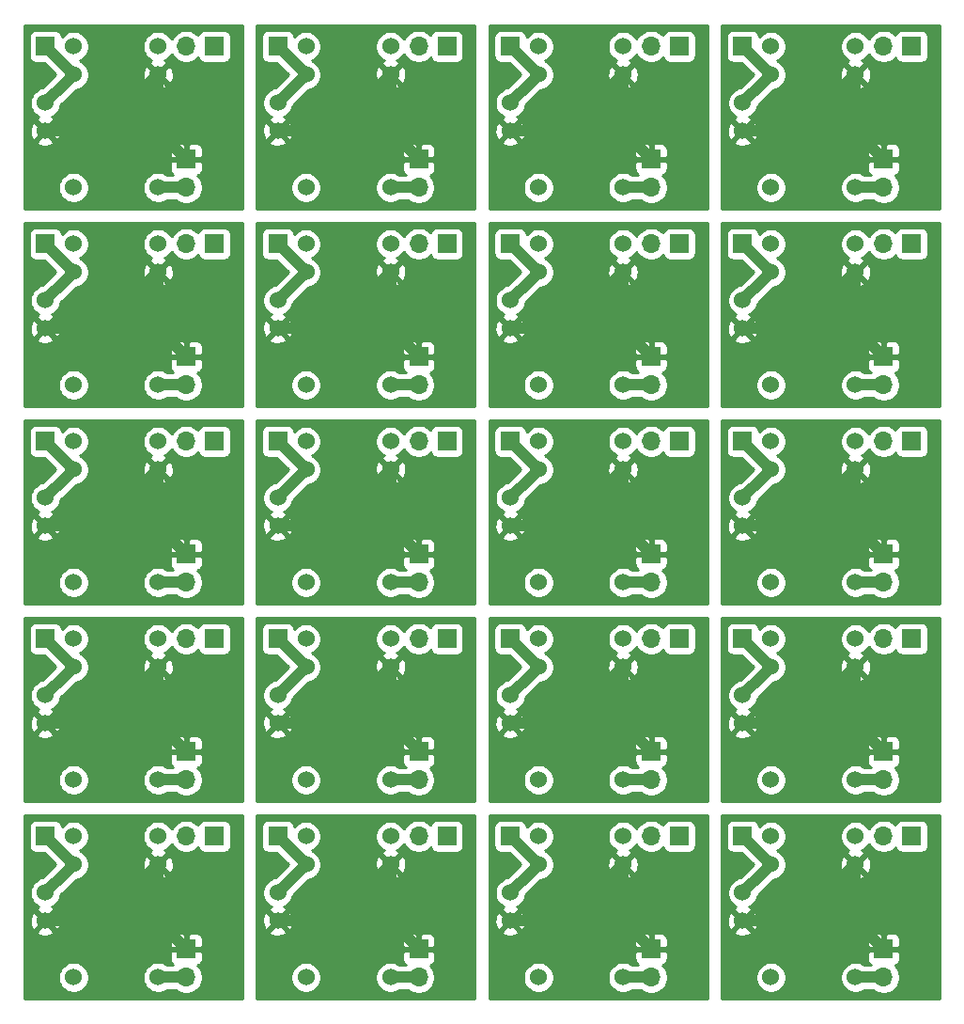
<source format=gtl>
G04 #@! TF.GenerationSoftware,KiCad,Pcbnew,(5.1.6)-1*
G04 #@! TF.CreationDate,2020-06-25T08:18:10+09:00*
G04 #@! TF.ProjectId,NOT___,4e4f5462-d851-42e6-9b69-6361645f7063,rev?*
G04 #@! TF.SameCoordinates,Original*
G04 #@! TF.FileFunction,Copper,L1,Top*
G04 #@! TF.FilePolarity,Positive*
%FSLAX46Y46*%
G04 Gerber Fmt 4.6, Leading zero omitted, Abs format (unit mm)*
G04 Created by KiCad (PCBNEW (5.1.6)-1) date 2020-06-25 08:18:10*
%MOMM*%
%LPD*%
G01*
G04 APERTURE LIST*
G04 #@! TA.AperFunction,ComponentPad*
%ADD10R,1.700000X1.700000*%
G04 #@! TD*
G04 #@! TA.AperFunction,ComponentPad*
%ADD11O,1.700000X1.700000*%
G04 #@! TD*
G04 #@! TA.AperFunction,ComponentPad*
%ADD12C,1.524000*%
G04 #@! TD*
G04 #@! TA.AperFunction,Conductor*
%ADD13C,1.000000*%
G04 #@! TD*
G04 #@! TA.AperFunction,Conductor*
%ADD14C,0.254000*%
G04 #@! TD*
G04 APERTURE END LIST*
D10*
X116190000Y-106045000D03*
D11*
X113650000Y-106045000D03*
D10*
X95240000Y-106045000D03*
D11*
X92700000Y-106045000D03*
D10*
X74290000Y-106045000D03*
D11*
X71750000Y-106045000D03*
D10*
X53340000Y-106045000D03*
D11*
X50800000Y-106045000D03*
D10*
X116190000Y-88265000D03*
D11*
X113650000Y-88265000D03*
D10*
X95240000Y-88265000D03*
D11*
X92700000Y-88265000D03*
D10*
X74290000Y-88265000D03*
D11*
X71750000Y-88265000D03*
D10*
X53340000Y-88265000D03*
D11*
X50800000Y-88265000D03*
D10*
X116190000Y-70485000D03*
D11*
X113650000Y-70485000D03*
D10*
X95240000Y-70485000D03*
D11*
X92700000Y-70485000D03*
D10*
X74290000Y-70485000D03*
D11*
X71750000Y-70485000D03*
D10*
X53340000Y-70485000D03*
D11*
X50800000Y-70485000D03*
D10*
X116190000Y-52705000D03*
D11*
X113650000Y-52705000D03*
D10*
X95240000Y-52705000D03*
D11*
X92700000Y-52705000D03*
D10*
X74290000Y-52705000D03*
D11*
X71750000Y-52705000D03*
D10*
X53340000Y-52705000D03*
D11*
X50800000Y-52705000D03*
D10*
X116190000Y-34925000D03*
D11*
X113650000Y-34925000D03*
D10*
X95240000Y-34925000D03*
D11*
X92700000Y-34925000D03*
D10*
X74290000Y-34925000D03*
D11*
X71750000Y-34925000D03*
D10*
X100950000Y-106045000D03*
X80000000Y-106045000D03*
X59050000Y-106045000D03*
X38100000Y-106045000D03*
X100950000Y-88265000D03*
X80000000Y-88265000D03*
X59050000Y-88265000D03*
X38100000Y-88265000D03*
X100950000Y-70485000D03*
X80000000Y-70485000D03*
X59050000Y-70485000D03*
X38100000Y-70485000D03*
X100950000Y-52705000D03*
X80000000Y-52705000D03*
X59050000Y-52705000D03*
X38100000Y-52705000D03*
X100950000Y-34925000D03*
X80000000Y-34925000D03*
X59050000Y-34925000D03*
D12*
X103490000Y-106045000D03*
X111110000Y-106045000D03*
X111110000Y-108585000D03*
X103490000Y-108585000D03*
X103490000Y-118745000D03*
X111110000Y-118745000D03*
X82540000Y-106045000D03*
X90160000Y-106045000D03*
X90160000Y-108585000D03*
X82540000Y-108585000D03*
X82540000Y-118745000D03*
X90160000Y-118745000D03*
X61590000Y-106045000D03*
X69210000Y-106045000D03*
X69210000Y-108585000D03*
X61590000Y-108585000D03*
X61590000Y-118745000D03*
X69210000Y-118745000D03*
X40640000Y-106045000D03*
X48260000Y-106045000D03*
X48260000Y-108585000D03*
X40640000Y-108585000D03*
X40640000Y-118745000D03*
X48260000Y-118745000D03*
X103490000Y-88265000D03*
X111110000Y-88265000D03*
X111110000Y-90805000D03*
X103490000Y-90805000D03*
X103490000Y-100965000D03*
X111110000Y-100965000D03*
X82540000Y-88265000D03*
X90160000Y-88265000D03*
X90160000Y-90805000D03*
X82540000Y-90805000D03*
X82540000Y-100965000D03*
X90160000Y-100965000D03*
X61590000Y-88265000D03*
X69210000Y-88265000D03*
X69210000Y-90805000D03*
X61590000Y-90805000D03*
X61590000Y-100965000D03*
X69210000Y-100965000D03*
X40640000Y-88265000D03*
X48260000Y-88265000D03*
X48260000Y-90805000D03*
X40640000Y-90805000D03*
X40640000Y-100965000D03*
X48260000Y-100965000D03*
X103490000Y-70485000D03*
X111110000Y-70485000D03*
X111110000Y-73025000D03*
X103490000Y-73025000D03*
X103490000Y-83185000D03*
X111110000Y-83185000D03*
X82540000Y-70485000D03*
X90160000Y-70485000D03*
X90160000Y-73025000D03*
X82540000Y-73025000D03*
X82540000Y-83185000D03*
X90160000Y-83185000D03*
X61590000Y-70485000D03*
X69210000Y-70485000D03*
X69210000Y-73025000D03*
X61590000Y-73025000D03*
X61590000Y-83185000D03*
X69210000Y-83185000D03*
X40640000Y-70485000D03*
X48260000Y-70485000D03*
X48260000Y-73025000D03*
X40640000Y-73025000D03*
X40640000Y-83185000D03*
X48260000Y-83185000D03*
X103490000Y-52705000D03*
X111110000Y-52705000D03*
X111110000Y-55245000D03*
X103490000Y-55245000D03*
X103490000Y-65405000D03*
X111110000Y-65405000D03*
X82540000Y-52705000D03*
X90160000Y-52705000D03*
X90160000Y-55245000D03*
X82540000Y-55245000D03*
X82540000Y-65405000D03*
X90160000Y-65405000D03*
X61590000Y-52705000D03*
X69210000Y-52705000D03*
X69210000Y-55245000D03*
X61590000Y-55245000D03*
X61590000Y-65405000D03*
X69210000Y-65405000D03*
X40640000Y-52705000D03*
X48260000Y-52705000D03*
X48260000Y-55245000D03*
X40640000Y-55245000D03*
X40640000Y-65405000D03*
X48260000Y-65405000D03*
X103490000Y-34925000D03*
X111110000Y-34925000D03*
X111110000Y-37465000D03*
X103490000Y-37465000D03*
X103490000Y-47625000D03*
X111110000Y-47625000D03*
X82540000Y-34925000D03*
X90160000Y-34925000D03*
X90160000Y-37465000D03*
X82540000Y-37465000D03*
X82540000Y-47625000D03*
X90160000Y-47625000D03*
X61590000Y-34925000D03*
X69210000Y-34925000D03*
X69210000Y-37465000D03*
X61590000Y-37465000D03*
X61590000Y-47625000D03*
X69210000Y-47625000D03*
D11*
X113650000Y-118745000D03*
D10*
X113650000Y-116205000D03*
D11*
X92700000Y-118745000D03*
D10*
X92700000Y-116205000D03*
D11*
X71750000Y-118745000D03*
D10*
X71750000Y-116205000D03*
D11*
X50800000Y-118745000D03*
D10*
X50800000Y-116205000D03*
D11*
X113650000Y-100965000D03*
D10*
X113650000Y-98425000D03*
D11*
X92700000Y-100965000D03*
D10*
X92700000Y-98425000D03*
D11*
X71750000Y-100965000D03*
D10*
X71750000Y-98425000D03*
D11*
X50800000Y-100965000D03*
D10*
X50800000Y-98425000D03*
D11*
X113650000Y-83185000D03*
D10*
X113650000Y-80645000D03*
D11*
X92700000Y-83185000D03*
D10*
X92700000Y-80645000D03*
D11*
X71750000Y-83185000D03*
D10*
X71750000Y-80645000D03*
D11*
X50800000Y-83185000D03*
D10*
X50800000Y-80645000D03*
D11*
X113650000Y-65405000D03*
D10*
X113650000Y-62865000D03*
D11*
X92700000Y-65405000D03*
D10*
X92700000Y-62865000D03*
D11*
X71750000Y-65405000D03*
D10*
X71750000Y-62865000D03*
D11*
X50800000Y-65405000D03*
D10*
X50800000Y-62865000D03*
D11*
X113650000Y-47625000D03*
D10*
X113650000Y-45085000D03*
D11*
X92700000Y-47625000D03*
D10*
X92700000Y-45085000D03*
D11*
X71750000Y-47625000D03*
D10*
X71750000Y-45085000D03*
D12*
X100950000Y-111125000D03*
X100950000Y-113665000D03*
X80000000Y-111125000D03*
X80000000Y-113665000D03*
X59050000Y-111125000D03*
X59050000Y-113665000D03*
X38100000Y-111125000D03*
X38100000Y-113665000D03*
X100950000Y-93345000D03*
X100950000Y-95885000D03*
X80000000Y-93345000D03*
X80000000Y-95885000D03*
X59050000Y-93345000D03*
X59050000Y-95885000D03*
X38100000Y-93345000D03*
X38100000Y-95885000D03*
X100950000Y-75565000D03*
X100950000Y-78105000D03*
X80000000Y-75565000D03*
X80000000Y-78105000D03*
X59050000Y-75565000D03*
X59050000Y-78105000D03*
X38100000Y-75565000D03*
X38100000Y-78105000D03*
X100950000Y-57785000D03*
X100950000Y-60325000D03*
X80000000Y-57785000D03*
X80000000Y-60325000D03*
X59050000Y-57785000D03*
X59050000Y-60325000D03*
X38100000Y-57785000D03*
X38100000Y-60325000D03*
X100950000Y-40005000D03*
X100950000Y-42545000D03*
X80000000Y-40005000D03*
X80000000Y-42545000D03*
X59050000Y-40005000D03*
X59050000Y-42545000D03*
D10*
X38100000Y-34925000D03*
D12*
X38100000Y-42545000D03*
X38100000Y-40005000D03*
D11*
X50800000Y-34925000D03*
D10*
X53340000Y-34925000D03*
X50800000Y-45085000D03*
D11*
X50800000Y-47625000D03*
D12*
X48260000Y-47625000D03*
X40640000Y-47625000D03*
X40640000Y-37465000D03*
X48260000Y-37465000D03*
X48260000Y-34925000D03*
X40640000Y-34925000D03*
D13*
X50800000Y-45085000D02*
X48260000Y-42545000D01*
X48260000Y-42545000D02*
X48260000Y-37465000D01*
X43180000Y-42545000D02*
X48260000Y-37465000D01*
X38100000Y-42545000D02*
X43180000Y-42545000D01*
X59050000Y-42545000D02*
X64130000Y-42545000D01*
X80000000Y-42545000D02*
X85080000Y-42545000D01*
X100950000Y-42545000D02*
X106030000Y-42545000D01*
X38100000Y-60325000D02*
X43180000Y-60325000D01*
X59050000Y-60325000D02*
X64130000Y-60325000D01*
X80000000Y-60325000D02*
X85080000Y-60325000D01*
X100950000Y-60325000D02*
X106030000Y-60325000D01*
X38100000Y-78105000D02*
X43180000Y-78105000D01*
X59050000Y-78105000D02*
X64130000Y-78105000D01*
X80000000Y-78105000D02*
X85080000Y-78105000D01*
X100950000Y-78105000D02*
X106030000Y-78105000D01*
X38100000Y-95885000D02*
X43180000Y-95885000D01*
X59050000Y-95885000D02*
X64130000Y-95885000D01*
X80000000Y-95885000D02*
X85080000Y-95885000D01*
X100950000Y-95885000D02*
X106030000Y-95885000D01*
X38100000Y-113665000D02*
X43180000Y-113665000D01*
X59050000Y-113665000D02*
X64130000Y-113665000D01*
X80000000Y-113665000D02*
X85080000Y-113665000D01*
X100950000Y-113665000D02*
X106030000Y-113665000D01*
X69210000Y-42545000D02*
X69210000Y-37465000D01*
X90160000Y-42545000D02*
X90160000Y-37465000D01*
X111110000Y-42545000D02*
X111110000Y-37465000D01*
X48260000Y-60325000D02*
X48260000Y-55245000D01*
X69210000Y-60325000D02*
X69210000Y-55245000D01*
X90160000Y-60325000D02*
X90160000Y-55245000D01*
X111110000Y-60325000D02*
X111110000Y-55245000D01*
X48260000Y-78105000D02*
X48260000Y-73025000D01*
X69210000Y-78105000D02*
X69210000Y-73025000D01*
X90160000Y-78105000D02*
X90160000Y-73025000D01*
X111110000Y-78105000D02*
X111110000Y-73025000D01*
X48260000Y-95885000D02*
X48260000Y-90805000D01*
X69210000Y-95885000D02*
X69210000Y-90805000D01*
X90160000Y-95885000D02*
X90160000Y-90805000D01*
X111110000Y-95885000D02*
X111110000Y-90805000D01*
X48260000Y-113665000D02*
X48260000Y-108585000D01*
X69210000Y-113665000D02*
X69210000Y-108585000D01*
X90160000Y-113665000D02*
X90160000Y-108585000D01*
X111110000Y-113665000D02*
X111110000Y-108585000D01*
X64130000Y-42545000D02*
X69210000Y-37465000D01*
X85080000Y-42545000D02*
X90160000Y-37465000D01*
X106030000Y-42545000D02*
X111110000Y-37465000D01*
X43180000Y-60325000D02*
X48260000Y-55245000D01*
X64130000Y-60325000D02*
X69210000Y-55245000D01*
X85080000Y-60325000D02*
X90160000Y-55245000D01*
X106030000Y-60325000D02*
X111110000Y-55245000D01*
X43180000Y-78105000D02*
X48260000Y-73025000D01*
X64130000Y-78105000D02*
X69210000Y-73025000D01*
X85080000Y-78105000D02*
X90160000Y-73025000D01*
X106030000Y-78105000D02*
X111110000Y-73025000D01*
X43180000Y-95885000D02*
X48260000Y-90805000D01*
X64130000Y-95885000D02*
X69210000Y-90805000D01*
X85080000Y-95885000D02*
X90160000Y-90805000D01*
X106030000Y-95885000D02*
X111110000Y-90805000D01*
X43180000Y-113665000D02*
X48260000Y-108585000D01*
X64130000Y-113665000D02*
X69210000Y-108585000D01*
X85080000Y-113665000D02*
X90160000Y-108585000D01*
X106030000Y-113665000D02*
X111110000Y-108585000D01*
X71750000Y-45085000D02*
X69210000Y-42545000D01*
X92700000Y-45085000D02*
X90160000Y-42545000D01*
X113650000Y-45085000D02*
X111110000Y-42545000D01*
X50800000Y-62865000D02*
X48260000Y-60325000D01*
X71750000Y-62865000D02*
X69210000Y-60325000D01*
X92700000Y-62865000D02*
X90160000Y-60325000D01*
X113650000Y-62865000D02*
X111110000Y-60325000D01*
X50800000Y-80645000D02*
X48260000Y-78105000D01*
X71750000Y-80645000D02*
X69210000Y-78105000D01*
X92700000Y-80645000D02*
X90160000Y-78105000D01*
X113650000Y-80645000D02*
X111110000Y-78105000D01*
X50800000Y-98425000D02*
X48260000Y-95885000D01*
X71750000Y-98425000D02*
X69210000Y-95885000D01*
X92700000Y-98425000D02*
X90160000Y-95885000D01*
X113650000Y-98425000D02*
X111110000Y-95885000D01*
X50800000Y-116205000D02*
X48260000Y-113665000D01*
X71750000Y-116205000D02*
X69210000Y-113665000D01*
X92700000Y-116205000D02*
X90160000Y-113665000D01*
X113650000Y-116205000D02*
X111110000Y-113665000D01*
X40640000Y-37465000D02*
X38100000Y-34925000D01*
X40005000Y-38100000D02*
X40640000Y-37465000D01*
X38100000Y-40005000D02*
X40005000Y-38100000D01*
X59050000Y-40005000D02*
X60955000Y-38100000D01*
X80000000Y-40005000D02*
X81905000Y-38100000D01*
X100950000Y-40005000D02*
X102855000Y-38100000D01*
X38100000Y-57785000D02*
X40005000Y-55880000D01*
X59050000Y-57785000D02*
X60955000Y-55880000D01*
X80000000Y-57785000D02*
X81905000Y-55880000D01*
X100950000Y-57785000D02*
X102855000Y-55880000D01*
X38100000Y-75565000D02*
X40005000Y-73660000D01*
X59050000Y-75565000D02*
X60955000Y-73660000D01*
X80000000Y-75565000D02*
X81905000Y-73660000D01*
X100950000Y-75565000D02*
X102855000Y-73660000D01*
X38100000Y-93345000D02*
X40005000Y-91440000D01*
X59050000Y-93345000D02*
X60955000Y-91440000D01*
X80000000Y-93345000D02*
X81905000Y-91440000D01*
X100950000Y-93345000D02*
X102855000Y-91440000D01*
X38100000Y-111125000D02*
X40005000Y-109220000D01*
X59050000Y-111125000D02*
X60955000Y-109220000D01*
X80000000Y-111125000D02*
X81905000Y-109220000D01*
X100950000Y-111125000D02*
X102855000Y-109220000D01*
X60955000Y-38100000D02*
X61590000Y-37465000D01*
X81905000Y-38100000D02*
X82540000Y-37465000D01*
X102855000Y-38100000D02*
X103490000Y-37465000D01*
X40005000Y-55880000D02*
X40640000Y-55245000D01*
X60955000Y-55880000D02*
X61590000Y-55245000D01*
X81905000Y-55880000D02*
X82540000Y-55245000D01*
X102855000Y-55880000D02*
X103490000Y-55245000D01*
X40005000Y-73660000D02*
X40640000Y-73025000D01*
X60955000Y-73660000D02*
X61590000Y-73025000D01*
X81905000Y-73660000D02*
X82540000Y-73025000D01*
X102855000Y-73660000D02*
X103490000Y-73025000D01*
X40005000Y-91440000D02*
X40640000Y-90805000D01*
X60955000Y-91440000D02*
X61590000Y-90805000D01*
X81905000Y-91440000D02*
X82540000Y-90805000D01*
X102855000Y-91440000D02*
X103490000Y-90805000D01*
X40005000Y-109220000D02*
X40640000Y-108585000D01*
X60955000Y-109220000D02*
X61590000Y-108585000D01*
X81905000Y-109220000D02*
X82540000Y-108585000D01*
X102855000Y-109220000D02*
X103490000Y-108585000D01*
X61590000Y-37465000D02*
X59050000Y-34925000D01*
X82540000Y-37465000D02*
X80000000Y-34925000D01*
X103490000Y-37465000D02*
X100950000Y-34925000D01*
X40640000Y-55245000D02*
X38100000Y-52705000D01*
X61590000Y-55245000D02*
X59050000Y-52705000D01*
X82540000Y-55245000D02*
X80000000Y-52705000D01*
X103490000Y-55245000D02*
X100950000Y-52705000D01*
X40640000Y-73025000D02*
X38100000Y-70485000D01*
X61590000Y-73025000D02*
X59050000Y-70485000D01*
X82540000Y-73025000D02*
X80000000Y-70485000D01*
X103490000Y-73025000D02*
X100950000Y-70485000D01*
X40640000Y-90805000D02*
X38100000Y-88265000D01*
X61590000Y-90805000D02*
X59050000Y-88265000D01*
X82540000Y-90805000D02*
X80000000Y-88265000D01*
X103490000Y-90805000D02*
X100950000Y-88265000D01*
X40640000Y-108585000D02*
X38100000Y-106045000D01*
X61590000Y-108585000D02*
X59050000Y-106045000D01*
X82540000Y-108585000D02*
X80000000Y-106045000D01*
X103490000Y-108585000D02*
X100950000Y-106045000D01*
X48260000Y-47625000D02*
X50800000Y-47625000D01*
X69210000Y-47625000D02*
X71750000Y-47625000D01*
X90160000Y-47625000D02*
X92700000Y-47625000D01*
X111110000Y-47625000D02*
X113650000Y-47625000D01*
X48260000Y-65405000D02*
X50800000Y-65405000D01*
X69210000Y-65405000D02*
X71750000Y-65405000D01*
X90160000Y-65405000D02*
X92700000Y-65405000D01*
X111110000Y-65405000D02*
X113650000Y-65405000D01*
X48260000Y-83185000D02*
X50800000Y-83185000D01*
X69210000Y-83185000D02*
X71750000Y-83185000D01*
X90160000Y-83185000D02*
X92700000Y-83185000D01*
X111110000Y-83185000D02*
X113650000Y-83185000D01*
X48260000Y-100965000D02*
X50800000Y-100965000D01*
X69210000Y-100965000D02*
X71750000Y-100965000D01*
X90160000Y-100965000D02*
X92700000Y-100965000D01*
X111110000Y-100965000D02*
X113650000Y-100965000D01*
X48260000Y-118745000D02*
X50800000Y-118745000D01*
X69210000Y-118745000D02*
X71750000Y-118745000D01*
X90160000Y-118745000D02*
X92700000Y-118745000D01*
X111110000Y-118745000D02*
X113650000Y-118745000D01*
D14*
G36*
X55855001Y-49505000D02*
G01*
X36220000Y-49505000D01*
X36220000Y-47487408D01*
X39243000Y-47487408D01*
X39243000Y-47762592D01*
X39296686Y-48032490D01*
X39401995Y-48286727D01*
X39554880Y-48515535D01*
X39749465Y-48710120D01*
X39978273Y-48863005D01*
X40232510Y-48968314D01*
X40502408Y-49022000D01*
X40777592Y-49022000D01*
X41047490Y-48968314D01*
X41301727Y-48863005D01*
X41530535Y-48710120D01*
X41725120Y-48515535D01*
X41878005Y-48286727D01*
X41983314Y-48032490D01*
X42037000Y-47762592D01*
X42037000Y-47487408D01*
X46863000Y-47487408D01*
X46863000Y-47762592D01*
X46916686Y-48032490D01*
X47021995Y-48286727D01*
X47174880Y-48515535D01*
X47369465Y-48710120D01*
X47598273Y-48863005D01*
X47852510Y-48968314D01*
X48122408Y-49022000D01*
X48397592Y-49022000D01*
X48667490Y-48968314D01*
X48921727Y-48863005D01*
X49075884Y-48760000D01*
X49834893Y-48760000D01*
X49853368Y-48778475D01*
X50096589Y-48940990D01*
X50366842Y-49052932D01*
X50653740Y-49110000D01*
X50946260Y-49110000D01*
X51233158Y-49052932D01*
X51503411Y-48940990D01*
X51746632Y-48778475D01*
X51953475Y-48571632D01*
X52115990Y-48328411D01*
X52227932Y-48058158D01*
X52285000Y-47771260D01*
X52285000Y-47478740D01*
X52227932Y-47191842D01*
X52115990Y-46921589D01*
X51953475Y-46678368D01*
X51821620Y-46546513D01*
X51894180Y-46524502D01*
X52004494Y-46465537D01*
X52101185Y-46386185D01*
X52180537Y-46289494D01*
X52239502Y-46179180D01*
X52275812Y-46059482D01*
X52288072Y-45935000D01*
X52285000Y-45370750D01*
X52126250Y-45212000D01*
X50927000Y-45212000D01*
X50927000Y-45232000D01*
X50673000Y-45232000D01*
X50673000Y-45212000D01*
X49473750Y-45212000D01*
X49315000Y-45370750D01*
X49311928Y-45935000D01*
X49324188Y-46059482D01*
X49360498Y-46179180D01*
X49419463Y-46289494D01*
X49498815Y-46386185D01*
X49595506Y-46465537D01*
X49641272Y-46490000D01*
X49075884Y-46490000D01*
X48921727Y-46386995D01*
X48667490Y-46281686D01*
X48397592Y-46228000D01*
X48122408Y-46228000D01*
X47852510Y-46281686D01*
X47598273Y-46386995D01*
X47369465Y-46539880D01*
X47174880Y-46734465D01*
X47021995Y-46963273D01*
X46916686Y-47217510D01*
X46863000Y-47487408D01*
X42037000Y-47487408D01*
X41983314Y-47217510D01*
X41878005Y-46963273D01*
X41725120Y-46734465D01*
X41530535Y-46539880D01*
X41301727Y-46386995D01*
X41047490Y-46281686D01*
X40777592Y-46228000D01*
X40502408Y-46228000D01*
X40232510Y-46281686D01*
X39978273Y-46386995D01*
X39749465Y-46539880D01*
X39554880Y-46734465D01*
X39401995Y-46963273D01*
X39296686Y-47217510D01*
X39243000Y-47487408D01*
X36220000Y-47487408D01*
X36220000Y-44235000D01*
X49311928Y-44235000D01*
X49315000Y-44799250D01*
X49473750Y-44958000D01*
X50673000Y-44958000D01*
X50673000Y-43758750D01*
X50927000Y-43758750D01*
X50927000Y-44958000D01*
X52126250Y-44958000D01*
X52285000Y-44799250D01*
X52288072Y-44235000D01*
X52275812Y-44110518D01*
X52239502Y-43990820D01*
X52180537Y-43880506D01*
X52101185Y-43783815D01*
X52004494Y-43704463D01*
X51894180Y-43645498D01*
X51774482Y-43609188D01*
X51650000Y-43596928D01*
X51085750Y-43600000D01*
X50927000Y-43758750D01*
X50673000Y-43758750D01*
X50514250Y-43600000D01*
X49950000Y-43596928D01*
X49825518Y-43609188D01*
X49705820Y-43645498D01*
X49595506Y-43704463D01*
X49498815Y-43783815D01*
X49419463Y-43880506D01*
X49360498Y-43990820D01*
X49324188Y-44110518D01*
X49311928Y-44235000D01*
X36220000Y-44235000D01*
X36220000Y-43510565D01*
X37314040Y-43510565D01*
X37381020Y-43750656D01*
X37630048Y-43867756D01*
X37897135Y-43934023D01*
X38172017Y-43946910D01*
X38444133Y-43905922D01*
X38703023Y-43812636D01*
X38818980Y-43750656D01*
X38885960Y-43510565D01*
X38100000Y-42724605D01*
X37314040Y-43510565D01*
X36220000Y-43510565D01*
X36220000Y-42617017D01*
X36698090Y-42617017D01*
X36739078Y-42889133D01*
X36832364Y-43148023D01*
X36894344Y-43263980D01*
X37134435Y-43330960D01*
X37920395Y-42545000D01*
X38279605Y-42545000D01*
X39065565Y-43330960D01*
X39305656Y-43263980D01*
X39422756Y-43014952D01*
X39489023Y-42747865D01*
X39501910Y-42472983D01*
X39460922Y-42200867D01*
X39367636Y-41941977D01*
X39305656Y-41826020D01*
X39065565Y-41759040D01*
X38279605Y-42545000D01*
X37920395Y-42545000D01*
X37134435Y-41759040D01*
X36894344Y-41826020D01*
X36777244Y-42075048D01*
X36710977Y-42342135D01*
X36698090Y-42617017D01*
X36220000Y-42617017D01*
X36220000Y-34075000D01*
X36611928Y-34075000D01*
X36611928Y-35775000D01*
X36624188Y-35899482D01*
X36660498Y-36019180D01*
X36719463Y-36129494D01*
X36798815Y-36226185D01*
X36895506Y-36305537D01*
X37005820Y-36364502D01*
X37125518Y-36400812D01*
X37250000Y-36413072D01*
X37982941Y-36413072D01*
X39034868Y-37465000D01*
X37874354Y-38625515D01*
X37692510Y-38661686D01*
X37438273Y-38766995D01*
X37209465Y-38919880D01*
X37014880Y-39114465D01*
X36861995Y-39343273D01*
X36756686Y-39597510D01*
X36703000Y-39867408D01*
X36703000Y-40142592D01*
X36756686Y-40412490D01*
X36861995Y-40666727D01*
X37014880Y-40895535D01*
X37209465Y-41090120D01*
X37438273Y-41243005D01*
X37509943Y-41272692D01*
X37496977Y-41277364D01*
X37381020Y-41339344D01*
X37314040Y-41579435D01*
X38100000Y-42365395D01*
X38885960Y-41579435D01*
X38818980Y-41339344D01*
X38683240Y-41275515D01*
X38761727Y-41243005D01*
X38990535Y-41090120D01*
X39185120Y-40895535D01*
X39338005Y-40666727D01*
X39443314Y-40412490D01*
X39479485Y-40230646D01*
X40846988Y-38863144D01*
X40846992Y-38863139D01*
X40865646Y-38844485D01*
X41047490Y-38808314D01*
X41301727Y-38703005D01*
X41530535Y-38550120D01*
X41650090Y-38430565D01*
X47474040Y-38430565D01*
X47541020Y-38670656D01*
X47790048Y-38787756D01*
X48057135Y-38854023D01*
X48332017Y-38866910D01*
X48604133Y-38825922D01*
X48863023Y-38732636D01*
X48978980Y-38670656D01*
X49045960Y-38430565D01*
X48260000Y-37644605D01*
X47474040Y-38430565D01*
X41650090Y-38430565D01*
X41725120Y-38355535D01*
X41878005Y-38126727D01*
X41983314Y-37872490D01*
X42037000Y-37602592D01*
X42037000Y-37537017D01*
X46858090Y-37537017D01*
X46899078Y-37809133D01*
X46992364Y-38068023D01*
X47054344Y-38183980D01*
X47294435Y-38250960D01*
X48080395Y-37465000D01*
X48439605Y-37465000D01*
X49225565Y-38250960D01*
X49465656Y-38183980D01*
X49582756Y-37934952D01*
X49649023Y-37667865D01*
X49661910Y-37392983D01*
X49620922Y-37120867D01*
X49527636Y-36861977D01*
X49465656Y-36746020D01*
X49225565Y-36679040D01*
X48439605Y-37465000D01*
X48080395Y-37465000D01*
X47294435Y-36679040D01*
X47054344Y-36746020D01*
X46937244Y-36995048D01*
X46870977Y-37262135D01*
X46858090Y-37537017D01*
X42037000Y-37537017D01*
X42037000Y-37327408D01*
X41983314Y-37057510D01*
X41878005Y-36803273D01*
X41725120Y-36574465D01*
X41530535Y-36379880D01*
X41301727Y-36226995D01*
X41224485Y-36195000D01*
X41301727Y-36163005D01*
X41530535Y-36010120D01*
X41725120Y-35815535D01*
X41878005Y-35586727D01*
X41983314Y-35332490D01*
X42037000Y-35062592D01*
X42037000Y-34787408D01*
X46863000Y-34787408D01*
X46863000Y-35062592D01*
X46916686Y-35332490D01*
X47021995Y-35586727D01*
X47174880Y-35815535D01*
X47369465Y-36010120D01*
X47598273Y-36163005D01*
X47669943Y-36192692D01*
X47656977Y-36197364D01*
X47541020Y-36259344D01*
X47474040Y-36499435D01*
X48260000Y-37285395D01*
X49045960Y-36499435D01*
X48978980Y-36259344D01*
X48843240Y-36195515D01*
X48921727Y-36163005D01*
X49150535Y-36010120D01*
X49345120Y-35815535D01*
X49478707Y-35615608D01*
X49484010Y-35628411D01*
X49646525Y-35871632D01*
X49853368Y-36078475D01*
X50096589Y-36240990D01*
X50366842Y-36352932D01*
X50653740Y-36410000D01*
X50946260Y-36410000D01*
X51233158Y-36352932D01*
X51503411Y-36240990D01*
X51746632Y-36078475D01*
X51878487Y-35946620D01*
X51900498Y-36019180D01*
X51959463Y-36129494D01*
X52038815Y-36226185D01*
X52135506Y-36305537D01*
X52245820Y-36364502D01*
X52365518Y-36400812D01*
X52490000Y-36413072D01*
X54190000Y-36413072D01*
X54314482Y-36400812D01*
X54434180Y-36364502D01*
X54544494Y-36305537D01*
X54641185Y-36226185D01*
X54720537Y-36129494D01*
X54779502Y-36019180D01*
X54815812Y-35899482D01*
X54828072Y-35775000D01*
X54828072Y-34075000D01*
X54815812Y-33950518D01*
X54779502Y-33830820D01*
X54720537Y-33720506D01*
X54641185Y-33623815D01*
X54544494Y-33544463D01*
X54434180Y-33485498D01*
X54314482Y-33449188D01*
X54190000Y-33436928D01*
X52490000Y-33436928D01*
X52365518Y-33449188D01*
X52245820Y-33485498D01*
X52135506Y-33544463D01*
X52038815Y-33623815D01*
X51959463Y-33720506D01*
X51900498Y-33830820D01*
X51878487Y-33903380D01*
X51746632Y-33771525D01*
X51503411Y-33609010D01*
X51233158Y-33497068D01*
X50946260Y-33440000D01*
X50653740Y-33440000D01*
X50366842Y-33497068D01*
X50096589Y-33609010D01*
X49853368Y-33771525D01*
X49646525Y-33978368D01*
X49484010Y-34221589D01*
X49478707Y-34234392D01*
X49345120Y-34034465D01*
X49150535Y-33839880D01*
X48921727Y-33686995D01*
X48667490Y-33581686D01*
X48397592Y-33528000D01*
X48122408Y-33528000D01*
X47852510Y-33581686D01*
X47598273Y-33686995D01*
X47369465Y-33839880D01*
X47174880Y-34034465D01*
X47021995Y-34263273D01*
X46916686Y-34517510D01*
X46863000Y-34787408D01*
X42037000Y-34787408D01*
X41983314Y-34517510D01*
X41878005Y-34263273D01*
X41725120Y-34034465D01*
X41530535Y-33839880D01*
X41301727Y-33686995D01*
X41047490Y-33581686D01*
X40777592Y-33528000D01*
X40502408Y-33528000D01*
X40232510Y-33581686D01*
X39978273Y-33686995D01*
X39749465Y-33839880D01*
X39581462Y-34007883D01*
X39575812Y-33950518D01*
X39539502Y-33830820D01*
X39480537Y-33720506D01*
X39401185Y-33623815D01*
X39304494Y-33544463D01*
X39194180Y-33485498D01*
X39074482Y-33449188D01*
X38950000Y-33436928D01*
X37250000Y-33436928D01*
X37125518Y-33449188D01*
X37005820Y-33485498D01*
X36895506Y-33544463D01*
X36798815Y-33623815D01*
X36719463Y-33720506D01*
X36660498Y-33830820D01*
X36624188Y-33950518D01*
X36611928Y-34075000D01*
X36220000Y-34075000D01*
X36220000Y-33045000D01*
X55855000Y-33045000D01*
X55855001Y-49505000D01*
G37*
X55855001Y-49505000D02*
X36220000Y-49505000D01*
X36220000Y-47487408D01*
X39243000Y-47487408D01*
X39243000Y-47762592D01*
X39296686Y-48032490D01*
X39401995Y-48286727D01*
X39554880Y-48515535D01*
X39749465Y-48710120D01*
X39978273Y-48863005D01*
X40232510Y-48968314D01*
X40502408Y-49022000D01*
X40777592Y-49022000D01*
X41047490Y-48968314D01*
X41301727Y-48863005D01*
X41530535Y-48710120D01*
X41725120Y-48515535D01*
X41878005Y-48286727D01*
X41983314Y-48032490D01*
X42037000Y-47762592D01*
X42037000Y-47487408D01*
X46863000Y-47487408D01*
X46863000Y-47762592D01*
X46916686Y-48032490D01*
X47021995Y-48286727D01*
X47174880Y-48515535D01*
X47369465Y-48710120D01*
X47598273Y-48863005D01*
X47852510Y-48968314D01*
X48122408Y-49022000D01*
X48397592Y-49022000D01*
X48667490Y-48968314D01*
X48921727Y-48863005D01*
X49075884Y-48760000D01*
X49834893Y-48760000D01*
X49853368Y-48778475D01*
X50096589Y-48940990D01*
X50366842Y-49052932D01*
X50653740Y-49110000D01*
X50946260Y-49110000D01*
X51233158Y-49052932D01*
X51503411Y-48940990D01*
X51746632Y-48778475D01*
X51953475Y-48571632D01*
X52115990Y-48328411D01*
X52227932Y-48058158D01*
X52285000Y-47771260D01*
X52285000Y-47478740D01*
X52227932Y-47191842D01*
X52115990Y-46921589D01*
X51953475Y-46678368D01*
X51821620Y-46546513D01*
X51894180Y-46524502D01*
X52004494Y-46465537D01*
X52101185Y-46386185D01*
X52180537Y-46289494D01*
X52239502Y-46179180D01*
X52275812Y-46059482D01*
X52288072Y-45935000D01*
X52285000Y-45370750D01*
X52126250Y-45212000D01*
X50927000Y-45212000D01*
X50927000Y-45232000D01*
X50673000Y-45232000D01*
X50673000Y-45212000D01*
X49473750Y-45212000D01*
X49315000Y-45370750D01*
X49311928Y-45935000D01*
X49324188Y-46059482D01*
X49360498Y-46179180D01*
X49419463Y-46289494D01*
X49498815Y-46386185D01*
X49595506Y-46465537D01*
X49641272Y-46490000D01*
X49075884Y-46490000D01*
X48921727Y-46386995D01*
X48667490Y-46281686D01*
X48397592Y-46228000D01*
X48122408Y-46228000D01*
X47852510Y-46281686D01*
X47598273Y-46386995D01*
X47369465Y-46539880D01*
X47174880Y-46734465D01*
X47021995Y-46963273D01*
X46916686Y-47217510D01*
X46863000Y-47487408D01*
X42037000Y-47487408D01*
X41983314Y-47217510D01*
X41878005Y-46963273D01*
X41725120Y-46734465D01*
X41530535Y-46539880D01*
X41301727Y-46386995D01*
X41047490Y-46281686D01*
X40777592Y-46228000D01*
X40502408Y-46228000D01*
X40232510Y-46281686D01*
X39978273Y-46386995D01*
X39749465Y-46539880D01*
X39554880Y-46734465D01*
X39401995Y-46963273D01*
X39296686Y-47217510D01*
X39243000Y-47487408D01*
X36220000Y-47487408D01*
X36220000Y-44235000D01*
X49311928Y-44235000D01*
X49315000Y-44799250D01*
X49473750Y-44958000D01*
X50673000Y-44958000D01*
X50673000Y-43758750D01*
X50927000Y-43758750D01*
X50927000Y-44958000D01*
X52126250Y-44958000D01*
X52285000Y-44799250D01*
X52288072Y-44235000D01*
X52275812Y-44110518D01*
X52239502Y-43990820D01*
X52180537Y-43880506D01*
X52101185Y-43783815D01*
X52004494Y-43704463D01*
X51894180Y-43645498D01*
X51774482Y-43609188D01*
X51650000Y-43596928D01*
X51085750Y-43600000D01*
X50927000Y-43758750D01*
X50673000Y-43758750D01*
X50514250Y-43600000D01*
X49950000Y-43596928D01*
X49825518Y-43609188D01*
X49705820Y-43645498D01*
X49595506Y-43704463D01*
X49498815Y-43783815D01*
X49419463Y-43880506D01*
X49360498Y-43990820D01*
X49324188Y-44110518D01*
X49311928Y-44235000D01*
X36220000Y-44235000D01*
X36220000Y-43510565D01*
X37314040Y-43510565D01*
X37381020Y-43750656D01*
X37630048Y-43867756D01*
X37897135Y-43934023D01*
X38172017Y-43946910D01*
X38444133Y-43905922D01*
X38703023Y-43812636D01*
X38818980Y-43750656D01*
X38885960Y-43510565D01*
X38100000Y-42724605D01*
X37314040Y-43510565D01*
X36220000Y-43510565D01*
X36220000Y-42617017D01*
X36698090Y-42617017D01*
X36739078Y-42889133D01*
X36832364Y-43148023D01*
X36894344Y-43263980D01*
X37134435Y-43330960D01*
X37920395Y-42545000D01*
X38279605Y-42545000D01*
X39065565Y-43330960D01*
X39305656Y-43263980D01*
X39422756Y-43014952D01*
X39489023Y-42747865D01*
X39501910Y-42472983D01*
X39460922Y-42200867D01*
X39367636Y-41941977D01*
X39305656Y-41826020D01*
X39065565Y-41759040D01*
X38279605Y-42545000D01*
X37920395Y-42545000D01*
X37134435Y-41759040D01*
X36894344Y-41826020D01*
X36777244Y-42075048D01*
X36710977Y-42342135D01*
X36698090Y-42617017D01*
X36220000Y-42617017D01*
X36220000Y-34075000D01*
X36611928Y-34075000D01*
X36611928Y-35775000D01*
X36624188Y-35899482D01*
X36660498Y-36019180D01*
X36719463Y-36129494D01*
X36798815Y-36226185D01*
X36895506Y-36305537D01*
X37005820Y-36364502D01*
X37125518Y-36400812D01*
X37250000Y-36413072D01*
X37982941Y-36413072D01*
X39034868Y-37465000D01*
X37874354Y-38625515D01*
X37692510Y-38661686D01*
X37438273Y-38766995D01*
X37209465Y-38919880D01*
X37014880Y-39114465D01*
X36861995Y-39343273D01*
X36756686Y-39597510D01*
X36703000Y-39867408D01*
X36703000Y-40142592D01*
X36756686Y-40412490D01*
X36861995Y-40666727D01*
X37014880Y-40895535D01*
X37209465Y-41090120D01*
X37438273Y-41243005D01*
X37509943Y-41272692D01*
X37496977Y-41277364D01*
X37381020Y-41339344D01*
X37314040Y-41579435D01*
X38100000Y-42365395D01*
X38885960Y-41579435D01*
X38818980Y-41339344D01*
X38683240Y-41275515D01*
X38761727Y-41243005D01*
X38990535Y-41090120D01*
X39185120Y-40895535D01*
X39338005Y-40666727D01*
X39443314Y-40412490D01*
X39479485Y-40230646D01*
X40846988Y-38863144D01*
X40846992Y-38863139D01*
X40865646Y-38844485D01*
X41047490Y-38808314D01*
X41301727Y-38703005D01*
X41530535Y-38550120D01*
X41650090Y-38430565D01*
X47474040Y-38430565D01*
X47541020Y-38670656D01*
X47790048Y-38787756D01*
X48057135Y-38854023D01*
X48332017Y-38866910D01*
X48604133Y-38825922D01*
X48863023Y-38732636D01*
X48978980Y-38670656D01*
X49045960Y-38430565D01*
X48260000Y-37644605D01*
X47474040Y-38430565D01*
X41650090Y-38430565D01*
X41725120Y-38355535D01*
X41878005Y-38126727D01*
X41983314Y-37872490D01*
X42037000Y-37602592D01*
X42037000Y-37537017D01*
X46858090Y-37537017D01*
X46899078Y-37809133D01*
X46992364Y-38068023D01*
X47054344Y-38183980D01*
X47294435Y-38250960D01*
X48080395Y-37465000D01*
X48439605Y-37465000D01*
X49225565Y-38250960D01*
X49465656Y-38183980D01*
X49582756Y-37934952D01*
X49649023Y-37667865D01*
X49661910Y-37392983D01*
X49620922Y-37120867D01*
X49527636Y-36861977D01*
X49465656Y-36746020D01*
X49225565Y-36679040D01*
X48439605Y-37465000D01*
X48080395Y-37465000D01*
X47294435Y-36679040D01*
X47054344Y-36746020D01*
X46937244Y-36995048D01*
X46870977Y-37262135D01*
X46858090Y-37537017D01*
X42037000Y-37537017D01*
X42037000Y-37327408D01*
X41983314Y-37057510D01*
X41878005Y-36803273D01*
X41725120Y-36574465D01*
X41530535Y-36379880D01*
X41301727Y-36226995D01*
X41224485Y-36195000D01*
X41301727Y-36163005D01*
X41530535Y-36010120D01*
X41725120Y-35815535D01*
X41878005Y-35586727D01*
X41983314Y-35332490D01*
X42037000Y-35062592D01*
X42037000Y-34787408D01*
X46863000Y-34787408D01*
X46863000Y-35062592D01*
X46916686Y-35332490D01*
X47021995Y-35586727D01*
X47174880Y-35815535D01*
X47369465Y-36010120D01*
X47598273Y-36163005D01*
X47669943Y-36192692D01*
X47656977Y-36197364D01*
X47541020Y-36259344D01*
X47474040Y-36499435D01*
X48260000Y-37285395D01*
X49045960Y-36499435D01*
X48978980Y-36259344D01*
X48843240Y-36195515D01*
X48921727Y-36163005D01*
X49150535Y-36010120D01*
X49345120Y-35815535D01*
X49478707Y-35615608D01*
X49484010Y-35628411D01*
X49646525Y-35871632D01*
X49853368Y-36078475D01*
X50096589Y-36240990D01*
X50366842Y-36352932D01*
X50653740Y-36410000D01*
X50946260Y-36410000D01*
X51233158Y-36352932D01*
X51503411Y-36240990D01*
X51746632Y-36078475D01*
X51878487Y-35946620D01*
X51900498Y-36019180D01*
X51959463Y-36129494D01*
X52038815Y-36226185D01*
X52135506Y-36305537D01*
X52245820Y-36364502D01*
X52365518Y-36400812D01*
X52490000Y-36413072D01*
X54190000Y-36413072D01*
X54314482Y-36400812D01*
X54434180Y-36364502D01*
X54544494Y-36305537D01*
X54641185Y-36226185D01*
X54720537Y-36129494D01*
X54779502Y-36019180D01*
X54815812Y-35899482D01*
X54828072Y-35775000D01*
X54828072Y-34075000D01*
X54815812Y-33950518D01*
X54779502Y-33830820D01*
X54720537Y-33720506D01*
X54641185Y-33623815D01*
X54544494Y-33544463D01*
X54434180Y-33485498D01*
X54314482Y-33449188D01*
X54190000Y-33436928D01*
X52490000Y-33436928D01*
X52365518Y-33449188D01*
X52245820Y-33485498D01*
X52135506Y-33544463D01*
X52038815Y-33623815D01*
X51959463Y-33720506D01*
X51900498Y-33830820D01*
X51878487Y-33903380D01*
X51746632Y-33771525D01*
X51503411Y-33609010D01*
X51233158Y-33497068D01*
X50946260Y-33440000D01*
X50653740Y-33440000D01*
X50366842Y-33497068D01*
X50096589Y-33609010D01*
X49853368Y-33771525D01*
X49646525Y-33978368D01*
X49484010Y-34221589D01*
X49478707Y-34234392D01*
X49345120Y-34034465D01*
X49150535Y-33839880D01*
X48921727Y-33686995D01*
X48667490Y-33581686D01*
X48397592Y-33528000D01*
X48122408Y-33528000D01*
X47852510Y-33581686D01*
X47598273Y-33686995D01*
X47369465Y-33839880D01*
X47174880Y-34034465D01*
X47021995Y-34263273D01*
X46916686Y-34517510D01*
X46863000Y-34787408D01*
X42037000Y-34787408D01*
X41983314Y-34517510D01*
X41878005Y-34263273D01*
X41725120Y-34034465D01*
X41530535Y-33839880D01*
X41301727Y-33686995D01*
X41047490Y-33581686D01*
X40777592Y-33528000D01*
X40502408Y-33528000D01*
X40232510Y-33581686D01*
X39978273Y-33686995D01*
X39749465Y-33839880D01*
X39581462Y-34007883D01*
X39575812Y-33950518D01*
X39539502Y-33830820D01*
X39480537Y-33720506D01*
X39401185Y-33623815D01*
X39304494Y-33544463D01*
X39194180Y-33485498D01*
X39074482Y-33449188D01*
X38950000Y-33436928D01*
X37250000Y-33436928D01*
X37125518Y-33449188D01*
X37005820Y-33485498D01*
X36895506Y-33544463D01*
X36798815Y-33623815D01*
X36719463Y-33720506D01*
X36660498Y-33830820D01*
X36624188Y-33950518D01*
X36611928Y-34075000D01*
X36220000Y-34075000D01*
X36220000Y-33045000D01*
X55855000Y-33045000D01*
X55855001Y-49505000D01*
G36*
X76805001Y-49505000D02*
G01*
X57170000Y-49505000D01*
X57170000Y-47487408D01*
X60193000Y-47487408D01*
X60193000Y-47762592D01*
X60246686Y-48032490D01*
X60351995Y-48286727D01*
X60504880Y-48515535D01*
X60699465Y-48710120D01*
X60928273Y-48863005D01*
X61182510Y-48968314D01*
X61452408Y-49022000D01*
X61727592Y-49022000D01*
X61997490Y-48968314D01*
X62251727Y-48863005D01*
X62480535Y-48710120D01*
X62675120Y-48515535D01*
X62828005Y-48286727D01*
X62933314Y-48032490D01*
X62987000Y-47762592D01*
X62987000Y-47487408D01*
X67813000Y-47487408D01*
X67813000Y-47762592D01*
X67866686Y-48032490D01*
X67971995Y-48286727D01*
X68124880Y-48515535D01*
X68319465Y-48710120D01*
X68548273Y-48863005D01*
X68802510Y-48968314D01*
X69072408Y-49022000D01*
X69347592Y-49022000D01*
X69617490Y-48968314D01*
X69871727Y-48863005D01*
X70025884Y-48760000D01*
X70784893Y-48760000D01*
X70803368Y-48778475D01*
X71046589Y-48940990D01*
X71316842Y-49052932D01*
X71603740Y-49110000D01*
X71896260Y-49110000D01*
X72183158Y-49052932D01*
X72453411Y-48940990D01*
X72696632Y-48778475D01*
X72903475Y-48571632D01*
X73065990Y-48328411D01*
X73177932Y-48058158D01*
X73235000Y-47771260D01*
X73235000Y-47478740D01*
X73177932Y-47191842D01*
X73065990Y-46921589D01*
X72903475Y-46678368D01*
X72771620Y-46546513D01*
X72844180Y-46524502D01*
X72954494Y-46465537D01*
X73051185Y-46386185D01*
X73130537Y-46289494D01*
X73189502Y-46179180D01*
X73225812Y-46059482D01*
X73238072Y-45935000D01*
X73235000Y-45370750D01*
X73076250Y-45212000D01*
X71877000Y-45212000D01*
X71877000Y-45232000D01*
X71623000Y-45232000D01*
X71623000Y-45212000D01*
X70423750Y-45212000D01*
X70265000Y-45370750D01*
X70261928Y-45935000D01*
X70274188Y-46059482D01*
X70310498Y-46179180D01*
X70369463Y-46289494D01*
X70448815Y-46386185D01*
X70545506Y-46465537D01*
X70591272Y-46490000D01*
X70025884Y-46490000D01*
X69871727Y-46386995D01*
X69617490Y-46281686D01*
X69347592Y-46228000D01*
X69072408Y-46228000D01*
X68802510Y-46281686D01*
X68548273Y-46386995D01*
X68319465Y-46539880D01*
X68124880Y-46734465D01*
X67971995Y-46963273D01*
X67866686Y-47217510D01*
X67813000Y-47487408D01*
X62987000Y-47487408D01*
X62933314Y-47217510D01*
X62828005Y-46963273D01*
X62675120Y-46734465D01*
X62480535Y-46539880D01*
X62251727Y-46386995D01*
X61997490Y-46281686D01*
X61727592Y-46228000D01*
X61452408Y-46228000D01*
X61182510Y-46281686D01*
X60928273Y-46386995D01*
X60699465Y-46539880D01*
X60504880Y-46734465D01*
X60351995Y-46963273D01*
X60246686Y-47217510D01*
X60193000Y-47487408D01*
X57170000Y-47487408D01*
X57170000Y-44235000D01*
X70261928Y-44235000D01*
X70265000Y-44799250D01*
X70423750Y-44958000D01*
X71623000Y-44958000D01*
X71623000Y-43758750D01*
X71877000Y-43758750D01*
X71877000Y-44958000D01*
X73076250Y-44958000D01*
X73235000Y-44799250D01*
X73238072Y-44235000D01*
X73225812Y-44110518D01*
X73189502Y-43990820D01*
X73130537Y-43880506D01*
X73051185Y-43783815D01*
X72954494Y-43704463D01*
X72844180Y-43645498D01*
X72724482Y-43609188D01*
X72600000Y-43596928D01*
X72035750Y-43600000D01*
X71877000Y-43758750D01*
X71623000Y-43758750D01*
X71464250Y-43600000D01*
X70900000Y-43596928D01*
X70775518Y-43609188D01*
X70655820Y-43645498D01*
X70545506Y-43704463D01*
X70448815Y-43783815D01*
X70369463Y-43880506D01*
X70310498Y-43990820D01*
X70274188Y-44110518D01*
X70261928Y-44235000D01*
X57170000Y-44235000D01*
X57170000Y-43510565D01*
X58264040Y-43510565D01*
X58331020Y-43750656D01*
X58580048Y-43867756D01*
X58847135Y-43934023D01*
X59122017Y-43946910D01*
X59394133Y-43905922D01*
X59653023Y-43812636D01*
X59768980Y-43750656D01*
X59835960Y-43510565D01*
X59050000Y-42724605D01*
X58264040Y-43510565D01*
X57170000Y-43510565D01*
X57170000Y-42617017D01*
X57648090Y-42617017D01*
X57689078Y-42889133D01*
X57782364Y-43148023D01*
X57844344Y-43263980D01*
X58084435Y-43330960D01*
X58870395Y-42545000D01*
X59229605Y-42545000D01*
X60015565Y-43330960D01*
X60255656Y-43263980D01*
X60372756Y-43014952D01*
X60439023Y-42747865D01*
X60451910Y-42472983D01*
X60410922Y-42200867D01*
X60317636Y-41941977D01*
X60255656Y-41826020D01*
X60015565Y-41759040D01*
X59229605Y-42545000D01*
X58870395Y-42545000D01*
X58084435Y-41759040D01*
X57844344Y-41826020D01*
X57727244Y-42075048D01*
X57660977Y-42342135D01*
X57648090Y-42617017D01*
X57170000Y-42617017D01*
X57170000Y-34075000D01*
X57561928Y-34075000D01*
X57561928Y-35775000D01*
X57574188Y-35899482D01*
X57610498Y-36019180D01*
X57669463Y-36129494D01*
X57748815Y-36226185D01*
X57845506Y-36305537D01*
X57955820Y-36364502D01*
X58075518Y-36400812D01*
X58200000Y-36413072D01*
X58932941Y-36413072D01*
X59984868Y-37465000D01*
X58824354Y-38625515D01*
X58642510Y-38661686D01*
X58388273Y-38766995D01*
X58159465Y-38919880D01*
X57964880Y-39114465D01*
X57811995Y-39343273D01*
X57706686Y-39597510D01*
X57653000Y-39867408D01*
X57653000Y-40142592D01*
X57706686Y-40412490D01*
X57811995Y-40666727D01*
X57964880Y-40895535D01*
X58159465Y-41090120D01*
X58388273Y-41243005D01*
X58459943Y-41272692D01*
X58446977Y-41277364D01*
X58331020Y-41339344D01*
X58264040Y-41579435D01*
X59050000Y-42365395D01*
X59835960Y-41579435D01*
X59768980Y-41339344D01*
X59633240Y-41275515D01*
X59711727Y-41243005D01*
X59940535Y-41090120D01*
X60135120Y-40895535D01*
X60288005Y-40666727D01*
X60393314Y-40412490D01*
X60429485Y-40230646D01*
X61796988Y-38863144D01*
X61796992Y-38863139D01*
X61815646Y-38844485D01*
X61997490Y-38808314D01*
X62251727Y-38703005D01*
X62480535Y-38550120D01*
X62600090Y-38430565D01*
X68424040Y-38430565D01*
X68491020Y-38670656D01*
X68740048Y-38787756D01*
X69007135Y-38854023D01*
X69282017Y-38866910D01*
X69554133Y-38825922D01*
X69813023Y-38732636D01*
X69928980Y-38670656D01*
X69995960Y-38430565D01*
X69210000Y-37644605D01*
X68424040Y-38430565D01*
X62600090Y-38430565D01*
X62675120Y-38355535D01*
X62828005Y-38126727D01*
X62933314Y-37872490D01*
X62987000Y-37602592D01*
X62987000Y-37537017D01*
X67808090Y-37537017D01*
X67849078Y-37809133D01*
X67942364Y-38068023D01*
X68004344Y-38183980D01*
X68244435Y-38250960D01*
X69030395Y-37465000D01*
X69389605Y-37465000D01*
X70175565Y-38250960D01*
X70415656Y-38183980D01*
X70532756Y-37934952D01*
X70599023Y-37667865D01*
X70611910Y-37392983D01*
X70570922Y-37120867D01*
X70477636Y-36861977D01*
X70415656Y-36746020D01*
X70175565Y-36679040D01*
X69389605Y-37465000D01*
X69030395Y-37465000D01*
X68244435Y-36679040D01*
X68004344Y-36746020D01*
X67887244Y-36995048D01*
X67820977Y-37262135D01*
X67808090Y-37537017D01*
X62987000Y-37537017D01*
X62987000Y-37327408D01*
X62933314Y-37057510D01*
X62828005Y-36803273D01*
X62675120Y-36574465D01*
X62480535Y-36379880D01*
X62251727Y-36226995D01*
X62174485Y-36195000D01*
X62251727Y-36163005D01*
X62480535Y-36010120D01*
X62675120Y-35815535D01*
X62828005Y-35586727D01*
X62933314Y-35332490D01*
X62987000Y-35062592D01*
X62987000Y-34787408D01*
X67813000Y-34787408D01*
X67813000Y-35062592D01*
X67866686Y-35332490D01*
X67971995Y-35586727D01*
X68124880Y-35815535D01*
X68319465Y-36010120D01*
X68548273Y-36163005D01*
X68619943Y-36192692D01*
X68606977Y-36197364D01*
X68491020Y-36259344D01*
X68424040Y-36499435D01*
X69210000Y-37285395D01*
X69995960Y-36499435D01*
X69928980Y-36259344D01*
X69793240Y-36195515D01*
X69871727Y-36163005D01*
X70100535Y-36010120D01*
X70295120Y-35815535D01*
X70428707Y-35615608D01*
X70434010Y-35628411D01*
X70596525Y-35871632D01*
X70803368Y-36078475D01*
X71046589Y-36240990D01*
X71316842Y-36352932D01*
X71603740Y-36410000D01*
X71896260Y-36410000D01*
X72183158Y-36352932D01*
X72453411Y-36240990D01*
X72696632Y-36078475D01*
X72828487Y-35946620D01*
X72850498Y-36019180D01*
X72909463Y-36129494D01*
X72988815Y-36226185D01*
X73085506Y-36305537D01*
X73195820Y-36364502D01*
X73315518Y-36400812D01*
X73440000Y-36413072D01*
X75140000Y-36413072D01*
X75264482Y-36400812D01*
X75384180Y-36364502D01*
X75494494Y-36305537D01*
X75591185Y-36226185D01*
X75670537Y-36129494D01*
X75729502Y-36019180D01*
X75765812Y-35899482D01*
X75778072Y-35775000D01*
X75778072Y-34075000D01*
X75765812Y-33950518D01*
X75729502Y-33830820D01*
X75670537Y-33720506D01*
X75591185Y-33623815D01*
X75494494Y-33544463D01*
X75384180Y-33485498D01*
X75264482Y-33449188D01*
X75140000Y-33436928D01*
X73440000Y-33436928D01*
X73315518Y-33449188D01*
X73195820Y-33485498D01*
X73085506Y-33544463D01*
X72988815Y-33623815D01*
X72909463Y-33720506D01*
X72850498Y-33830820D01*
X72828487Y-33903380D01*
X72696632Y-33771525D01*
X72453411Y-33609010D01*
X72183158Y-33497068D01*
X71896260Y-33440000D01*
X71603740Y-33440000D01*
X71316842Y-33497068D01*
X71046589Y-33609010D01*
X70803368Y-33771525D01*
X70596525Y-33978368D01*
X70434010Y-34221589D01*
X70428707Y-34234392D01*
X70295120Y-34034465D01*
X70100535Y-33839880D01*
X69871727Y-33686995D01*
X69617490Y-33581686D01*
X69347592Y-33528000D01*
X69072408Y-33528000D01*
X68802510Y-33581686D01*
X68548273Y-33686995D01*
X68319465Y-33839880D01*
X68124880Y-34034465D01*
X67971995Y-34263273D01*
X67866686Y-34517510D01*
X67813000Y-34787408D01*
X62987000Y-34787408D01*
X62933314Y-34517510D01*
X62828005Y-34263273D01*
X62675120Y-34034465D01*
X62480535Y-33839880D01*
X62251727Y-33686995D01*
X61997490Y-33581686D01*
X61727592Y-33528000D01*
X61452408Y-33528000D01*
X61182510Y-33581686D01*
X60928273Y-33686995D01*
X60699465Y-33839880D01*
X60531462Y-34007883D01*
X60525812Y-33950518D01*
X60489502Y-33830820D01*
X60430537Y-33720506D01*
X60351185Y-33623815D01*
X60254494Y-33544463D01*
X60144180Y-33485498D01*
X60024482Y-33449188D01*
X59900000Y-33436928D01*
X58200000Y-33436928D01*
X58075518Y-33449188D01*
X57955820Y-33485498D01*
X57845506Y-33544463D01*
X57748815Y-33623815D01*
X57669463Y-33720506D01*
X57610498Y-33830820D01*
X57574188Y-33950518D01*
X57561928Y-34075000D01*
X57170000Y-34075000D01*
X57170000Y-33045000D01*
X76805000Y-33045000D01*
X76805001Y-49505000D01*
G37*
X76805001Y-49505000D02*
X57170000Y-49505000D01*
X57170000Y-47487408D01*
X60193000Y-47487408D01*
X60193000Y-47762592D01*
X60246686Y-48032490D01*
X60351995Y-48286727D01*
X60504880Y-48515535D01*
X60699465Y-48710120D01*
X60928273Y-48863005D01*
X61182510Y-48968314D01*
X61452408Y-49022000D01*
X61727592Y-49022000D01*
X61997490Y-48968314D01*
X62251727Y-48863005D01*
X62480535Y-48710120D01*
X62675120Y-48515535D01*
X62828005Y-48286727D01*
X62933314Y-48032490D01*
X62987000Y-47762592D01*
X62987000Y-47487408D01*
X67813000Y-47487408D01*
X67813000Y-47762592D01*
X67866686Y-48032490D01*
X67971995Y-48286727D01*
X68124880Y-48515535D01*
X68319465Y-48710120D01*
X68548273Y-48863005D01*
X68802510Y-48968314D01*
X69072408Y-49022000D01*
X69347592Y-49022000D01*
X69617490Y-48968314D01*
X69871727Y-48863005D01*
X70025884Y-48760000D01*
X70784893Y-48760000D01*
X70803368Y-48778475D01*
X71046589Y-48940990D01*
X71316842Y-49052932D01*
X71603740Y-49110000D01*
X71896260Y-49110000D01*
X72183158Y-49052932D01*
X72453411Y-48940990D01*
X72696632Y-48778475D01*
X72903475Y-48571632D01*
X73065990Y-48328411D01*
X73177932Y-48058158D01*
X73235000Y-47771260D01*
X73235000Y-47478740D01*
X73177932Y-47191842D01*
X73065990Y-46921589D01*
X72903475Y-46678368D01*
X72771620Y-46546513D01*
X72844180Y-46524502D01*
X72954494Y-46465537D01*
X73051185Y-46386185D01*
X73130537Y-46289494D01*
X73189502Y-46179180D01*
X73225812Y-46059482D01*
X73238072Y-45935000D01*
X73235000Y-45370750D01*
X73076250Y-45212000D01*
X71877000Y-45212000D01*
X71877000Y-45232000D01*
X71623000Y-45232000D01*
X71623000Y-45212000D01*
X70423750Y-45212000D01*
X70265000Y-45370750D01*
X70261928Y-45935000D01*
X70274188Y-46059482D01*
X70310498Y-46179180D01*
X70369463Y-46289494D01*
X70448815Y-46386185D01*
X70545506Y-46465537D01*
X70591272Y-46490000D01*
X70025884Y-46490000D01*
X69871727Y-46386995D01*
X69617490Y-46281686D01*
X69347592Y-46228000D01*
X69072408Y-46228000D01*
X68802510Y-46281686D01*
X68548273Y-46386995D01*
X68319465Y-46539880D01*
X68124880Y-46734465D01*
X67971995Y-46963273D01*
X67866686Y-47217510D01*
X67813000Y-47487408D01*
X62987000Y-47487408D01*
X62933314Y-47217510D01*
X62828005Y-46963273D01*
X62675120Y-46734465D01*
X62480535Y-46539880D01*
X62251727Y-46386995D01*
X61997490Y-46281686D01*
X61727592Y-46228000D01*
X61452408Y-46228000D01*
X61182510Y-46281686D01*
X60928273Y-46386995D01*
X60699465Y-46539880D01*
X60504880Y-46734465D01*
X60351995Y-46963273D01*
X60246686Y-47217510D01*
X60193000Y-47487408D01*
X57170000Y-47487408D01*
X57170000Y-44235000D01*
X70261928Y-44235000D01*
X70265000Y-44799250D01*
X70423750Y-44958000D01*
X71623000Y-44958000D01*
X71623000Y-43758750D01*
X71877000Y-43758750D01*
X71877000Y-44958000D01*
X73076250Y-44958000D01*
X73235000Y-44799250D01*
X73238072Y-44235000D01*
X73225812Y-44110518D01*
X73189502Y-43990820D01*
X73130537Y-43880506D01*
X73051185Y-43783815D01*
X72954494Y-43704463D01*
X72844180Y-43645498D01*
X72724482Y-43609188D01*
X72600000Y-43596928D01*
X72035750Y-43600000D01*
X71877000Y-43758750D01*
X71623000Y-43758750D01*
X71464250Y-43600000D01*
X70900000Y-43596928D01*
X70775518Y-43609188D01*
X70655820Y-43645498D01*
X70545506Y-43704463D01*
X70448815Y-43783815D01*
X70369463Y-43880506D01*
X70310498Y-43990820D01*
X70274188Y-44110518D01*
X70261928Y-44235000D01*
X57170000Y-44235000D01*
X57170000Y-43510565D01*
X58264040Y-43510565D01*
X58331020Y-43750656D01*
X58580048Y-43867756D01*
X58847135Y-43934023D01*
X59122017Y-43946910D01*
X59394133Y-43905922D01*
X59653023Y-43812636D01*
X59768980Y-43750656D01*
X59835960Y-43510565D01*
X59050000Y-42724605D01*
X58264040Y-43510565D01*
X57170000Y-43510565D01*
X57170000Y-42617017D01*
X57648090Y-42617017D01*
X57689078Y-42889133D01*
X57782364Y-43148023D01*
X57844344Y-43263980D01*
X58084435Y-43330960D01*
X58870395Y-42545000D01*
X59229605Y-42545000D01*
X60015565Y-43330960D01*
X60255656Y-43263980D01*
X60372756Y-43014952D01*
X60439023Y-42747865D01*
X60451910Y-42472983D01*
X60410922Y-42200867D01*
X60317636Y-41941977D01*
X60255656Y-41826020D01*
X60015565Y-41759040D01*
X59229605Y-42545000D01*
X58870395Y-42545000D01*
X58084435Y-41759040D01*
X57844344Y-41826020D01*
X57727244Y-42075048D01*
X57660977Y-42342135D01*
X57648090Y-42617017D01*
X57170000Y-42617017D01*
X57170000Y-34075000D01*
X57561928Y-34075000D01*
X57561928Y-35775000D01*
X57574188Y-35899482D01*
X57610498Y-36019180D01*
X57669463Y-36129494D01*
X57748815Y-36226185D01*
X57845506Y-36305537D01*
X57955820Y-36364502D01*
X58075518Y-36400812D01*
X58200000Y-36413072D01*
X58932941Y-36413072D01*
X59984868Y-37465000D01*
X58824354Y-38625515D01*
X58642510Y-38661686D01*
X58388273Y-38766995D01*
X58159465Y-38919880D01*
X57964880Y-39114465D01*
X57811995Y-39343273D01*
X57706686Y-39597510D01*
X57653000Y-39867408D01*
X57653000Y-40142592D01*
X57706686Y-40412490D01*
X57811995Y-40666727D01*
X57964880Y-40895535D01*
X58159465Y-41090120D01*
X58388273Y-41243005D01*
X58459943Y-41272692D01*
X58446977Y-41277364D01*
X58331020Y-41339344D01*
X58264040Y-41579435D01*
X59050000Y-42365395D01*
X59835960Y-41579435D01*
X59768980Y-41339344D01*
X59633240Y-41275515D01*
X59711727Y-41243005D01*
X59940535Y-41090120D01*
X60135120Y-40895535D01*
X60288005Y-40666727D01*
X60393314Y-40412490D01*
X60429485Y-40230646D01*
X61796988Y-38863144D01*
X61796992Y-38863139D01*
X61815646Y-38844485D01*
X61997490Y-38808314D01*
X62251727Y-38703005D01*
X62480535Y-38550120D01*
X62600090Y-38430565D01*
X68424040Y-38430565D01*
X68491020Y-38670656D01*
X68740048Y-38787756D01*
X69007135Y-38854023D01*
X69282017Y-38866910D01*
X69554133Y-38825922D01*
X69813023Y-38732636D01*
X69928980Y-38670656D01*
X69995960Y-38430565D01*
X69210000Y-37644605D01*
X68424040Y-38430565D01*
X62600090Y-38430565D01*
X62675120Y-38355535D01*
X62828005Y-38126727D01*
X62933314Y-37872490D01*
X62987000Y-37602592D01*
X62987000Y-37537017D01*
X67808090Y-37537017D01*
X67849078Y-37809133D01*
X67942364Y-38068023D01*
X68004344Y-38183980D01*
X68244435Y-38250960D01*
X69030395Y-37465000D01*
X69389605Y-37465000D01*
X70175565Y-38250960D01*
X70415656Y-38183980D01*
X70532756Y-37934952D01*
X70599023Y-37667865D01*
X70611910Y-37392983D01*
X70570922Y-37120867D01*
X70477636Y-36861977D01*
X70415656Y-36746020D01*
X70175565Y-36679040D01*
X69389605Y-37465000D01*
X69030395Y-37465000D01*
X68244435Y-36679040D01*
X68004344Y-36746020D01*
X67887244Y-36995048D01*
X67820977Y-37262135D01*
X67808090Y-37537017D01*
X62987000Y-37537017D01*
X62987000Y-37327408D01*
X62933314Y-37057510D01*
X62828005Y-36803273D01*
X62675120Y-36574465D01*
X62480535Y-36379880D01*
X62251727Y-36226995D01*
X62174485Y-36195000D01*
X62251727Y-36163005D01*
X62480535Y-36010120D01*
X62675120Y-35815535D01*
X62828005Y-35586727D01*
X62933314Y-35332490D01*
X62987000Y-35062592D01*
X62987000Y-34787408D01*
X67813000Y-34787408D01*
X67813000Y-35062592D01*
X67866686Y-35332490D01*
X67971995Y-35586727D01*
X68124880Y-35815535D01*
X68319465Y-36010120D01*
X68548273Y-36163005D01*
X68619943Y-36192692D01*
X68606977Y-36197364D01*
X68491020Y-36259344D01*
X68424040Y-36499435D01*
X69210000Y-37285395D01*
X69995960Y-36499435D01*
X69928980Y-36259344D01*
X69793240Y-36195515D01*
X69871727Y-36163005D01*
X70100535Y-36010120D01*
X70295120Y-35815535D01*
X70428707Y-35615608D01*
X70434010Y-35628411D01*
X70596525Y-35871632D01*
X70803368Y-36078475D01*
X71046589Y-36240990D01*
X71316842Y-36352932D01*
X71603740Y-36410000D01*
X71896260Y-36410000D01*
X72183158Y-36352932D01*
X72453411Y-36240990D01*
X72696632Y-36078475D01*
X72828487Y-35946620D01*
X72850498Y-36019180D01*
X72909463Y-36129494D01*
X72988815Y-36226185D01*
X73085506Y-36305537D01*
X73195820Y-36364502D01*
X73315518Y-36400812D01*
X73440000Y-36413072D01*
X75140000Y-36413072D01*
X75264482Y-36400812D01*
X75384180Y-36364502D01*
X75494494Y-36305537D01*
X75591185Y-36226185D01*
X75670537Y-36129494D01*
X75729502Y-36019180D01*
X75765812Y-35899482D01*
X75778072Y-35775000D01*
X75778072Y-34075000D01*
X75765812Y-33950518D01*
X75729502Y-33830820D01*
X75670537Y-33720506D01*
X75591185Y-33623815D01*
X75494494Y-33544463D01*
X75384180Y-33485498D01*
X75264482Y-33449188D01*
X75140000Y-33436928D01*
X73440000Y-33436928D01*
X73315518Y-33449188D01*
X73195820Y-33485498D01*
X73085506Y-33544463D01*
X72988815Y-33623815D01*
X72909463Y-33720506D01*
X72850498Y-33830820D01*
X72828487Y-33903380D01*
X72696632Y-33771525D01*
X72453411Y-33609010D01*
X72183158Y-33497068D01*
X71896260Y-33440000D01*
X71603740Y-33440000D01*
X71316842Y-33497068D01*
X71046589Y-33609010D01*
X70803368Y-33771525D01*
X70596525Y-33978368D01*
X70434010Y-34221589D01*
X70428707Y-34234392D01*
X70295120Y-34034465D01*
X70100535Y-33839880D01*
X69871727Y-33686995D01*
X69617490Y-33581686D01*
X69347592Y-33528000D01*
X69072408Y-33528000D01*
X68802510Y-33581686D01*
X68548273Y-33686995D01*
X68319465Y-33839880D01*
X68124880Y-34034465D01*
X67971995Y-34263273D01*
X67866686Y-34517510D01*
X67813000Y-34787408D01*
X62987000Y-34787408D01*
X62933314Y-34517510D01*
X62828005Y-34263273D01*
X62675120Y-34034465D01*
X62480535Y-33839880D01*
X62251727Y-33686995D01*
X61997490Y-33581686D01*
X61727592Y-33528000D01*
X61452408Y-33528000D01*
X61182510Y-33581686D01*
X60928273Y-33686995D01*
X60699465Y-33839880D01*
X60531462Y-34007883D01*
X60525812Y-33950518D01*
X60489502Y-33830820D01*
X60430537Y-33720506D01*
X60351185Y-33623815D01*
X60254494Y-33544463D01*
X60144180Y-33485498D01*
X60024482Y-33449188D01*
X59900000Y-33436928D01*
X58200000Y-33436928D01*
X58075518Y-33449188D01*
X57955820Y-33485498D01*
X57845506Y-33544463D01*
X57748815Y-33623815D01*
X57669463Y-33720506D01*
X57610498Y-33830820D01*
X57574188Y-33950518D01*
X57561928Y-34075000D01*
X57170000Y-34075000D01*
X57170000Y-33045000D01*
X76805000Y-33045000D01*
X76805001Y-49505000D01*
G36*
X97755001Y-49505000D02*
G01*
X78120000Y-49505000D01*
X78120000Y-47487408D01*
X81143000Y-47487408D01*
X81143000Y-47762592D01*
X81196686Y-48032490D01*
X81301995Y-48286727D01*
X81454880Y-48515535D01*
X81649465Y-48710120D01*
X81878273Y-48863005D01*
X82132510Y-48968314D01*
X82402408Y-49022000D01*
X82677592Y-49022000D01*
X82947490Y-48968314D01*
X83201727Y-48863005D01*
X83430535Y-48710120D01*
X83625120Y-48515535D01*
X83778005Y-48286727D01*
X83883314Y-48032490D01*
X83937000Y-47762592D01*
X83937000Y-47487408D01*
X88763000Y-47487408D01*
X88763000Y-47762592D01*
X88816686Y-48032490D01*
X88921995Y-48286727D01*
X89074880Y-48515535D01*
X89269465Y-48710120D01*
X89498273Y-48863005D01*
X89752510Y-48968314D01*
X90022408Y-49022000D01*
X90297592Y-49022000D01*
X90567490Y-48968314D01*
X90821727Y-48863005D01*
X90975884Y-48760000D01*
X91734893Y-48760000D01*
X91753368Y-48778475D01*
X91996589Y-48940990D01*
X92266842Y-49052932D01*
X92553740Y-49110000D01*
X92846260Y-49110000D01*
X93133158Y-49052932D01*
X93403411Y-48940990D01*
X93646632Y-48778475D01*
X93853475Y-48571632D01*
X94015990Y-48328411D01*
X94127932Y-48058158D01*
X94185000Y-47771260D01*
X94185000Y-47478740D01*
X94127932Y-47191842D01*
X94015990Y-46921589D01*
X93853475Y-46678368D01*
X93721620Y-46546513D01*
X93794180Y-46524502D01*
X93904494Y-46465537D01*
X94001185Y-46386185D01*
X94080537Y-46289494D01*
X94139502Y-46179180D01*
X94175812Y-46059482D01*
X94188072Y-45935000D01*
X94185000Y-45370750D01*
X94026250Y-45212000D01*
X92827000Y-45212000D01*
X92827000Y-45232000D01*
X92573000Y-45232000D01*
X92573000Y-45212000D01*
X91373750Y-45212000D01*
X91215000Y-45370750D01*
X91211928Y-45935000D01*
X91224188Y-46059482D01*
X91260498Y-46179180D01*
X91319463Y-46289494D01*
X91398815Y-46386185D01*
X91495506Y-46465537D01*
X91541272Y-46490000D01*
X90975884Y-46490000D01*
X90821727Y-46386995D01*
X90567490Y-46281686D01*
X90297592Y-46228000D01*
X90022408Y-46228000D01*
X89752510Y-46281686D01*
X89498273Y-46386995D01*
X89269465Y-46539880D01*
X89074880Y-46734465D01*
X88921995Y-46963273D01*
X88816686Y-47217510D01*
X88763000Y-47487408D01*
X83937000Y-47487408D01*
X83883314Y-47217510D01*
X83778005Y-46963273D01*
X83625120Y-46734465D01*
X83430535Y-46539880D01*
X83201727Y-46386995D01*
X82947490Y-46281686D01*
X82677592Y-46228000D01*
X82402408Y-46228000D01*
X82132510Y-46281686D01*
X81878273Y-46386995D01*
X81649465Y-46539880D01*
X81454880Y-46734465D01*
X81301995Y-46963273D01*
X81196686Y-47217510D01*
X81143000Y-47487408D01*
X78120000Y-47487408D01*
X78120000Y-44235000D01*
X91211928Y-44235000D01*
X91215000Y-44799250D01*
X91373750Y-44958000D01*
X92573000Y-44958000D01*
X92573000Y-43758750D01*
X92827000Y-43758750D01*
X92827000Y-44958000D01*
X94026250Y-44958000D01*
X94185000Y-44799250D01*
X94188072Y-44235000D01*
X94175812Y-44110518D01*
X94139502Y-43990820D01*
X94080537Y-43880506D01*
X94001185Y-43783815D01*
X93904494Y-43704463D01*
X93794180Y-43645498D01*
X93674482Y-43609188D01*
X93550000Y-43596928D01*
X92985750Y-43600000D01*
X92827000Y-43758750D01*
X92573000Y-43758750D01*
X92414250Y-43600000D01*
X91850000Y-43596928D01*
X91725518Y-43609188D01*
X91605820Y-43645498D01*
X91495506Y-43704463D01*
X91398815Y-43783815D01*
X91319463Y-43880506D01*
X91260498Y-43990820D01*
X91224188Y-44110518D01*
X91211928Y-44235000D01*
X78120000Y-44235000D01*
X78120000Y-43510565D01*
X79214040Y-43510565D01*
X79281020Y-43750656D01*
X79530048Y-43867756D01*
X79797135Y-43934023D01*
X80072017Y-43946910D01*
X80344133Y-43905922D01*
X80603023Y-43812636D01*
X80718980Y-43750656D01*
X80785960Y-43510565D01*
X80000000Y-42724605D01*
X79214040Y-43510565D01*
X78120000Y-43510565D01*
X78120000Y-42617017D01*
X78598090Y-42617017D01*
X78639078Y-42889133D01*
X78732364Y-43148023D01*
X78794344Y-43263980D01*
X79034435Y-43330960D01*
X79820395Y-42545000D01*
X80179605Y-42545000D01*
X80965565Y-43330960D01*
X81205656Y-43263980D01*
X81322756Y-43014952D01*
X81389023Y-42747865D01*
X81401910Y-42472983D01*
X81360922Y-42200867D01*
X81267636Y-41941977D01*
X81205656Y-41826020D01*
X80965565Y-41759040D01*
X80179605Y-42545000D01*
X79820395Y-42545000D01*
X79034435Y-41759040D01*
X78794344Y-41826020D01*
X78677244Y-42075048D01*
X78610977Y-42342135D01*
X78598090Y-42617017D01*
X78120000Y-42617017D01*
X78120000Y-34075000D01*
X78511928Y-34075000D01*
X78511928Y-35775000D01*
X78524188Y-35899482D01*
X78560498Y-36019180D01*
X78619463Y-36129494D01*
X78698815Y-36226185D01*
X78795506Y-36305537D01*
X78905820Y-36364502D01*
X79025518Y-36400812D01*
X79150000Y-36413072D01*
X79882941Y-36413072D01*
X80934868Y-37465000D01*
X79774354Y-38625515D01*
X79592510Y-38661686D01*
X79338273Y-38766995D01*
X79109465Y-38919880D01*
X78914880Y-39114465D01*
X78761995Y-39343273D01*
X78656686Y-39597510D01*
X78603000Y-39867408D01*
X78603000Y-40142592D01*
X78656686Y-40412490D01*
X78761995Y-40666727D01*
X78914880Y-40895535D01*
X79109465Y-41090120D01*
X79338273Y-41243005D01*
X79409943Y-41272692D01*
X79396977Y-41277364D01*
X79281020Y-41339344D01*
X79214040Y-41579435D01*
X80000000Y-42365395D01*
X80785960Y-41579435D01*
X80718980Y-41339344D01*
X80583240Y-41275515D01*
X80661727Y-41243005D01*
X80890535Y-41090120D01*
X81085120Y-40895535D01*
X81238005Y-40666727D01*
X81343314Y-40412490D01*
X81379485Y-40230646D01*
X82746988Y-38863144D01*
X82746992Y-38863139D01*
X82765646Y-38844485D01*
X82947490Y-38808314D01*
X83201727Y-38703005D01*
X83430535Y-38550120D01*
X83550090Y-38430565D01*
X89374040Y-38430565D01*
X89441020Y-38670656D01*
X89690048Y-38787756D01*
X89957135Y-38854023D01*
X90232017Y-38866910D01*
X90504133Y-38825922D01*
X90763023Y-38732636D01*
X90878980Y-38670656D01*
X90945960Y-38430565D01*
X90160000Y-37644605D01*
X89374040Y-38430565D01*
X83550090Y-38430565D01*
X83625120Y-38355535D01*
X83778005Y-38126727D01*
X83883314Y-37872490D01*
X83937000Y-37602592D01*
X83937000Y-37537017D01*
X88758090Y-37537017D01*
X88799078Y-37809133D01*
X88892364Y-38068023D01*
X88954344Y-38183980D01*
X89194435Y-38250960D01*
X89980395Y-37465000D01*
X90339605Y-37465000D01*
X91125565Y-38250960D01*
X91365656Y-38183980D01*
X91482756Y-37934952D01*
X91549023Y-37667865D01*
X91561910Y-37392983D01*
X91520922Y-37120867D01*
X91427636Y-36861977D01*
X91365656Y-36746020D01*
X91125565Y-36679040D01*
X90339605Y-37465000D01*
X89980395Y-37465000D01*
X89194435Y-36679040D01*
X88954344Y-36746020D01*
X88837244Y-36995048D01*
X88770977Y-37262135D01*
X88758090Y-37537017D01*
X83937000Y-37537017D01*
X83937000Y-37327408D01*
X83883314Y-37057510D01*
X83778005Y-36803273D01*
X83625120Y-36574465D01*
X83430535Y-36379880D01*
X83201727Y-36226995D01*
X83124485Y-36195000D01*
X83201727Y-36163005D01*
X83430535Y-36010120D01*
X83625120Y-35815535D01*
X83778005Y-35586727D01*
X83883314Y-35332490D01*
X83937000Y-35062592D01*
X83937000Y-34787408D01*
X88763000Y-34787408D01*
X88763000Y-35062592D01*
X88816686Y-35332490D01*
X88921995Y-35586727D01*
X89074880Y-35815535D01*
X89269465Y-36010120D01*
X89498273Y-36163005D01*
X89569943Y-36192692D01*
X89556977Y-36197364D01*
X89441020Y-36259344D01*
X89374040Y-36499435D01*
X90160000Y-37285395D01*
X90945960Y-36499435D01*
X90878980Y-36259344D01*
X90743240Y-36195515D01*
X90821727Y-36163005D01*
X91050535Y-36010120D01*
X91245120Y-35815535D01*
X91378707Y-35615608D01*
X91384010Y-35628411D01*
X91546525Y-35871632D01*
X91753368Y-36078475D01*
X91996589Y-36240990D01*
X92266842Y-36352932D01*
X92553740Y-36410000D01*
X92846260Y-36410000D01*
X93133158Y-36352932D01*
X93403411Y-36240990D01*
X93646632Y-36078475D01*
X93778487Y-35946620D01*
X93800498Y-36019180D01*
X93859463Y-36129494D01*
X93938815Y-36226185D01*
X94035506Y-36305537D01*
X94145820Y-36364502D01*
X94265518Y-36400812D01*
X94390000Y-36413072D01*
X96090000Y-36413072D01*
X96214482Y-36400812D01*
X96334180Y-36364502D01*
X96444494Y-36305537D01*
X96541185Y-36226185D01*
X96620537Y-36129494D01*
X96679502Y-36019180D01*
X96715812Y-35899482D01*
X96728072Y-35775000D01*
X96728072Y-34075000D01*
X96715812Y-33950518D01*
X96679502Y-33830820D01*
X96620537Y-33720506D01*
X96541185Y-33623815D01*
X96444494Y-33544463D01*
X96334180Y-33485498D01*
X96214482Y-33449188D01*
X96090000Y-33436928D01*
X94390000Y-33436928D01*
X94265518Y-33449188D01*
X94145820Y-33485498D01*
X94035506Y-33544463D01*
X93938815Y-33623815D01*
X93859463Y-33720506D01*
X93800498Y-33830820D01*
X93778487Y-33903380D01*
X93646632Y-33771525D01*
X93403411Y-33609010D01*
X93133158Y-33497068D01*
X92846260Y-33440000D01*
X92553740Y-33440000D01*
X92266842Y-33497068D01*
X91996589Y-33609010D01*
X91753368Y-33771525D01*
X91546525Y-33978368D01*
X91384010Y-34221589D01*
X91378707Y-34234392D01*
X91245120Y-34034465D01*
X91050535Y-33839880D01*
X90821727Y-33686995D01*
X90567490Y-33581686D01*
X90297592Y-33528000D01*
X90022408Y-33528000D01*
X89752510Y-33581686D01*
X89498273Y-33686995D01*
X89269465Y-33839880D01*
X89074880Y-34034465D01*
X88921995Y-34263273D01*
X88816686Y-34517510D01*
X88763000Y-34787408D01*
X83937000Y-34787408D01*
X83883314Y-34517510D01*
X83778005Y-34263273D01*
X83625120Y-34034465D01*
X83430535Y-33839880D01*
X83201727Y-33686995D01*
X82947490Y-33581686D01*
X82677592Y-33528000D01*
X82402408Y-33528000D01*
X82132510Y-33581686D01*
X81878273Y-33686995D01*
X81649465Y-33839880D01*
X81481462Y-34007883D01*
X81475812Y-33950518D01*
X81439502Y-33830820D01*
X81380537Y-33720506D01*
X81301185Y-33623815D01*
X81204494Y-33544463D01*
X81094180Y-33485498D01*
X80974482Y-33449188D01*
X80850000Y-33436928D01*
X79150000Y-33436928D01*
X79025518Y-33449188D01*
X78905820Y-33485498D01*
X78795506Y-33544463D01*
X78698815Y-33623815D01*
X78619463Y-33720506D01*
X78560498Y-33830820D01*
X78524188Y-33950518D01*
X78511928Y-34075000D01*
X78120000Y-34075000D01*
X78120000Y-33045000D01*
X97755000Y-33045000D01*
X97755001Y-49505000D01*
G37*
X97755001Y-49505000D02*
X78120000Y-49505000D01*
X78120000Y-47487408D01*
X81143000Y-47487408D01*
X81143000Y-47762592D01*
X81196686Y-48032490D01*
X81301995Y-48286727D01*
X81454880Y-48515535D01*
X81649465Y-48710120D01*
X81878273Y-48863005D01*
X82132510Y-48968314D01*
X82402408Y-49022000D01*
X82677592Y-49022000D01*
X82947490Y-48968314D01*
X83201727Y-48863005D01*
X83430535Y-48710120D01*
X83625120Y-48515535D01*
X83778005Y-48286727D01*
X83883314Y-48032490D01*
X83937000Y-47762592D01*
X83937000Y-47487408D01*
X88763000Y-47487408D01*
X88763000Y-47762592D01*
X88816686Y-48032490D01*
X88921995Y-48286727D01*
X89074880Y-48515535D01*
X89269465Y-48710120D01*
X89498273Y-48863005D01*
X89752510Y-48968314D01*
X90022408Y-49022000D01*
X90297592Y-49022000D01*
X90567490Y-48968314D01*
X90821727Y-48863005D01*
X90975884Y-48760000D01*
X91734893Y-48760000D01*
X91753368Y-48778475D01*
X91996589Y-48940990D01*
X92266842Y-49052932D01*
X92553740Y-49110000D01*
X92846260Y-49110000D01*
X93133158Y-49052932D01*
X93403411Y-48940990D01*
X93646632Y-48778475D01*
X93853475Y-48571632D01*
X94015990Y-48328411D01*
X94127932Y-48058158D01*
X94185000Y-47771260D01*
X94185000Y-47478740D01*
X94127932Y-47191842D01*
X94015990Y-46921589D01*
X93853475Y-46678368D01*
X93721620Y-46546513D01*
X93794180Y-46524502D01*
X93904494Y-46465537D01*
X94001185Y-46386185D01*
X94080537Y-46289494D01*
X94139502Y-46179180D01*
X94175812Y-46059482D01*
X94188072Y-45935000D01*
X94185000Y-45370750D01*
X94026250Y-45212000D01*
X92827000Y-45212000D01*
X92827000Y-45232000D01*
X92573000Y-45232000D01*
X92573000Y-45212000D01*
X91373750Y-45212000D01*
X91215000Y-45370750D01*
X91211928Y-45935000D01*
X91224188Y-46059482D01*
X91260498Y-46179180D01*
X91319463Y-46289494D01*
X91398815Y-46386185D01*
X91495506Y-46465537D01*
X91541272Y-46490000D01*
X90975884Y-46490000D01*
X90821727Y-46386995D01*
X90567490Y-46281686D01*
X90297592Y-46228000D01*
X90022408Y-46228000D01*
X89752510Y-46281686D01*
X89498273Y-46386995D01*
X89269465Y-46539880D01*
X89074880Y-46734465D01*
X88921995Y-46963273D01*
X88816686Y-47217510D01*
X88763000Y-47487408D01*
X83937000Y-47487408D01*
X83883314Y-47217510D01*
X83778005Y-46963273D01*
X83625120Y-46734465D01*
X83430535Y-46539880D01*
X83201727Y-46386995D01*
X82947490Y-46281686D01*
X82677592Y-46228000D01*
X82402408Y-46228000D01*
X82132510Y-46281686D01*
X81878273Y-46386995D01*
X81649465Y-46539880D01*
X81454880Y-46734465D01*
X81301995Y-46963273D01*
X81196686Y-47217510D01*
X81143000Y-47487408D01*
X78120000Y-47487408D01*
X78120000Y-44235000D01*
X91211928Y-44235000D01*
X91215000Y-44799250D01*
X91373750Y-44958000D01*
X92573000Y-44958000D01*
X92573000Y-43758750D01*
X92827000Y-43758750D01*
X92827000Y-44958000D01*
X94026250Y-44958000D01*
X94185000Y-44799250D01*
X94188072Y-44235000D01*
X94175812Y-44110518D01*
X94139502Y-43990820D01*
X94080537Y-43880506D01*
X94001185Y-43783815D01*
X93904494Y-43704463D01*
X93794180Y-43645498D01*
X93674482Y-43609188D01*
X93550000Y-43596928D01*
X92985750Y-43600000D01*
X92827000Y-43758750D01*
X92573000Y-43758750D01*
X92414250Y-43600000D01*
X91850000Y-43596928D01*
X91725518Y-43609188D01*
X91605820Y-43645498D01*
X91495506Y-43704463D01*
X91398815Y-43783815D01*
X91319463Y-43880506D01*
X91260498Y-43990820D01*
X91224188Y-44110518D01*
X91211928Y-44235000D01*
X78120000Y-44235000D01*
X78120000Y-43510565D01*
X79214040Y-43510565D01*
X79281020Y-43750656D01*
X79530048Y-43867756D01*
X79797135Y-43934023D01*
X80072017Y-43946910D01*
X80344133Y-43905922D01*
X80603023Y-43812636D01*
X80718980Y-43750656D01*
X80785960Y-43510565D01*
X80000000Y-42724605D01*
X79214040Y-43510565D01*
X78120000Y-43510565D01*
X78120000Y-42617017D01*
X78598090Y-42617017D01*
X78639078Y-42889133D01*
X78732364Y-43148023D01*
X78794344Y-43263980D01*
X79034435Y-43330960D01*
X79820395Y-42545000D01*
X80179605Y-42545000D01*
X80965565Y-43330960D01*
X81205656Y-43263980D01*
X81322756Y-43014952D01*
X81389023Y-42747865D01*
X81401910Y-42472983D01*
X81360922Y-42200867D01*
X81267636Y-41941977D01*
X81205656Y-41826020D01*
X80965565Y-41759040D01*
X80179605Y-42545000D01*
X79820395Y-42545000D01*
X79034435Y-41759040D01*
X78794344Y-41826020D01*
X78677244Y-42075048D01*
X78610977Y-42342135D01*
X78598090Y-42617017D01*
X78120000Y-42617017D01*
X78120000Y-34075000D01*
X78511928Y-34075000D01*
X78511928Y-35775000D01*
X78524188Y-35899482D01*
X78560498Y-36019180D01*
X78619463Y-36129494D01*
X78698815Y-36226185D01*
X78795506Y-36305537D01*
X78905820Y-36364502D01*
X79025518Y-36400812D01*
X79150000Y-36413072D01*
X79882941Y-36413072D01*
X80934868Y-37465000D01*
X79774354Y-38625515D01*
X79592510Y-38661686D01*
X79338273Y-38766995D01*
X79109465Y-38919880D01*
X78914880Y-39114465D01*
X78761995Y-39343273D01*
X78656686Y-39597510D01*
X78603000Y-39867408D01*
X78603000Y-40142592D01*
X78656686Y-40412490D01*
X78761995Y-40666727D01*
X78914880Y-40895535D01*
X79109465Y-41090120D01*
X79338273Y-41243005D01*
X79409943Y-41272692D01*
X79396977Y-41277364D01*
X79281020Y-41339344D01*
X79214040Y-41579435D01*
X80000000Y-42365395D01*
X80785960Y-41579435D01*
X80718980Y-41339344D01*
X80583240Y-41275515D01*
X80661727Y-41243005D01*
X80890535Y-41090120D01*
X81085120Y-40895535D01*
X81238005Y-40666727D01*
X81343314Y-40412490D01*
X81379485Y-40230646D01*
X82746988Y-38863144D01*
X82746992Y-38863139D01*
X82765646Y-38844485D01*
X82947490Y-38808314D01*
X83201727Y-38703005D01*
X83430535Y-38550120D01*
X83550090Y-38430565D01*
X89374040Y-38430565D01*
X89441020Y-38670656D01*
X89690048Y-38787756D01*
X89957135Y-38854023D01*
X90232017Y-38866910D01*
X90504133Y-38825922D01*
X90763023Y-38732636D01*
X90878980Y-38670656D01*
X90945960Y-38430565D01*
X90160000Y-37644605D01*
X89374040Y-38430565D01*
X83550090Y-38430565D01*
X83625120Y-38355535D01*
X83778005Y-38126727D01*
X83883314Y-37872490D01*
X83937000Y-37602592D01*
X83937000Y-37537017D01*
X88758090Y-37537017D01*
X88799078Y-37809133D01*
X88892364Y-38068023D01*
X88954344Y-38183980D01*
X89194435Y-38250960D01*
X89980395Y-37465000D01*
X90339605Y-37465000D01*
X91125565Y-38250960D01*
X91365656Y-38183980D01*
X91482756Y-37934952D01*
X91549023Y-37667865D01*
X91561910Y-37392983D01*
X91520922Y-37120867D01*
X91427636Y-36861977D01*
X91365656Y-36746020D01*
X91125565Y-36679040D01*
X90339605Y-37465000D01*
X89980395Y-37465000D01*
X89194435Y-36679040D01*
X88954344Y-36746020D01*
X88837244Y-36995048D01*
X88770977Y-37262135D01*
X88758090Y-37537017D01*
X83937000Y-37537017D01*
X83937000Y-37327408D01*
X83883314Y-37057510D01*
X83778005Y-36803273D01*
X83625120Y-36574465D01*
X83430535Y-36379880D01*
X83201727Y-36226995D01*
X83124485Y-36195000D01*
X83201727Y-36163005D01*
X83430535Y-36010120D01*
X83625120Y-35815535D01*
X83778005Y-35586727D01*
X83883314Y-35332490D01*
X83937000Y-35062592D01*
X83937000Y-34787408D01*
X88763000Y-34787408D01*
X88763000Y-35062592D01*
X88816686Y-35332490D01*
X88921995Y-35586727D01*
X89074880Y-35815535D01*
X89269465Y-36010120D01*
X89498273Y-36163005D01*
X89569943Y-36192692D01*
X89556977Y-36197364D01*
X89441020Y-36259344D01*
X89374040Y-36499435D01*
X90160000Y-37285395D01*
X90945960Y-36499435D01*
X90878980Y-36259344D01*
X90743240Y-36195515D01*
X90821727Y-36163005D01*
X91050535Y-36010120D01*
X91245120Y-35815535D01*
X91378707Y-35615608D01*
X91384010Y-35628411D01*
X91546525Y-35871632D01*
X91753368Y-36078475D01*
X91996589Y-36240990D01*
X92266842Y-36352932D01*
X92553740Y-36410000D01*
X92846260Y-36410000D01*
X93133158Y-36352932D01*
X93403411Y-36240990D01*
X93646632Y-36078475D01*
X93778487Y-35946620D01*
X93800498Y-36019180D01*
X93859463Y-36129494D01*
X93938815Y-36226185D01*
X94035506Y-36305537D01*
X94145820Y-36364502D01*
X94265518Y-36400812D01*
X94390000Y-36413072D01*
X96090000Y-36413072D01*
X96214482Y-36400812D01*
X96334180Y-36364502D01*
X96444494Y-36305537D01*
X96541185Y-36226185D01*
X96620537Y-36129494D01*
X96679502Y-36019180D01*
X96715812Y-35899482D01*
X96728072Y-35775000D01*
X96728072Y-34075000D01*
X96715812Y-33950518D01*
X96679502Y-33830820D01*
X96620537Y-33720506D01*
X96541185Y-33623815D01*
X96444494Y-33544463D01*
X96334180Y-33485498D01*
X96214482Y-33449188D01*
X96090000Y-33436928D01*
X94390000Y-33436928D01*
X94265518Y-33449188D01*
X94145820Y-33485498D01*
X94035506Y-33544463D01*
X93938815Y-33623815D01*
X93859463Y-33720506D01*
X93800498Y-33830820D01*
X93778487Y-33903380D01*
X93646632Y-33771525D01*
X93403411Y-33609010D01*
X93133158Y-33497068D01*
X92846260Y-33440000D01*
X92553740Y-33440000D01*
X92266842Y-33497068D01*
X91996589Y-33609010D01*
X91753368Y-33771525D01*
X91546525Y-33978368D01*
X91384010Y-34221589D01*
X91378707Y-34234392D01*
X91245120Y-34034465D01*
X91050535Y-33839880D01*
X90821727Y-33686995D01*
X90567490Y-33581686D01*
X90297592Y-33528000D01*
X90022408Y-33528000D01*
X89752510Y-33581686D01*
X89498273Y-33686995D01*
X89269465Y-33839880D01*
X89074880Y-34034465D01*
X88921995Y-34263273D01*
X88816686Y-34517510D01*
X88763000Y-34787408D01*
X83937000Y-34787408D01*
X83883314Y-34517510D01*
X83778005Y-34263273D01*
X83625120Y-34034465D01*
X83430535Y-33839880D01*
X83201727Y-33686995D01*
X82947490Y-33581686D01*
X82677592Y-33528000D01*
X82402408Y-33528000D01*
X82132510Y-33581686D01*
X81878273Y-33686995D01*
X81649465Y-33839880D01*
X81481462Y-34007883D01*
X81475812Y-33950518D01*
X81439502Y-33830820D01*
X81380537Y-33720506D01*
X81301185Y-33623815D01*
X81204494Y-33544463D01*
X81094180Y-33485498D01*
X80974482Y-33449188D01*
X80850000Y-33436928D01*
X79150000Y-33436928D01*
X79025518Y-33449188D01*
X78905820Y-33485498D01*
X78795506Y-33544463D01*
X78698815Y-33623815D01*
X78619463Y-33720506D01*
X78560498Y-33830820D01*
X78524188Y-33950518D01*
X78511928Y-34075000D01*
X78120000Y-34075000D01*
X78120000Y-33045000D01*
X97755000Y-33045000D01*
X97755001Y-49505000D01*
G36*
X118705001Y-49505000D02*
G01*
X99070000Y-49505000D01*
X99070000Y-47487408D01*
X102093000Y-47487408D01*
X102093000Y-47762592D01*
X102146686Y-48032490D01*
X102251995Y-48286727D01*
X102404880Y-48515535D01*
X102599465Y-48710120D01*
X102828273Y-48863005D01*
X103082510Y-48968314D01*
X103352408Y-49022000D01*
X103627592Y-49022000D01*
X103897490Y-48968314D01*
X104151727Y-48863005D01*
X104380535Y-48710120D01*
X104575120Y-48515535D01*
X104728005Y-48286727D01*
X104833314Y-48032490D01*
X104887000Y-47762592D01*
X104887000Y-47487408D01*
X109713000Y-47487408D01*
X109713000Y-47762592D01*
X109766686Y-48032490D01*
X109871995Y-48286727D01*
X110024880Y-48515535D01*
X110219465Y-48710120D01*
X110448273Y-48863005D01*
X110702510Y-48968314D01*
X110972408Y-49022000D01*
X111247592Y-49022000D01*
X111517490Y-48968314D01*
X111771727Y-48863005D01*
X111925884Y-48760000D01*
X112684893Y-48760000D01*
X112703368Y-48778475D01*
X112946589Y-48940990D01*
X113216842Y-49052932D01*
X113503740Y-49110000D01*
X113796260Y-49110000D01*
X114083158Y-49052932D01*
X114353411Y-48940990D01*
X114596632Y-48778475D01*
X114803475Y-48571632D01*
X114965990Y-48328411D01*
X115077932Y-48058158D01*
X115135000Y-47771260D01*
X115135000Y-47478740D01*
X115077932Y-47191842D01*
X114965990Y-46921589D01*
X114803475Y-46678368D01*
X114671620Y-46546513D01*
X114744180Y-46524502D01*
X114854494Y-46465537D01*
X114951185Y-46386185D01*
X115030537Y-46289494D01*
X115089502Y-46179180D01*
X115125812Y-46059482D01*
X115138072Y-45935000D01*
X115135000Y-45370750D01*
X114976250Y-45212000D01*
X113777000Y-45212000D01*
X113777000Y-45232000D01*
X113523000Y-45232000D01*
X113523000Y-45212000D01*
X112323750Y-45212000D01*
X112165000Y-45370750D01*
X112161928Y-45935000D01*
X112174188Y-46059482D01*
X112210498Y-46179180D01*
X112269463Y-46289494D01*
X112348815Y-46386185D01*
X112445506Y-46465537D01*
X112491272Y-46490000D01*
X111925884Y-46490000D01*
X111771727Y-46386995D01*
X111517490Y-46281686D01*
X111247592Y-46228000D01*
X110972408Y-46228000D01*
X110702510Y-46281686D01*
X110448273Y-46386995D01*
X110219465Y-46539880D01*
X110024880Y-46734465D01*
X109871995Y-46963273D01*
X109766686Y-47217510D01*
X109713000Y-47487408D01*
X104887000Y-47487408D01*
X104833314Y-47217510D01*
X104728005Y-46963273D01*
X104575120Y-46734465D01*
X104380535Y-46539880D01*
X104151727Y-46386995D01*
X103897490Y-46281686D01*
X103627592Y-46228000D01*
X103352408Y-46228000D01*
X103082510Y-46281686D01*
X102828273Y-46386995D01*
X102599465Y-46539880D01*
X102404880Y-46734465D01*
X102251995Y-46963273D01*
X102146686Y-47217510D01*
X102093000Y-47487408D01*
X99070000Y-47487408D01*
X99070000Y-44235000D01*
X112161928Y-44235000D01*
X112165000Y-44799250D01*
X112323750Y-44958000D01*
X113523000Y-44958000D01*
X113523000Y-43758750D01*
X113777000Y-43758750D01*
X113777000Y-44958000D01*
X114976250Y-44958000D01*
X115135000Y-44799250D01*
X115138072Y-44235000D01*
X115125812Y-44110518D01*
X115089502Y-43990820D01*
X115030537Y-43880506D01*
X114951185Y-43783815D01*
X114854494Y-43704463D01*
X114744180Y-43645498D01*
X114624482Y-43609188D01*
X114500000Y-43596928D01*
X113935750Y-43600000D01*
X113777000Y-43758750D01*
X113523000Y-43758750D01*
X113364250Y-43600000D01*
X112800000Y-43596928D01*
X112675518Y-43609188D01*
X112555820Y-43645498D01*
X112445506Y-43704463D01*
X112348815Y-43783815D01*
X112269463Y-43880506D01*
X112210498Y-43990820D01*
X112174188Y-44110518D01*
X112161928Y-44235000D01*
X99070000Y-44235000D01*
X99070000Y-43510565D01*
X100164040Y-43510565D01*
X100231020Y-43750656D01*
X100480048Y-43867756D01*
X100747135Y-43934023D01*
X101022017Y-43946910D01*
X101294133Y-43905922D01*
X101553023Y-43812636D01*
X101668980Y-43750656D01*
X101735960Y-43510565D01*
X100950000Y-42724605D01*
X100164040Y-43510565D01*
X99070000Y-43510565D01*
X99070000Y-42617017D01*
X99548090Y-42617017D01*
X99589078Y-42889133D01*
X99682364Y-43148023D01*
X99744344Y-43263980D01*
X99984435Y-43330960D01*
X100770395Y-42545000D01*
X101129605Y-42545000D01*
X101915565Y-43330960D01*
X102155656Y-43263980D01*
X102272756Y-43014952D01*
X102339023Y-42747865D01*
X102351910Y-42472983D01*
X102310922Y-42200867D01*
X102217636Y-41941977D01*
X102155656Y-41826020D01*
X101915565Y-41759040D01*
X101129605Y-42545000D01*
X100770395Y-42545000D01*
X99984435Y-41759040D01*
X99744344Y-41826020D01*
X99627244Y-42075048D01*
X99560977Y-42342135D01*
X99548090Y-42617017D01*
X99070000Y-42617017D01*
X99070000Y-34075000D01*
X99461928Y-34075000D01*
X99461928Y-35775000D01*
X99474188Y-35899482D01*
X99510498Y-36019180D01*
X99569463Y-36129494D01*
X99648815Y-36226185D01*
X99745506Y-36305537D01*
X99855820Y-36364502D01*
X99975518Y-36400812D01*
X100100000Y-36413072D01*
X100832941Y-36413072D01*
X101884868Y-37465000D01*
X100724354Y-38625515D01*
X100542510Y-38661686D01*
X100288273Y-38766995D01*
X100059465Y-38919880D01*
X99864880Y-39114465D01*
X99711995Y-39343273D01*
X99606686Y-39597510D01*
X99553000Y-39867408D01*
X99553000Y-40142592D01*
X99606686Y-40412490D01*
X99711995Y-40666727D01*
X99864880Y-40895535D01*
X100059465Y-41090120D01*
X100288273Y-41243005D01*
X100359943Y-41272692D01*
X100346977Y-41277364D01*
X100231020Y-41339344D01*
X100164040Y-41579435D01*
X100950000Y-42365395D01*
X101735960Y-41579435D01*
X101668980Y-41339344D01*
X101533240Y-41275515D01*
X101611727Y-41243005D01*
X101840535Y-41090120D01*
X102035120Y-40895535D01*
X102188005Y-40666727D01*
X102293314Y-40412490D01*
X102329485Y-40230646D01*
X103696988Y-38863144D01*
X103696992Y-38863139D01*
X103715646Y-38844485D01*
X103897490Y-38808314D01*
X104151727Y-38703005D01*
X104380535Y-38550120D01*
X104500090Y-38430565D01*
X110324040Y-38430565D01*
X110391020Y-38670656D01*
X110640048Y-38787756D01*
X110907135Y-38854023D01*
X111182017Y-38866910D01*
X111454133Y-38825922D01*
X111713023Y-38732636D01*
X111828980Y-38670656D01*
X111895960Y-38430565D01*
X111110000Y-37644605D01*
X110324040Y-38430565D01*
X104500090Y-38430565D01*
X104575120Y-38355535D01*
X104728005Y-38126727D01*
X104833314Y-37872490D01*
X104887000Y-37602592D01*
X104887000Y-37537017D01*
X109708090Y-37537017D01*
X109749078Y-37809133D01*
X109842364Y-38068023D01*
X109904344Y-38183980D01*
X110144435Y-38250960D01*
X110930395Y-37465000D01*
X111289605Y-37465000D01*
X112075565Y-38250960D01*
X112315656Y-38183980D01*
X112432756Y-37934952D01*
X112499023Y-37667865D01*
X112511910Y-37392983D01*
X112470922Y-37120867D01*
X112377636Y-36861977D01*
X112315656Y-36746020D01*
X112075565Y-36679040D01*
X111289605Y-37465000D01*
X110930395Y-37465000D01*
X110144435Y-36679040D01*
X109904344Y-36746020D01*
X109787244Y-36995048D01*
X109720977Y-37262135D01*
X109708090Y-37537017D01*
X104887000Y-37537017D01*
X104887000Y-37327408D01*
X104833314Y-37057510D01*
X104728005Y-36803273D01*
X104575120Y-36574465D01*
X104380535Y-36379880D01*
X104151727Y-36226995D01*
X104074485Y-36195000D01*
X104151727Y-36163005D01*
X104380535Y-36010120D01*
X104575120Y-35815535D01*
X104728005Y-35586727D01*
X104833314Y-35332490D01*
X104887000Y-35062592D01*
X104887000Y-34787408D01*
X109713000Y-34787408D01*
X109713000Y-35062592D01*
X109766686Y-35332490D01*
X109871995Y-35586727D01*
X110024880Y-35815535D01*
X110219465Y-36010120D01*
X110448273Y-36163005D01*
X110519943Y-36192692D01*
X110506977Y-36197364D01*
X110391020Y-36259344D01*
X110324040Y-36499435D01*
X111110000Y-37285395D01*
X111895960Y-36499435D01*
X111828980Y-36259344D01*
X111693240Y-36195515D01*
X111771727Y-36163005D01*
X112000535Y-36010120D01*
X112195120Y-35815535D01*
X112328707Y-35615608D01*
X112334010Y-35628411D01*
X112496525Y-35871632D01*
X112703368Y-36078475D01*
X112946589Y-36240990D01*
X113216842Y-36352932D01*
X113503740Y-36410000D01*
X113796260Y-36410000D01*
X114083158Y-36352932D01*
X114353411Y-36240990D01*
X114596632Y-36078475D01*
X114728487Y-35946620D01*
X114750498Y-36019180D01*
X114809463Y-36129494D01*
X114888815Y-36226185D01*
X114985506Y-36305537D01*
X115095820Y-36364502D01*
X115215518Y-36400812D01*
X115340000Y-36413072D01*
X117040000Y-36413072D01*
X117164482Y-36400812D01*
X117284180Y-36364502D01*
X117394494Y-36305537D01*
X117491185Y-36226185D01*
X117570537Y-36129494D01*
X117629502Y-36019180D01*
X117665812Y-35899482D01*
X117678072Y-35775000D01*
X117678072Y-34075000D01*
X117665812Y-33950518D01*
X117629502Y-33830820D01*
X117570537Y-33720506D01*
X117491185Y-33623815D01*
X117394494Y-33544463D01*
X117284180Y-33485498D01*
X117164482Y-33449188D01*
X117040000Y-33436928D01*
X115340000Y-33436928D01*
X115215518Y-33449188D01*
X115095820Y-33485498D01*
X114985506Y-33544463D01*
X114888815Y-33623815D01*
X114809463Y-33720506D01*
X114750498Y-33830820D01*
X114728487Y-33903380D01*
X114596632Y-33771525D01*
X114353411Y-33609010D01*
X114083158Y-33497068D01*
X113796260Y-33440000D01*
X113503740Y-33440000D01*
X113216842Y-33497068D01*
X112946589Y-33609010D01*
X112703368Y-33771525D01*
X112496525Y-33978368D01*
X112334010Y-34221589D01*
X112328707Y-34234392D01*
X112195120Y-34034465D01*
X112000535Y-33839880D01*
X111771727Y-33686995D01*
X111517490Y-33581686D01*
X111247592Y-33528000D01*
X110972408Y-33528000D01*
X110702510Y-33581686D01*
X110448273Y-33686995D01*
X110219465Y-33839880D01*
X110024880Y-34034465D01*
X109871995Y-34263273D01*
X109766686Y-34517510D01*
X109713000Y-34787408D01*
X104887000Y-34787408D01*
X104833314Y-34517510D01*
X104728005Y-34263273D01*
X104575120Y-34034465D01*
X104380535Y-33839880D01*
X104151727Y-33686995D01*
X103897490Y-33581686D01*
X103627592Y-33528000D01*
X103352408Y-33528000D01*
X103082510Y-33581686D01*
X102828273Y-33686995D01*
X102599465Y-33839880D01*
X102431462Y-34007883D01*
X102425812Y-33950518D01*
X102389502Y-33830820D01*
X102330537Y-33720506D01*
X102251185Y-33623815D01*
X102154494Y-33544463D01*
X102044180Y-33485498D01*
X101924482Y-33449188D01*
X101800000Y-33436928D01*
X100100000Y-33436928D01*
X99975518Y-33449188D01*
X99855820Y-33485498D01*
X99745506Y-33544463D01*
X99648815Y-33623815D01*
X99569463Y-33720506D01*
X99510498Y-33830820D01*
X99474188Y-33950518D01*
X99461928Y-34075000D01*
X99070000Y-34075000D01*
X99070000Y-33045000D01*
X118705000Y-33045000D01*
X118705001Y-49505000D01*
G37*
X118705001Y-49505000D02*
X99070000Y-49505000D01*
X99070000Y-47487408D01*
X102093000Y-47487408D01*
X102093000Y-47762592D01*
X102146686Y-48032490D01*
X102251995Y-48286727D01*
X102404880Y-48515535D01*
X102599465Y-48710120D01*
X102828273Y-48863005D01*
X103082510Y-48968314D01*
X103352408Y-49022000D01*
X103627592Y-49022000D01*
X103897490Y-48968314D01*
X104151727Y-48863005D01*
X104380535Y-48710120D01*
X104575120Y-48515535D01*
X104728005Y-48286727D01*
X104833314Y-48032490D01*
X104887000Y-47762592D01*
X104887000Y-47487408D01*
X109713000Y-47487408D01*
X109713000Y-47762592D01*
X109766686Y-48032490D01*
X109871995Y-48286727D01*
X110024880Y-48515535D01*
X110219465Y-48710120D01*
X110448273Y-48863005D01*
X110702510Y-48968314D01*
X110972408Y-49022000D01*
X111247592Y-49022000D01*
X111517490Y-48968314D01*
X111771727Y-48863005D01*
X111925884Y-48760000D01*
X112684893Y-48760000D01*
X112703368Y-48778475D01*
X112946589Y-48940990D01*
X113216842Y-49052932D01*
X113503740Y-49110000D01*
X113796260Y-49110000D01*
X114083158Y-49052932D01*
X114353411Y-48940990D01*
X114596632Y-48778475D01*
X114803475Y-48571632D01*
X114965990Y-48328411D01*
X115077932Y-48058158D01*
X115135000Y-47771260D01*
X115135000Y-47478740D01*
X115077932Y-47191842D01*
X114965990Y-46921589D01*
X114803475Y-46678368D01*
X114671620Y-46546513D01*
X114744180Y-46524502D01*
X114854494Y-46465537D01*
X114951185Y-46386185D01*
X115030537Y-46289494D01*
X115089502Y-46179180D01*
X115125812Y-46059482D01*
X115138072Y-45935000D01*
X115135000Y-45370750D01*
X114976250Y-45212000D01*
X113777000Y-45212000D01*
X113777000Y-45232000D01*
X113523000Y-45232000D01*
X113523000Y-45212000D01*
X112323750Y-45212000D01*
X112165000Y-45370750D01*
X112161928Y-45935000D01*
X112174188Y-46059482D01*
X112210498Y-46179180D01*
X112269463Y-46289494D01*
X112348815Y-46386185D01*
X112445506Y-46465537D01*
X112491272Y-46490000D01*
X111925884Y-46490000D01*
X111771727Y-46386995D01*
X111517490Y-46281686D01*
X111247592Y-46228000D01*
X110972408Y-46228000D01*
X110702510Y-46281686D01*
X110448273Y-46386995D01*
X110219465Y-46539880D01*
X110024880Y-46734465D01*
X109871995Y-46963273D01*
X109766686Y-47217510D01*
X109713000Y-47487408D01*
X104887000Y-47487408D01*
X104833314Y-47217510D01*
X104728005Y-46963273D01*
X104575120Y-46734465D01*
X104380535Y-46539880D01*
X104151727Y-46386995D01*
X103897490Y-46281686D01*
X103627592Y-46228000D01*
X103352408Y-46228000D01*
X103082510Y-46281686D01*
X102828273Y-46386995D01*
X102599465Y-46539880D01*
X102404880Y-46734465D01*
X102251995Y-46963273D01*
X102146686Y-47217510D01*
X102093000Y-47487408D01*
X99070000Y-47487408D01*
X99070000Y-44235000D01*
X112161928Y-44235000D01*
X112165000Y-44799250D01*
X112323750Y-44958000D01*
X113523000Y-44958000D01*
X113523000Y-43758750D01*
X113777000Y-43758750D01*
X113777000Y-44958000D01*
X114976250Y-44958000D01*
X115135000Y-44799250D01*
X115138072Y-44235000D01*
X115125812Y-44110518D01*
X115089502Y-43990820D01*
X115030537Y-43880506D01*
X114951185Y-43783815D01*
X114854494Y-43704463D01*
X114744180Y-43645498D01*
X114624482Y-43609188D01*
X114500000Y-43596928D01*
X113935750Y-43600000D01*
X113777000Y-43758750D01*
X113523000Y-43758750D01*
X113364250Y-43600000D01*
X112800000Y-43596928D01*
X112675518Y-43609188D01*
X112555820Y-43645498D01*
X112445506Y-43704463D01*
X112348815Y-43783815D01*
X112269463Y-43880506D01*
X112210498Y-43990820D01*
X112174188Y-44110518D01*
X112161928Y-44235000D01*
X99070000Y-44235000D01*
X99070000Y-43510565D01*
X100164040Y-43510565D01*
X100231020Y-43750656D01*
X100480048Y-43867756D01*
X100747135Y-43934023D01*
X101022017Y-43946910D01*
X101294133Y-43905922D01*
X101553023Y-43812636D01*
X101668980Y-43750656D01*
X101735960Y-43510565D01*
X100950000Y-42724605D01*
X100164040Y-43510565D01*
X99070000Y-43510565D01*
X99070000Y-42617017D01*
X99548090Y-42617017D01*
X99589078Y-42889133D01*
X99682364Y-43148023D01*
X99744344Y-43263980D01*
X99984435Y-43330960D01*
X100770395Y-42545000D01*
X101129605Y-42545000D01*
X101915565Y-43330960D01*
X102155656Y-43263980D01*
X102272756Y-43014952D01*
X102339023Y-42747865D01*
X102351910Y-42472983D01*
X102310922Y-42200867D01*
X102217636Y-41941977D01*
X102155656Y-41826020D01*
X101915565Y-41759040D01*
X101129605Y-42545000D01*
X100770395Y-42545000D01*
X99984435Y-41759040D01*
X99744344Y-41826020D01*
X99627244Y-42075048D01*
X99560977Y-42342135D01*
X99548090Y-42617017D01*
X99070000Y-42617017D01*
X99070000Y-34075000D01*
X99461928Y-34075000D01*
X99461928Y-35775000D01*
X99474188Y-35899482D01*
X99510498Y-36019180D01*
X99569463Y-36129494D01*
X99648815Y-36226185D01*
X99745506Y-36305537D01*
X99855820Y-36364502D01*
X99975518Y-36400812D01*
X100100000Y-36413072D01*
X100832941Y-36413072D01*
X101884868Y-37465000D01*
X100724354Y-38625515D01*
X100542510Y-38661686D01*
X100288273Y-38766995D01*
X100059465Y-38919880D01*
X99864880Y-39114465D01*
X99711995Y-39343273D01*
X99606686Y-39597510D01*
X99553000Y-39867408D01*
X99553000Y-40142592D01*
X99606686Y-40412490D01*
X99711995Y-40666727D01*
X99864880Y-40895535D01*
X100059465Y-41090120D01*
X100288273Y-41243005D01*
X100359943Y-41272692D01*
X100346977Y-41277364D01*
X100231020Y-41339344D01*
X100164040Y-41579435D01*
X100950000Y-42365395D01*
X101735960Y-41579435D01*
X101668980Y-41339344D01*
X101533240Y-41275515D01*
X101611727Y-41243005D01*
X101840535Y-41090120D01*
X102035120Y-40895535D01*
X102188005Y-40666727D01*
X102293314Y-40412490D01*
X102329485Y-40230646D01*
X103696988Y-38863144D01*
X103696992Y-38863139D01*
X103715646Y-38844485D01*
X103897490Y-38808314D01*
X104151727Y-38703005D01*
X104380535Y-38550120D01*
X104500090Y-38430565D01*
X110324040Y-38430565D01*
X110391020Y-38670656D01*
X110640048Y-38787756D01*
X110907135Y-38854023D01*
X111182017Y-38866910D01*
X111454133Y-38825922D01*
X111713023Y-38732636D01*
X111828980Y-38670656D01*
X111895960Y-38430565D01*
X111110000Y-37644605D01*
X110324040Y-38430565D01*
X104500090Y-38430565D01*
X104575120Y-38355535D01*
X104728005Y-38126727D01*
X104833314Y-37872490D01*
X104887000Y-37602592D01*
X104887000Y-37537017D01*
X109708090Y-37537017D01*
X109749078Y-37809133D01*
X109842364Y-38068023D01*
X109904344Y-38183980D01*
X110144435Y-38250960D01*
X110930395Y-37465000D01*
X111289605Y-37465000D01*
X112075565Y-38250960D01*
X112315656Y-38183980D01*
X112432756Y-37934952D01*
X112499023Y-37667865D01*
X112511910Y-37392983D01*
X112470922Y-37120867D01*
X112377636Y-36861977D01*
X112315656Y-36746020D01*
X112075565Y-36679040D01*
X111289605Y-37465000D01*
X110930395Y-37465000D01*
X110144435Y-36679040D01*
X109904344Y-36746020D01*
X109787244Y-36995048D01*
X109720977Y-37262135D01*
X109708090Y-37537017D01*
X104887000Y-37537017D01*
X104887000Y-37327408D01*
X104833314Y-37057510D01*
X104728005Y-36803273D01*
X104575120Y-36574465D01*
X104380535Y-36379880D01*
X104151727Y-36226995D01*
X104074485Y-36195000D01*
X104151727Y-36163005D01*
X104380535Y-36010120D01*
X104575120Y-35815535D01*
X104728005Y-35586727D01*
X104833314Y-35332490D01*
X104887000Y-35062592D01*
X104887000Y-34787408D01*
X109713000Y-34787408D01*
X109713000Y-35062592D01*
X109766686Y-35332490D01*
X109871995Y-35586727D01*
X110024880Y-35815535D01*
X110219465Y-36010120D01*
X110448273Y-36163005D01*
X110519943Y-36192692D01*
X110506977Y-36197364D01*
X110391020Y-36259344D01*
X110324040Y-36499435D01*
X111110000Y-37285395D01*
X111895960Y-36499435D01*
X111828980Y-36259344D01*
X111693240Y-36195515D01*
X111771727Y-36163005D01*
X112000535Y-36010120D01*
X112195120Y-35815535D01*
X112328707Y-35615608D01*
X112334010Y-35628411D01*
X112496525Y-35871632D01*
X112703368Y-36078475D01*
X112946589Y-36240990D01*
X113216842Y-36352932D01*
X113503740Y-36410000D01*
X113796260Y-36410000D01*
X114083158Y-36352932D01*
X114353411Y-36240990D01*
X114596632Y-36078475D01*
X114728487Y-35946620D01*
X114750498Y-36019180D01*
X114809463Y-36129494D01*
X114888815Y-36226185D01*
X114985506Y-36305537D01*
X115095820Y-36364502D01*
X115215518Y-36400812D01*
X115340000Y-36413072D01*
X117040000Y-36413072D01*
X117164482Y-36400812D01*
X117284180Y-36364502D01*
X117394494Y-36305537D01*
X117491185Y-36226185D01*
X117570537Y-36129494D01*
X117629502Y-36019180D01*
X117665812Y-35899482D01*
X117678072Y-35775000D01*
X117678072Y-34075000D01*
X117665812Y-33950518D01*
X117629502Y-33830820D01*
X117570537Y-33720506D01*
X117491185Y-33623815D01*
X117394494Y-33544463D01*
X117284180Y-33485498D01*
X117164482Y-33449188D01*
X117040000Y-33436928D01*
X115340000Y-33436928D01*
X115215518Y-33449188D01*
X115095820Y-33485498D01*
X114985506Y-33544463D01*
X114888815Y-33623815D01*
X114809463Y-33720506D01*
X114750498Y-33830820D01*
X114728487Y-33903380D01*
X114596632Y-33771525D01*
X114353411Y-33609010D01*
X114083158Y-33497068D01*
X113796260Y-33440000D01*
X113503740Y-33440000D01*
X113216842Y-33497068D01*
X112946589Y-33609010D01*
X112703368Y-33771525D01*
X112496525Y-33978368D01*
X112334010Y-34221589D01*
X112328707Y-34234392D01*
X112195120Y-34034465D01*
X112000535Y-33839880D01*
X111771727Y-33686995D01*
X111517490Y-33581686D01*
X111247592Y-33528000D01*
X110972408Y-33528000D01*
X110702510Y-33581686D01*
X110448273Y-33686995D01*
X110219465Y-33839880D01*
X110024880Y-34034465D01*
X109871995Y-34263273D01*
X109766686Y-34517510D01*
X109713000Y-34787408D01*
X104887000Y-34787408D01*
X104833314Y-34517510D01*
X104728005Y-34263273D01*
X104575120Y-34034465D01*
X104380535Y-33839880D01*
X104151727Y-33686995D01*
X103897490Y-33581686D01*
X103627592Y-33528000D01*
X103352408Y-33528000D01*
X103082510Y-33581686D01*
X102828273Y-33686995D01*
X102599465Y-33839880D01*
X102431462Y-34007883D01*
X102425812Y-33950518D01*
X102389502Y-33830820D01*
X102330537Y-33720506D01*
X102251185Y-33623815D01*
X102154494Y-33544463D01*
X102044180Y-33485498D01*
X101924482Y-33449188D01*
X101800000Y-33436928D01*
X100100000Y-33436928D01*
X99975518Y-33449188D01*
X99855820Y-33485498D01*
X99745506Y-33544463D01*
X99648815Y-33623815D01*
X99569463Y-33720506D01*
X99510498Y-33830820D01*
X99474188Y-33950518D01*
X99461928Y-34075000D01*
X99070000Y-34075000D01*
X99070000Y-33045000D01*
X118705000Y-33045000D01*
X118705001Y-49505000D01*
G36*
X55855001Y-67285000D02*
G01*
X36220000Y-67285000D01*
X36220000Y-65267408D01*
X39243000Y-65267408D01*
X39243000Y-65542592D01*
X39296686Y-65812490D01*
X39401995Y-66066727D01*
X39554880Y-66295535D01*
X39749465Y-66490120D01*
X39978273Y-66643005D01*
X40232510Y-66748314D01*
X40502408Y-66802000D01*
X40777592Y-66802000D01*
X41047490Y-66748314D01*
X41301727Y-66643005D01*
X41530535Y-66490120D01*
X41725120Y-66295535D01*
X41878005Y-66066727D01*
X41983314Y-65812490D01*
X42037000Y-65542592D01*
X42037000Y-65267408D01*
X46863000Y-65267408D01*
X46863000Y-65542592D01*
X46916686Y-65812490D01*
X47021995Y-66066727D01*
X47174880Y-66295535D01*
X47369465Y-66490120D01*
X47598273Y-66643005D01*
X47852510Y-66748314D01*
X48122408Y-66802000D01*
X48397592Y-66802000D01*
X48667490Y-66748314D01*
X48921727Y-66643005D01*
X49075884Y-66540000D01*
X49834893Y-66540000D01*
X49853368Y-66558475D01*
X50096589Y-66720990D01*
X50366842Y-66832932D01*
X50653740Y-66890000D01*
X50946260Y-66890000D01*
X51233158Y-66832932D01*
X51503411Y-66720990D01*
X51746632Y-66558475D01*
X51953475Y-66351632D01*
X52115990Y-66108411D01*
X52227932Y-65838158D01*
X52285000Y-65551260D01*
X52285000Y-65258740D01*
X52227932Y-64971842D01*
X52115990Y-64701589D01*
X51953475Y-64458368D01*
X51821620Y-64326513D01*
X51894180Y-64304502D01*
X52004494Y-64245537D01*
X52101185Y-64166185D01*
X52180537Y-64069494D01*
X52239502Y-63959180D01*
X52275812Y-63839482D01*
X52288072Y-63715000D01*
X52285000Y-63150750D01*
X52126250Y-62992000D01*
X50927000Y-62992000D01*
X50927000Y-63012000D01*
X50673000Y-63012000D01*
X50673000Y-62992000D01*
X49473750Y-62992000D01*
X49315000Y-63150750D01*
X49311928Y-63715000D01*
X49324188Y-63839482D01*
X49360498Y-63959180D01*
X49419463Y-64069494D01*
X49498815Y-64166185D01*
X49595506Y-64245537D01*
X49641272Y-64270000D01*
X49075884Y-64270000D01*
X48921727Y-64166995D01*
X48667490Y-64061686D01*
X48397592Y-64008000D01*
X48122408Y-64008000D01*
X47852510Y-64061686D01*
X47598273Y-64166995D01*
X47369465Y-64319880D01*
X47174880Y-64514465D01*
X47021995Y-64743273D01*
X46916686Y-64997510D01*
X46863000Y-65267408D01*
X42037000Y-65267408D01*
X41983314Y-64997510D01*
X41878005Y-64743273D01*
X41725120Y-64514465D01*
X41530535Y-64319880D01*
X41301727Y-64166995D01*
X41047490Y-64061686D01*
X40777592Y-64008000D01*
X40502408Y-64008000D01*
X40232510Y-64061686D01*
X39978273Y-64166995D01*
X39749465Y-64319880D01*
X39554880Y-64514465D01*
X39401995Y-64743273D01*
X39296686Y-64997510D01*
X39243000Y-65267408D01*
X36220000Y-65267408D01*
X36220000Y-62015000D01*
X49311928Y-62015000D01*
X49315000Y-62579250D01*
X49473750Y-62738000D01*
X50673000Y-62738000D01*
X50673000Y-61538750D01*
X50927000Y-61538750D01*
X50927000Y-62738000D01*
X52126250Y-62738000D01*
X52285000Y-62579250D01*
X52288072Y-62015000D01*
X52275812Y-61890518D01*
X52239502Y-61770820D01*
X52180537Y-61660506D01*
X52101185Y-61563815D01*
X52004494Y-61484463D01*
X51894180Y-61425498D01*
X51774482Y-61389188D01*
X51650000Y-61376928D01*
X51085750Y-61380000D01*
X50927000Y-61538750D01*
X50673000Y-61538750D01*
X50514250Y-61380000D01*
X49950000Y-61376928D01*
X49825518Y-61389188D01*
X49705820Y-61425498D01*
X49595506Y-61484463D01*
X49498815Y-61563815D01*
X49419463Y-61660506D01*
X49360498Y-61770820D01*
X49324188Y-61890518D01*
X49311928Y-62015000D01*
X36220000Y-62015000D01*
X36220000Y-61290565D01*
X37314040Y-61290565D01*
X37381020Y-61530656D01*
X37630048Y-61647756D01*
X37897135Y-61714023D01*
X38172017Y-61726910D01*
X38444133Y-61685922D01*
X38703023Y-61592636D01*
X38818980Y-61530656D01*
X38885960Y-61290565D01*
X38100000Y-60504605D01*
X37314040Y-61290565D01*
X36220000Y-61290565D01*
X36220000Y-60397017D01*
X36698090Y-60397017D01*
X36739078Y-60669133D01*
X36832364Y-60928023D01*
X36894344Y-61043980D01*
X37134435Y-61110960D01*
X37920395Y-60325000D01*
X38279605Y-60325000D01*
X39065565Y-61110960D01*
X39305656Y-61043980D01*
X39422756Y-60794952D01*
X39489023Y-60527865D01*
X39501910Y-60252983D01*
X39460922Y-59980867D01*
X39367636Y-59721977D01*
X39305656Y-59606020D01*
X39065565Y-59539040D01*
X38279605Y-60325000D01*
X37920395Y-60325000D01*
X37134435Y-59539040D01*
X36894344Y-59606020D01*
X36777244Y-59855048D01*
X36710977Y-60122135D01*
X36698090Y-60397017D01*
X36220000Y-60397017D01*
X36220000Y-51855000D01*
X36611928Y-51855000D01*
X36611928Y-53555000D01*
X36624188Y-53679482D01*
X36660498Y-53799180D01*
X36719463Y-53909494D01*
X36798815Y-54006185D01*
X36895506Y-54085537D01*
X37005820Y-54144502D01*
X37125518Y-54180812D01*
X37250000Y-54193072D01*
X37982941Y-54193072D01*
X39034868Y-55245000D01*
X37874354Y-56405515D01*
X37692510Y-56441686D01*
X37438273Y-56546995D01*
X37209465Y-56699880D01*
X37014880Y-56894465D01*
X36861995Y-57123273D01*
X36756686Y-57377510D01*
X36703000Y-57647408D01*
X36703000Y-57922592D01*
X36756686Y-58192490D01*
X36861995Y-58446727D01*
X37014880Y-58675535D01*
X37209465Y-58870120D01*
X37438273Y-59023005D01*
X37509943Y-59052692D01*
X37496977Y-59057364D01*
X37381020Y-59119344D01*
X37314040Y-59359435D01*
X38100000Y-60145395D01*
X38885960Y-59359435D01*
X38818980Y-59119344D01*
X38683240Y-59055515D01*
X38761727Y-59023005D01*
X38990535Y-58870120D01*
X39185120Y-58675535D01*
X39338005Y-58446727D01*
X39443314Y-58192490D01*
X39479485Y-58010646D01*
X40846988Y-56643144D01*
X40846992Y-56643139D01*
X40865646Y-56624485D01*
X41047490Y-56588314D01*
X41301727Y-56483005D01*
X41530535Y-56330120D01*
X41650090Y-56210565D01*
X47474040Y-56210565D01*
X47541020Y-56450656D01*
X47790048Y-56567756D01*
X48057135Y-56634023D01*
X48332017Y-56646910D01*
X48604133Y-56605922D01*
X48863023Y-56512636D01*
X48978980Y-56450656D01*
X49045960Y-56210565D01*
X48260000Y-55424605D01*
X47474040Y-56210565D01*
X41650090Y-56210565D01*
X41725120Y-56135535D01*
X41878005Y-55906727D01*
X41983314Y-55652490D01*
X42037000Y-55382592D01*
X42037000Y-55317017D01*
X46858090Y-55317017D01*
X46899078Y-55589133D01*
X46992364Y-55848023D01*
X47054344Y-55963980D01*
X47294435Y-56030960D01*
X48080395Y-55245000D01*
X48439605Y-55245000D01*
X49225565Y-56030960D01*
X49465656Y-55963980D01*
X49582756Y-55714952D01*
X49649023Y-55447865D01*
X49661910Y-55172983D01*
X49620922Y-54900867D01*
X49527636Y-54641977D01*
X49465656Y-54526020D01*
X49225565Y-54459040D01*
X48439605Y-55245000D01*
X48080395Y-55245000D01*
X47294435Y-54459040D01*
X47054344Y-54526020D01*
X46937244Y-54775048D01*
X46870977Y-55042135D01*
X46858090Y-55317017D01*
X42037000Y-55317017D01*
X42037000Y-55107408D01*
X41983314Y-54837510D01*
X41878005Y-54583273D01*
X41725120Y-54354465D01*
X41530535Y-54159880D01*
X41301727Y-54006995D01*
X41224485Y-53975000D01*
X41301727Y-53943005D01*
X41530535Y-53790120D01*
X41725120Y-53595535D01*
X41878005Y-53366727D01*
X41983314Y-53112490D01*
X42037000Y-52842592D01*
X42037000Y-52567408D01*
X46863000Y-52567408D01*
X46863000Y-52842592D01*
X46916686Y-53112490D01*
X47021995Y-53366727D01*
X47174880Y-53595535D01*
X47369465Y-53790120D01*
X47598273Y-53943005D01*
X47669943Y-53972692D01*
X47656977Y-53977364D01*
X47541020Y-54039344D01*
X47474040Y-54279435D01*
X48260000Y-55065395D01*
X49045960Y-54279435D01*
X48978980Y-54039344D01*
X48843240Y-53975515D01*
X48921727Y-53943005D01*
X49150535Y-53790120D01*
X49345120Y-53595535D01*
X49478707Y-53395608D01*
X49484010Y-53408411D01*
X49646525Y-53651632D01*
X49853368Y-53858475D01*
X50096589Y-54020990D01*
X50366842Y-54132932D01*
X50653740Y-54190000D01*
X50946260Y-54190000D01*
X51233158Y-54132932D01*
X51503411Y-54020990D01*
X51746632Y-53858475D01*
X51878487Y-53726620D01*
X51900498Y-53799180D01*
X51959463Y-53909494D01*
X52038815Y-54006185D01*
X52135506Y-54085537D01*
X52245820Y-54144502D01*
X52365518Y-54180812D01*
X52490000Y-54193072D01*
X54190000Y-54193072D01*
X54314482Y-54180812D01*
X54434180Y-54144502D01*
X54544494Y-54085537D01*
X54641185Y-54006185D01*
X54720537Y-53909494D01*
X54779502Y-53799180D01*
X54815812Y-53679482D01*
X54828072Y-53555000D01*
X54828072Y-51855000D01*
X54815812Y-51730518D01*
X54779502Y-51610820D01*
X54720537Y-51500506D01*
X54641185Y-51403815D01*
X54544494Y-51324463D01*
X54434180Y-51265498D01*
X54314482Y-51229188D01*
X54190000Y-51216928D01*
X52490000Y-51216928D01*
X52365518Y-51229188D01*
X52245820Y-51265498D01*
X52135506Y-51324463D01*
X52038815Y-51403815D01*
X51959463Y-51500506D01*
X51900498Y-51610820D01*
X51878487Y-51683380D01*
X51746632Y-51551525D01*
X51503411Y-51389010D01*
X51233158Y-51277068D01*
X50946260Y-51220000D01*
X50653740Y-51220000D01*
X50366842Y-51277068D01*
X50096589Y-51389010D01*
X49853368Y-51551525D01*
X49646525Y-51758368D01*
X49484010Y-52001589D01*
X49478707Y-52014392D01*
X49345120Y-51814465D01*
X49150535Y-51619880D01*
X48921727Y-51466995D01*
X48667490Y-51361686D01*
X48397592Y-51308000D01*
X48122408Y-51308000D01*
X47852510Y-51361686D01*
X47598273Y-51466995D01*
X47369465Y-51619880D01*
X47174880Y-51814465D01*
X47021995Y-52043273D01*
X46916686Y-52297510D01*
X46863000Y-52567408D01*
X42037000Y-52567408D01*
X41983314Y-52297510D01*
X41878005Y-52043273D01*
X41725120Y-51814465D01*
X41530535Y-51619880D01*
X41301727Y-51466995D01*
X41047490Y-51361686D01*
X40777592Y-51308000D01*
X40502408Y-51308000D01*
X40232510Y-51361686D01*
X39978273Y-51466995D01*
X39749465Y-51619880D01*
X39581462Y-51787883D01*
X39575812Y-51730518D01*
X39539502Y-51610820D01*
X39480537Y-51500506D01*
X39401185Y-51403815D01*
X39304494Y-51324463D01*
X39194180Y-51265498D01*
X39074482Y-51229188D01*
X38950000Y-51216928D01*
X37250000Y-51216928D01*
X37125518Y-51229188D01*
X37005820Y-51265498D01*
X36895506Y-51324463D01*
X36798815Y-51403815D01*
X36719463Y-51500506D01*
X36660498Y-51610820D01*
X36624188Y-51730518D01*
X36611928Y-51855000D01*
X36220000Y-51855000D01*
X36220000Y-50825000D01*
X55855000Y-50825000D01*
X55855001Y-67285000D01*
G37*
X55855001Y-67285000D02*
X36220000Y-67285000D01*
X36220000Y-65267408D01*
X39243000Y-65267408D01*
X39243000Y-65542592D01*
X39296686Y-65812490D01*
X39401995Y-66066727D01*
X39554880Y-66295535D01*
X39749465Y-66490120D01*
X39978273Y-66643005D01*
X40232510Y-66748314D01*
X40502408Y-66802000D01*
X40777592Y-66802000D01*
X41047490Y-66748314D01*
X41301727Y-66643005D01*
X41530535Y-66490120D01*
X41725120Y-66295535D01*
X41878005Y-66066727D01*
X41983314Y-65812490D01*
X42037000Y-65542592D01*
X42037000Y-65267408D01*
X46863000Y-65267408D01*
X46863000Y-65542592D01*
X46916686Y-65812490D01*
X47021995Y-66066727D01*
X47174880Y-66295535D01*
X47369465Y-66490120D01*
X47598273Y-66643005D01*
X47852510Y-66748314D01*
X48122408Y-66802000D01*
X48397592Y-66802000D01*
X48667490Y-66748314D01*
X48921727Y-66643005D01*
X49075884Y-66540000D01*
X49834893Y-66540000D01*
X49853368Y-66558475D01*
X50096589Y-66720990D01*
X50366842Y-66832932D01*
X50653740Y-66890000D01*
X50946260Y-66890000D01*
X51233158Y-66832932D01*
X51503411Y-66720990D01*
X51746632Y-66558475D01*
X51953475Y-66351632D01*
X52115990Y-66108411D01*
X52227932Y-65838158D01*
X52285000Y-65551260D01*
X52285000Y-65258740D01*
X52227932Y-64971842D01*
X52115990Y-64701589D01*
X51953475Y-64458368D01*
X51821620Y-64326513D01*
X51894180Y-64304502D01*
X52004494Y-64245537D01*
X52101185Y-64166185D01*
X52180537Y-64069494D01*
X52239502Y-63959180D01*
X52275812Y-63839482D01*
X52288072Y-63715000D01*
X52285000Y-63150750D01*
X52126250Y-62992000D01*
X50927000Y-62992000D01*
X50927000Y-63012000D01*
X50673000Y-63012000D01*
X50673000Y-62992000D01*
X49473750Y-62992000D01*
X49315000Y-63150750D01*
X49311928Y-63715000D01*
X49324188Y-63839482D01*
X49360498Y-63959180D01*
X49419463Y-64069494D01*
X49498815Y-64166185D01*
X49595506Y-64245537D01*
X49641272Y-64270000D01*
X49075884Y-64270000D01*
X48921727Y-64166995D01*
X48667490Y-64061686D01*
X48397592Y-64008000D01*
X48122408Y-64008000D01*
X47852510Y-64061686D01*
X47598273Y-64166995D01*
X47369465Y-64319880D01*
X47174880Y-64514465D01*
X47021995Y-64743273D01*
X46916686Y-64997510D01*
X46863000Y-65267408D01*
X42037000Y-65267408D01*
X41983314Y-64997510D01*
X41878005Y-64743273D01*
X41725120Y-64514465D01*
X41530535Y-64319880D01*
X41301727Y-64166995D01*
X41047490Y-64061686D01*
X40777592Y-64008000D01*
X40502408Y-64008000D01*
X40232510Y-64061686D01*
X39978273Y-64166995D01*
X39749465Y-64319880D01*
X39554880Y-64514465D01*
X39401995Y-64743273D01*
X39296686Y-64997510D01*
X39243000Y-65267408D01*
X36220000Y-65267408D01*
X36220000Y-62015000D01*
X49311928Y-62015000D01*
X49315000Y-62579250D01*
X49473750Y-62738000D01*
X50673000Y-62738000D01*
X50673000Y-61538750D01*
X50927000Y-61538750D01*
X50927000Y-62738000D01*
X52126250Y-62738000D01*
X52285000Y-62579250D01*
X52288072Y-62015000D01*
X52275812Y-61890518D01*
X52239502Y-61770820D01*
X52180537Y-61660506D01*
X52101185Y-61563815D01*
X52004494Y-61484463D01*
X51894180Y-61425498D01*
X51774482Y-61389188D01*
X51650000Y-61376928D01*
X51085750Y-61380000D01*
X50927000Y-61538750D01*
X50673000Y-61538750D01*
X50514250Y-61380000D01*
X49950000Y-61376928D01*
X49825518Y-61389188D01*
X49705820Y-61425498D01*
X49595506Y-61484463D01*
X49498815Y-61563815D01*
X49419463Y-61660506D01*
X49360498Y-61770820D01*
X49324188Y-61890518D01*
X49311928Y-62015000D01*
X36220000Y-62015000D01*
X36220000Y-61290565D01*
X37314040Y-61290565D01*
X37381020Y-61530656D01*
X37630048Y-61647756D01*
X37897135Y-61714023D01*
X38172017Y-61726910D01*
X38444133Y-61685922D01*
X38703023Y-61592636D01*
X38818980Y-61530656D01*
X38885960Y-61290565D01*
X38100000Y-60504605D01*
X37314040Y-61290565D01*
X36220000Y-61290565D01*
X36220000Y-60397017D01*
X36698090Y-60397017D01*
X36739078Y-60669133D01*
X36832364Y-60928023D01*
X36894344Y-61043980D01*
X37134435Y-61110960D01*
X37920395Y-60325000D01*
X38279605Y-60325000D01*
X39065565Y-61110960D01*
X39305656Y-61043980D01*
X39422756Y-60794952D01*
X39489023Y-60527865D01*
X39501910Y-60252983D01*
X39460922Y-59980867D01*
X39367636Y-59721977D01*
X39305656Y-59606020D01*
X39065565Y-59539040D01*
X38279605Y-60325000D01*
X37920395Y-60325000D01*
X37134435Y-59539040D01*
X36894344Y-59606020D01*
X36777244Y-59855048D01*
X36710977Y-60122135D01*
X36698090Y-60397017D01*
X36220000Y-60397017D01*
X36220000Y-51855000D01*
X36611928Y-51855000D01*
X36611928Y-53555000D01*
X36624188Y-53679482D01*
X36660498Y-53799180D01*
X36719463Y-53909494D01*
X36798815Y-54006185D01*
X36895506Y-54085537D01*
X37005820Y-54144502D01*
X37125518Y-54180812D01*
X37250000Y-54193072D01*
X37982941Y-54193072D01*
X39034868Y-55245000D01*
X37874354Y-56405515D01*
X37692510Y-56441686D01*
X37438273Y-56546995D01*
X37209465Y-56699880D01*
X37014880Y-56894465D01*
X36861995Y-57123273D01*
X36756686Y-57377510D01*
X36703000Y-57647408D01*
X36703000Y-57922592D01*
X36756686Y-58192490D01*
X36861995Y-58446727D01*
X37014880Y-58675535D01*
X37209465Y-58870120D01*
X37438273Y-59023005D01*
X37509943Y-59052692D01*
X37496977Y-59057364D01*
X37381020Y-59119344D01*
X37314040Y-59359435D01*
X38100000Y-60145395D01*
X38885960Y-59359435D01*
X38818980Y-59119344D01*
X38683240Y-59055515D01*
X38761727Y-59023005D01*
X38990535Y-58870120D01*
X39185120Y-58675535D01*
X39338005Y-58446727D01*
X39443314Y-58192490D01*
X39479485Y-58010646D01*
X40846988Y-56643144D01*
X40846992Y-56643139D01*
X40865646Y-56624485D01*
X41047490Y-56588314D01*
X41301727Y-56483005D01*
X41530535Y-56330120D01*
X41650090Y-56210565D01*
X47474040Y-56210565D01*
X47541020Y-56450656D01*
X47790048Y-56567756D01*
X48057135Y-56634023D01*
X48332017Y-56646910D01*
X48604133Y-56605922D01*
X48863023Y-56512636D01*
X48978980Y-56450656D01*
X49045960Y-56210565D01*
X48260000Y-55424605D01*
X47474040Y-56210565D01*
X41650090Y-56210565D01*
X41725120Y-56135535D01*
X41878005Y-55906727D01*
X41983314Y-55652490D01*
X42037000Y-55382592D01*
X42037000Y-55317017D01*
X46858090Y-55317017D01*
X46899078Y-55589133D01*
X46992364Y-55848023D01*
X47054344Y-55963980D01*
X47294435Y-56030960D01*
X48080395Y-55245000D01*
X48439605Y-55245000D01*
X49225565Y-56030960D01*
X49465656Y-55963980D01*
X49582756Y-55714952D01*
X49649023Y-55447865D01*
X49661910Y-55172983D01*
X49620922Y-54900867D01*
X49527636Y-54641977D01*
X49465656Y-54526020D01*
X49225565Y-54459040D01*
X48439605Y-55245000D01*
X48080395Y-55245000D01*
X47294435Y-54459040D01*
X47054344Y-54526020D01*
X46937244Y-54775048D01*
X46870977Y-55042135D01*
X46858090Y-55317017D01*
X42037000Y-55317017D01*
X42037000Y-55107408D01*
X41983314Y-54837510D01*
X41878005Y-54583273D01*
X41725120Y-54354465D01*
X41530535Y-54159880D01*
X41301727Y-54006995D01*
X41224485Y-53975000D01*
X41301727Y-53943005D01*
X41530535Y-53790120D01*
X41725120Y-53595535D01*
X41878005Y-53366727D01*
X41983314Y-53112490D01*
X42037000Y-52842592D01*
X42037000Y-52567408D01*
X46863000Y-52567408D01*
X46863000Y-52842592D01*
X46916686Y-53112490D01*
X47021995Y-53366727D01*
X47174880Y-53595535D01*
X47369465Y-53790120D01*
X47598273Y-53943005D01*
X47669943Y-53972692D01*
X47656977Y-53977364D01*
X47541020Y-54039344D01*
X47474040Y-54279435D01*
X48260000Y-55065395D01*
X49045960Y-54279435D01*
X48978980Y-54039344D01*
X48843240Y-53975515D01*
X48921727Y-53943005D01*
X49150535Y-53790120D01*
X49345120Y-53595535D01*
X49478707Y-53395608D01*
X49484010Y-53408411D01*
X49646525Y-53651632D01*
X49853368Y-53858475D01*
X50096589Y-54020990D01*
X50366842Y-54132932D01*
X50653740Y-54190000D01*
X50946260Y-54190000D01*
X51233158Y-54132932D01*
X51503411Y-54020990D01*
X51746632Y-53858475D01*
X51878487Y-53726620D01*
X51900498Y-53799180D01*
X51959463Y-53909494D01*
X52038815Y-54006185D01*
X52135506Y-54085537D01*
X52245820Y-54144502D01*
X52365518Y-54180812D01*
X52490000Y-54193072D01*
X54190000Y-54193072D01*
X54314482Y-54180812D01*
X54434180Y-54144502D01*
X54544494Y-54085537D01*
X54641185Y-54006185D01*
X54720537Y-53909494D01*
X54779502Y-53799180D01*
X54815812Y-53679482D01*
X54828072Y-53555000D01*
X54828072Y-51855000D01*
X54815812Y-51730518D01*
X54779502Y-51610820D01*
X54720537Y-51500506D01*
X54641185Y-51403815D01*
X54544494Y-51324463D01*
X54434180Y-51265498D01*
X54314482Y-51229188D01*
X54190000Y-51216928D01*
X52490000Y-51216928D01*
X52365518Y-51229188D01*
X52245820Y-51265498D01*
X52135506Y-51324463D01*
X52038815Y-51403815D01*
X51959463Y-51500506D01*
X51900498Y-51610820D01*
X51878487Y-51683380D01*
X51746632Y-51551525D01*
X51503411Y-51389010D01*
X51233158Y-51277068D01*
X50946260Y-51220000D01*
X50653740Y-51220000D01*
X50366842Y-51277068D01*
X50096589Y-51389010D01*
X49853368Y-51551525D01*
X49646525Y-51758368D01*
X49484010Y-52001589D01*
X49478707Y-52014392D01*
X49345120Y-51814465D01*
X49150535Y-51619880D01*
X48921727Y-51466995D01*
X48667490Y-51361686D01*
X48397592Y-51308000D01*
X48122408Y-51308000D01*
X47852510Y-51361686D01*
X47598273Y-51466995D01*
X47369465Y-51619880D01*
X47174880Y-51814465D01*
X47021995Y-52043273D01*
X46916686Y-52297510D01*
X46863000Y-52567408D01*
X42037000Y-52567408D01*
X41983314Y-52297510D01*
X41878005Y-52043273D01*
X41725120Y-51814465D01*
X41530535Y-51619880D01*
X41301727Y-51466995D01*
X41047490Y-51361686D01*
X40777592Y-51308000D01*
X40502408Y-51308000D01*
X40232510Y-51361686D01*
X39978273Y-51466995D01*
X39749465Y-51619880D01*
X39581462Y-51787883D01*
X39575812Y-51730518D01*
X39539502Y-51610820D01*
X39480537Y-51500506D01*
X39401185Y-51403815D01*
X39304494Y-51324463D01*
X39194180Y-51265498D01*
X39074482Y-51229188D01*
X38950000Y-51216928D01*
X37250000Y-51216928D01*
X37125518Y-51229188D01*
X37005820Y-51265498D01*
X36895506Y-51324463D01*
X36798815Y-51403815D01*
X36719463Y-51500506D01*
X36660498Y-51610820D01*
X36624188Y-51730518D01*
X36611928Y-51855000D01*
X36220000Y-51855000D01*
X36220000Y-50825000D01*
X55855000Y-50825000D01*
X55855001Y-67285000D01*
G36*
X76805001Y-67285000D02*
G01*
X57170000Y-67285000D01*
X57170000Y-65267408D01*
X60193000Y-65267408D01*
X60193000Y-65542592D01*
X60246686Y-65812490D01*
X60351995Y-66066727D01*
X60504880Y-66295535D01*
X60699465Y-66490120D01*
X60928273Y-66643005D01*
X61182510Y-66748314D01*
X61452408Y-66802000D01*
X61727592Y-66802000D01*
X61997490Y-66748314D01*
X62251727Y-66643005D01*
X62480535Y-66490120D01*
X62675120Y-66295535D01*
X62828005Y-66066727D01*
X62933314Y-65812490D01*
X62987000Y-65542592D01*
X62987000Y-65267408D01*
X67813000Y-65267408D01*
X67813000Y-65542592D01*
X67866686Y-65812490D01*
X67971995Y-66066727D01*
X68124880Y-66295535D01*
X68319465Y-66490120D01*
X68548273Y-66643005D01*
X68802510Y-66748314D01*
X69072408Y-66802000D01*
X69347592Y-66802000D01*
X69617490Y-66748314D01*
X69871727Y-66643005D01*
X70025884Y-66540000D01*
X70784893Y-66540000D01*
X70803368Y-66558475D01*
X71046589Y-66720990D01*
X71316842Y-66832932D01*
X71603740Y-66890000D01*
X71896260Y-66890000D01*
X72183158Y-66832932D01*
X72453411Y-66720990D01*
X72696632Y-66558475D01*
X72903475Y-66351632D01*
X73065990Y-66108411D01*
X73177932Y-65838158D01*
X73235000Y-65551260D01*
X73235000Y-65258740D01*
X73177932Y-64971842D01*
X73065990Y-64701589D01*
X72903475Y-64458368D01*
X72771620Y-64326513D01*
X72844180Y-64304502D01*
X72954494Y-64245537D01*
X73051185Y-64166185D01*
X73130537Y-64069494D01*
X73189502Y-63959180D01*
X73225812Y-63839482D01*
X73238072Y-63715000D01*
X73235000Y-63150750D01*
X73076250Y-62992000D01*
X71877000Y-62992000D01*
X71877000Y-63012000D01*
X71623000Y-63012000D01*
X71623000Y-62992000D01*
X70423750Y-62992000D01*
X70265000Y-63150750D01*
X70261928Y-63715000D01*
X70274188Y-63839482D01*
X70310498Y-63959180D01*
X70369463Y-64069494D01*
X70448815Y-64166185D01*
X70545506Y-64245537D01*
X70591272Y-64270000D01*
X70025884Y-64270000D01*
X69871727Y-64166995D01*
X69617490Y-64061686D01*
X69347592Y-64008000D01*
X69072408Y-64008000D01*
X68802510Y-64061686D01*
X68548273Y-64166995D01*
X68319465Y-64319880D01*
X68124880Y-64514465D01*
X67971995Y-64743273D01*
X67866686Y-64997510D01*
X67813000Y-65267408D01*
X62987000Y-65267408D01*
X62933314Y-64997510D01*
X62828005Y-64743273D01*
X62675120Y-64514465D01*
X62480535Y-64319880D01*
X62251727Y-64166995D01*
X61997490Y-64061686D01*
X61727592Y-64008000D01*
X61452408Y-64008000D01*
X61182510Y-64061686D01*
X60928273Y-64166995D01*
X60699465Y-64319880D01*
X60504880Y-64514465D01*
X60351995Y-64743273D01*
X60246686Y-64997510D01*
X60193000Y-65267408D01*
X57170000Y-65267408D01*
X57170000Y-62015000D01*
X70261928Y-62015000D01*
X70265000Y-62579250D01*
X70423750Y-62738000D01*
X71623000Y-62738000D01*
X71623000Y-61538750D01*
X71877000Y-61538750D01*
X71877000Y-62738000D01*
X73076250Y-62738000D01*
X73235000Y-62579250D01*
X73238072Y-62015000D01*
X73225812Y-61890518D01*
X73189502Y-61770820D01*
X73130537Y-61660506D01*
X73051185Y-61563815D01*
X72954494Y-61484463D01*
X72844180Y-61425498D01*
X72724482Y-61389188D01*
X72600000Y-61376928D01*
X72035750Y-61380000D01*
X71877000Y-61538750D01*
X71623000Y-61538750D01*
X71464250Y-61380000D01*
X70900000Y-61376928D01*
X70775518Y-61389188D01*
X70655820Y-61425498D01*
X70545506Y-61484463D01*
X70448815Y-61563815D01*
X70369463Y-61660506D01*
X70310498Y-61770820D01*
X70274188Y-61890518D01*
X70261928Y-62015000D01*
X57170000Y-62015000D01*
X57170000Y-61290565D01*
X58264040Y-61290565D01*
X58331020Y-61530656D01*
X58580048Y-61647756D01*
X58847135Y-61714023D01*
X59122017Y-61726910D01*
X59394133Y-61685922D01*
X59653023Y-61592636D01*
X59768980Y-61530656D01*
X59835960Y-61290565D01*
X59050000Y-60504605D01*
X58264040Y-61290565D01*
X57170000Y-61290565D01*
X57170000Y-60397017D01*
X57648090Y-60397017D01*
X57689078Y-60669133D01*
X57782364Y-60928023D01*
X57844344Y-61043980D01*
X58084435Y-61110960D01*
X58870395Y-60325000D01*
X59229605Y-60325000D01*
X60015565Y-61110960D01*
X60255656Y-61043980D01*
X60372756Y-60794952D01*
X60439023Y-60527865D01*
X60451910Y-60252983D01*
X60410922Y-59980867D01*
X60317636Y-59721977D01*
X60255656Y-59606020D01*
X60015565Y-59539040D01*
X59229605Y-60325000D01*
X58870395Y-60325000D01*
X58084435Y-59539040D01*
X57844344Y-59606020D01*
X57727244Y-59855048D01*
X57660977Y-60122135D01*
X57648090Y-60397017D01*
X57170000Y-60397017D01*
X57170000Y-51855000D01*
X57561928Y-51855000D01*
X57561928Y-53555000D01*
X57574188Y-53679482D01*
X57610498Y-53799180D01*
X57669463Y-53909494D01*
X57748815Y-54006185D01*
X57845506Y-54085537D01*
X57955820Y-54144502D01*
X58075518Y-54180812D01*
X58200000Y-54193072D01*
X58932941Y-54193072D01*
X59984868Y-55245000D01*
X58824354Y-56405515D01*
X58642510Y-56441686D01*
X58388273Y-56546995D01*
X58159465Y-56699880D01*
X57964880Y-56894465D01*
X57811995Y-57123273D01*
X57706686Y-57377510D01*
X57653000Y-57647408D01*
X57653000Y-57922592D01*
X57706686Y-58192490D01*
X57811995Y-58446727D01*
X57964880Y-58675535D01*
X58159465Y-58870120D01*
X58388273Y-59023005D01*
X58459943Y-59052692D01*
X58446977Y-59057364D01*
X58331020Y-59119344D01*
X58264040Y-59359435D01*
X59050000Y-60145395D01*
X59835960Y-59359435D01*
X59768980Y-59119344D01*
X59633240Y-59055515D01*
X59711727Y-59023005D01*
X59940535Y-58870120D01*
X60135120Y-58675535D01*
X60288005Y-58446727D01*
X60393314Y-58192490D01*
X60429485Y-58010646D01*
X61796988Y-56643144D01*
X61796992Y-56643139D01*
X61815646Y-56624485D01*
X61997490Y-56588314D01*
X62251727Y-56483005D01*
X62480535Y-56330120D01*
X62600090Y-56210565D01*
X68424040Y-56210565D01*
X68491020Y-56450656D01*
X68740048Y-56567756D01*
X69007135Y-56634023D01*
X69282017Y-56646910D01*
X69554133Y-56605922D01*
X69813023Y-56512636D01*
X69928980Y-56450656D01*
X69995960Y-56210565D01*
X69210000Y-55424605D01*
X68424040Y-56210565D01*
X62600090Y-56210565D01*
X62675120Y-56135535D01*
X62828005Y-55906727D01*
X62933314Y-55652490D01*
X62987000Y-55382592D01*
X62987000Y-55317017D01*
X67808090Y-55317017D01*
X67849078Y-55589133D01*
X67942364Y-55848023D01*
X68004344Y-55963980D01*
X68244435Y-56030960D01*
X69030395Y-55245000D01*
X69389605Y-55245000D01*
X70175565Y-56030960D01*
X70415656Y-55963980D01*
X70532756Y-55714952D01*
X70599023Y-55447865D01*
X70611910Y-55172983D01*
X70570922Y-54900867D01*
X70477636Y-54641977D01*
X70415656Y-54526020D01*
X70175565Y-54459040D01*
X69389605Y-55245000D01*
X69030395Y-55245000D01*
X68244435Y-54459040D01*
X68004344Y-54526020D01*
X67887244Y-54775048D01*
X67820977Y-55042135D01*
X67808090Y-55317017D01*
X62987000Y-55317017D01*
X62987000Y-55107408D01*
X62933314Y-54837510D01*
X62828005Y-54583273D01*
X62675120Y-54354465D01*
X62480535Y-54159880D01*
X62251727Y-54006995D01*
X62174485Y-53975000D01*
X62251727Y-53943005D01*
X62480535Y-53790120D01*
X62675120Y-53595535D01*
X62828005Y-53366727D01*
X62933314Y-53112490D01*
X62987000Y-52842592D01*
X62987000Y-52567408D01*
X67813000Y-52567408D01*
X67813000Y-52842592D01*
X67866686Y-53112490D01*
X67971995Y-53366727D01*
X68124880Y-53595535D01*
X68319465Y-53790120D01*
X68548273Y-53943005D01*
X68619943Y-53972692D01*
X68606977Y-53977364D01*
X68491020Y-54039344D01*
X68424040Y-54279435D01*
X69210000Y-55065395D01*
X69995960Y-54279435D01*
X69928980Y-54039344D01*
X69793240Y-53975515D01*
X69871727Y-53943005D01*
X70100535Y-53790120D01*
X70295120Y-53595535D01*
X70428707Y-53395608D01*
X70434010Y-53408411D01*
X70596525Y-53651632D01*
X70803368Y-53858475D01*
X71046589Y-54020990D01*
X71316842Y-54132932D01*
X71603740Y-54190000D01*
X71896260Y-54190000D01*
X72183158Y-54132932D01*
X72453411Y-54020990D01*
X72696632Y-53858475D01*
X72828487Y-53726620D01*
X72850498Y-53799180D01*
X72909463Y-53909494D01*
X72988815Y-54006185D01*
X73085506Y-54085537D01*
X73195820Y-54144502D01*
X73315518Y-54180812D01*
X73440000Y-54193072D01*
X75140000Y-54193072D01*
X75264482Y-54180812D01*
X75384180Y-54144502D01*
X75494494Y-54085537D01*
X75591185Y-54006185D01*
X75670537Y-53909494D01*
X75729502Y-53799180D01*
X75765812Y-53679482D01*
X75778072Y-53555000D01*
X75778072Y-51855000D01*
X75765812Y-51730518D01*
X75729502Y-51610820D01*
X75670537Y-51500506D01*
X75591185Y-51403815D01*
X75494494Y-51324463D01*
X75384180Y-51265498D01*
X75264482Y-51229188D01*
X75140000Y-51216928D01*
X73440000Y-51216928D01*
X73315518Y-51229188D01*
X73195820Y-51265498D01*
X73085506Y-51324463D01*
X72988815Y-51403815D01*
X72909463Y-51500506D01*
X72850498Y-51610820D01*
X72828487Y-51683380D01*
X72696632Y-51551525D01*
X72453411Y-51389010D01*
X72183158Y-51277068D01*
X71896260Y-51220000D01*
X71603740Y-51220000D01*
X71316842Y-51277068D01*
X71046589Y-51389010D01*
X70803368Y-51551525D01*
X70596525Y-51758368D01*
X70434010Y-52001589D01*
X70428707Y-52014392D01*
X70295120Y-51814465D01*
X70100535Y-51619880D01*
X69871727Y-51466995D01*
X69617490Y-51361686D01*
X69347592Y-51308000D01*
X69072408Y-51308000D01*
X68802510Y-51361686D01*
X68548273Y-51466995D01*
X68319465Y-51619880D01*
X68124880Y-51814465D01*
X67971995Y-52043273D01*
X67866686Y-52297510D01*
X67813000Y-52567408D01*
X62987000Y-52567408D01*
X62933314Y-52297510D01*
X62828005Y-52043273D01*
X62675120Y-51814465D01*
X62480535Y-51619880D01*
X62251727Y-51466995D01*
X61997490Y-51361686D01*
X61727592Y-51308000D01*
X61452408Y-51308000D01*
X61182510Y-51361686D01*
X60928273Y-51466995D01*
X60699465Y-51619880D01*
X60531462Y-51787883D01*
X60525812Y-51730518D01*
X60489502Y-51610820D01*
X60430537Y-51500506D01*
X60351185Y-51403815D01*
X60254494Y-51324463D01*
X60144180Y-51265498D01*
X60024482Y-51229188D01*
X59900000Y-51216928D01*
X58200000Y-51216928D01*
X58075518Y-51229188D01*
X57955820Y-51265498D01*
X57845506Y-51324463D01*
X57748815Y-51403815D01*
X57669463Y-51500506D01*
X57610498Y-51610820D01*
X57574188Y-51730518D01*
X57561928Y-51855000D01*
X57170000Y-51855000D01*
X57170000Y-50825000D01*
X76805000Y-50825000D01*
X76805001Y-67285000D01*
G37*
X76805001Y-67285000D02*
X57170000Y-67285000D01*
X57170000Y-65267408D01*
X60193000Y-65267408D01*
X60193000Y-65542592D01*
X60246686Y-65812490D01*
X60351995Y-66066727D01*
X60504880Y-66295535D01*
X60699465Y-66490120D01*
X60928273Y-66643005D01*
X61182510Y-66748314D01*
X61452408Y-66802000D01*
X61727592Y-66802000D01*
X61997490Y-66748314D01*
X62251727Y-66643005D01*
X62480535Y-66490120D01*
X62675120Y-66295535D01*
X62828005Y-66066727D01*
X62933314Y-65812490D01*
X62987000Y-65542592D01*
X62987000Y-65267408D01*
X67813000Y-65267408D01*
X67813000Y-65542592D01*
X67866686Y-65812490D01*
X67971995Y-66066727D01*
X68124880Y-66295535D01*
X68319465Y-66490120D01*
X68548273Y-66643005D01*
X68802510Y-66748314D01*
X69072408Y-66802000D01*
X69347592Y-66802000D01*
X69617490Y-66748314D01*
X69871727Y-66643005D01*
X70025884Y-66540000D01*
X70784893Y-66540000D01*
X70803368Y-66558475D01*
X71046589Y-66720990D01*
X71316842Y-66832932D01*
X71603740Y-66890000D01*
X71896260Y-66890000D01*
X72183158Y-66832932D01*
X72453411Y-66720990D01*
X72696632Y-66558475D01*
X72903475Y-66351632D01*
X73065990Y-66108411D01*
X73177932Y-65838158D01*
X73235000Y-65551260D01*
X73235000Y-65258740D01*
X73177932Y-64971842D01*
X73065990Y-64701589D01*
X72903475Y-64458368D01*
X72771620Y-64326513D01*
X72844180Y-64304502D01*
X72954494Y-64245537D01*
X73051185Y-64166185D01*
X73130537Y-64069494D01*
X73189502Y-63959180D01*
X73225812Y-63839482D01*
X73238072Y-63715000D01*
X73235000Y-63150750D01*
X73076250Y-62992000D01*
X71877000Y-62992000D01*
X71877000Y-63012000D01*
X71623000Y-63012000D01*
X71623000Y-62992000D01*
X70423750Y-62992000D01*
X70265000Y-63150750D01*
X70261928Y-63715000D01*
X70274188Y-63839482D01*
X70310498Y-63959180D01*
X70369463Y-64069494D01*
X70448815Y-64166185D01*
X70545506Y-64245537D01*
X70591272Y-64270000D01*
X70025884Y-64270000D01*
X69871727Y-64166995D01*
X69617490Y-64061686D01*
X69347592Y-64008000D01*
X69072408Y-64008000D01*
X68802510Y-64061686D01*
X68548273Y-64166995D01*
X68319465Y-64319880D01*
X68124880Y-64514465D01*
X67971995Y-64743273D01*
X67866686Y-64997510D01*
X67813000Y-65267408D01*
X62987000Y-65267408D01*
X62933314Y-64997510D01*
X62828005Y-64743273D01*
X62675120Y-64514465D01*
X62480535Y-64319880D01*
X62251727Y-64166995D01*
X61997490Y-64061686D01*
X61727592Y-64008000D01*
X61452408Y-64008000D01*
X61182510Y-64061686D01*
X60928273Y-64166995D01*
X60699465Y-64319880D01*
X60504880Y-64514465D01*
X60351995Y-64743273D01*
X60246686Y-64997510D01*
X60193000Y-65267408D01*
X57170000Y-65267408D01*
X57170000Y-62015000D01*
X70261928Y-62015000D01*
X70265000Y-62579250D01*
X70423750Y-62738000D01*
X71623000Y-62738000D01*
X71623000Y-61538750D01*
X71877000Y-61538750D01*
X71877000Y-62738000D01*
X73076250Y-62738000D01*
X73235000Y-62579250D01*
X73238072Y-62015000D01*
X73225812Y-61890518D01*
X73189502Y-61770820D01*
X73130537Y-61660506D01*
X73051185Y-61563815D01*
X72954494Y-61484463D01*
X72844180Y-61425498D01*
X72724482Y-61389188D01*
X72600000Y-61376928D01*
X72035750Y-61380000D01*
X71877000Y-61538750D01*
X71623000Y-61538750D01*
X71464250Y-61380000D01*
X70900000Y-61376928D01*
X70775518Y-61389188D01*
X70655820Y-61425498D01*
X70545506Y-61484463D01*
X70448815Y-61563815D01*
X70369463Y-61660506D01*
X70310498Y-61770820D01*
X70274188Y-61890518D01*
X70261928Y-62015000D01*
X57170000Y-62015000D01*
X57170000Y-61290565D01*
X58264040Y-61290565D01*
X58331020Y-61530656D01*
X58580048Y-61647756D01*
X58847135Y-61714023D01*
X59122017Y-61726910D01*
X59394133Y-61685922D01*
X59653023Y-61592636D01*
X59768980Y-61530656D01*
X59835960Y-61290565D01*
X59050000Y-60504605D01*
X58264040Y-61290565D01*
X57170000Y-61290565D01*
X57170000Y-60397017D01*
X57648090Y-60397017D01*
X57689078Y-60669133D01*
X57782364Y-60928023D01*
X57844344Y-61043980D01*
X58084435Y-61110960D01*
X58870395Y-60325000D01*
X59229605Y-60325000D01*
X60015565Y-61110960D01*
X60255656Y-61043980D01*
X60372756Y-60794952D01*
X60439023Y-60527865D01*
X60451910Y-60252983D01*
X60410922Y-59980867D01*
X60317636Y-59721977D01*
X60255656Y-59606020D01*
X60015565Y-59539040D01*
X59229605Y-60325000D01*
X58870395Y-60325000D01*
X58084435Y-59539040D01*
X57844344Y-59606020D01*
X57727244Y-59855048D01*
X57660977Y-60122135D01*
X57648090Y-60397017D01*
X57170000Y-60397017D01*
X57170000Y-51855000D01*
X57561928Y-51855000D01*
X57561928Y-53555000D01*
X57574188Y-53679482D01*
X57610498Y-53799180D01*
X57669463Y-53909494D01*
X57748815Y-54006185D01*
X57845506Y-54085537D01*
X57955820Y-54144502D01*
X58075518Y-54180812D01*
X58200000Y-54193072D01*
X58932941Y-54193072D01*
X59984868Y-55245000D01*
X58824354Y-56405515D01*
X58642510Y-56441686D01*
X58388273Y-56546995D01*
X58159465Y-56699880D01*
X57964880Y-56894465D01*
X57811995Y-57123273D01*
X57706686Y-57377510D01*
X57653000Y-57647408D01*
X57653000Y-57922592D01*
X57706686Y-58192490D01*
X57811995Y-58446727D01*
X57964880Y-58675535D01*
X58159465Y-58870120D01*
X58388273Y-59023005D01*
X58459943Y-59052692D01*
X58446977Y-59057364D01*
X58331020Y-59119344D01*
X58264040Y-59359435D01*
X59050000Y-60145395D01*
X59835960Y-59359435D01*
X59768980Y-59119344D01*
X59633240Y-59055515D01*
X59711727Y-59023005D01*
X59940535Y-58870120D01*
X60135120Y-58675535D01*
X60288005Y-58446727D01*
X60393314Y-58192490D01*
X60429485Y-58010646D01*
X61796988Y-56643144D01*
X61796992Y-56643139D01*
X61815646Y-56624485D01*
X61997490Y-56588314D01*
X62251727Y-56483005D01*
X62480535Y-56330120D01*
X62600090Y-56210565D01*
X68424040Y-56210565D01*
X68491020Y-56450656D01*
X68740048Y-56567756D01*
X69007135Y-56634023D01*
X69282017Y-56646910D01*
X69554133Y-56605922D01*
X69813023Y-56512636D01*
X69928980Y-56450656D01*
X69995960Y-56210565D01*
X69210000Y-55424605D01*
X68424040Y-56210565D01*
X62600090Y-56210565D01*
X62675120Y-56135535D01*
X62828005Y-55906727D01*
X62933314Y-55652490D01*
X62987000Y-55382592D01*
X62987000Y-55317017D01*
X67808090Y-55317017D01*
X67849078Y-55589133D01*
X67942364Y-55848023D01*
X68004344Y-55963980D01*
X68244435Y-56030960D01*
X69030395Y-55245000D01*
X69389605Y-55245000D01*
X70175565Y-56030960D01*
X70415656Y-55963980D01*
X70532756Y-55714952D01*
X70599023Y-55447865D01*
X70611910Y-55172983D01*
X70570922Y-54900867D01*
X70477636Y-54641977D01*
X70415656Y-54526020D01*
X70175565Y-54459040D01*
X69389605Y-55245000D01*
X69030395Y-55245000D01*
X68244435Y-54459040D01*
X68004344Y-54526020D01*
X67887244Y-54775048D01*
X67820977Y-55042135D01*
X67808090Y-55317017D01*
X62987000Y-55317017D01*
X62987000Y-55107408D01*
X62933314Y-54837510D01*
X62828005Y-54583273D01*
X62675120Y-54354465D01*
X62480535Y-54159880D01*
X62251727Y-54006995D01*
X62174485Y-53975000D01*
X62251727Y-53943005D01*
X62480535Y-53790120D01*
X62675120Y-53595535D01*
X62828005Y-53366727D01*
X62933314Y-53112490D01*
X62987000Y-52842592D01*
X62987000Y-52567408D01*
X67813000Y-52567408D01*
X67813000Y-52842592D01*
X67866686Y-53112490D01*
X67971995Y-53366727D01*
X68124880Y-53595535D01*
X68319465Y-53790120D01*
X68548273Y-53943005D01*
X68619943Y-53972692D01*
X68606977Y-53977364D01*
X68491020Y-54039344D01*
X68424040Y-54279435D01*
X69210000Y-55065395D01*
X69995960Y-54279435D01*
X69928980Y-54039344D01*
X69793240Y-53975515D01*
X69871727Y-53943005D01*
X70100535Y-53790120D01*
X70295120Y-53595535D01*
X70428707Y-53395608D01*
X70434010Y-53408411D01*
X70596525Y-53651632D01*
X70803368Y-53858475D01*
X71046589Y-54020990D01*
X71316842Y-54132932D01*
X71603740Y-54190000D01*
X71896260Y-54190000D01*
X72183158Y-54132932D01*
X72453411Y-54020990D01*
X72696632Y-53858475D01*
X72828487Y-53726620D01*
X72850498Y-53799180D01*
X72909463Y-53909494D01*
X72988815Y-54006185D01*
X73085506Y-54085537D01*
X73195820Y-54144502D01*
X73315518Y-54180812D01*
X73440000Y-54193072D01*
X75140000Y-54193072D01*
X75264482Y-54180812D01*
X75384180Y-54144502D01*
X75494494Y-54085537D01*
X75591185Y-54006185D01*
X75670537Y-53909494D01*
X75729502Y-53799180D01*
X75765812Y-53679482D01*
X75778072Y-53555000D01*
X75778072Y-51855000D01*
X75765812Y-51730518D01*
X75729502Y-51610820D01*
X75670537Y-51500506D01*
X75591185Y-51403815D01*
X75494494Y-51324463D01*
X75384180Y-51265498D01*
X75264482Y-51229188D01*
X75140000Y-51216928D01*
X73440000Y-51216928D01*
X73315518Y-51229188D01*
X73195820Y-51265498D01*
X73085506Y-51324463D01*
X72988815Y-51403815D01*
X72909463Y-51500506D01*
X72850498Y-51610820D01*
X72828487Y-51683380D01*
X72696632Y-51551525D01*
X72453411Y-51389010D01*
X72183158Y-51277068D01*
X71896260Y-51220000D01*
X71603740Y-51220000D01*
X71316842Y-51277068D01*
X71046589Y-51389010D01*
X70803368Y-51551525D01*
X70596525Y-51758368D01*
X70434010Y-52001589D01*
X70428707Y-52014392D01*
X70295120Y-51814465D01*
X70100535Y-51619880D01*
X69871727Y-51466995D01*
X69617490Y-51361686D01*
X69347592Y-51308000D01*
X69072408Y-51308000D01*
X68802510Y-51361686D01*
X68548273Y-51466995D01*
X68319465Y-51619880D01*
X68124880Y-51814465D01*
X67971995Y-52043273D01*
X67866686Y-52297510D01*
X67813000Y-52567408D01*
X62987000Y-52567408D01*
X62933314Y-52297510D01*
X62828005Y-52043273D01*
X62675120Y-51814465D01*
X62480535Y-51619880D01*
X62251727Y-51466995D01*
X61997490Y-51361686D01*
X61727592Y-51308000D01*
X61452408Y-51308000D01*
X61182510Y-51361686D01*
X60928273Y-51466995D01*
X60699465Y-51619880D01*
X60531462Y-51787883D01*
X60525812Y-51730518D01*
X60489502Y-51610820D01*
X60430537Y-51500506D01*
X60351185Y-51403815D01*
X60254494Y-51324463D01*
X60144180Y-51265498D01*
X60024482Y-51229188D01*
X59900000Y-51216928D01*
X58200000Y-51216928D01*
X58075518Y-51229188D01*
X57955820Y-51265498D01*
X57845506Y-51324463D01*
X57748815Y-51403815D01*
X57669463Y-51500506D01*
X57610498Y-51610820D01*
X57574188Y-51730518D01*
X57561928Y-51855000D01*
X57170000Y-51855000D01*
X57170000Y-50825000D01*
X76805000Y-50825000D01*
X76805001Y-67285000D01*
G36*
X97755001Y-67285000D02*
G01*
X78120000Y-67285000D01*
X78120000Y-65267408D01*
X81143000Y-65267408D01*
X81143000Y-65542592D01*
X81196686Y-65812490D01*
X81301995Y-66066727D01*
X81454880Y-66295535D01*
X81649465Y-66490120D01*
X81878273Y-66643005D01*
X82132510Y-66748314D01*
X82402408Y-66802000D01*
X82677592Y-66802000D01*
X82947490Y-66748314D01*
X83201727Y-66643005D01*
X83430535Y-66490120D01*
X83625120Y-66295535D01*
X83778005Y-66066727D01*
X83883314Y-65812490D01*
X83937000Y-65542592D01*
X83937000Y-65267408D01*
X88763000Y-65267408D01*
X88763000Y-65542592D01*
X88816686Y-65812490D01*
X88921995Y-66066727D01*
X89074880Y-66295535D01*
X89269465Y-66490120D01*
X89498273Y-66643005D01*
X89752510Y-66748314D01*
X90022408Y-66802000D01*
X90297592Y-66802000D01*
X90567490Y-66748314D01*
X90821727Y-66643005D01*
X90975884Y-66540000D01*
X91734893Y-66540000D01*
X91753368Y-66558475D01*
X91996589Y-66720990D01*
X92266842Y-66832932D01*
X92553740Y-66890000D01*
X92846260Y-66890000D01*
X93133158Y-66832932D01*
X93403411Y-66720990D01*
X93646632Y-66558475D01*
X93853475Y-66351632D01*
X94015990Y-66108411D01*
X94127932Y-65838158D01*
X94185000Y-65551260D01*
X94185000Y-65258740D01*
X94127932Y-64971842D01*
X94015990Y-64701589D01*
X93853475Y-64458368D01*
X93721620Y-64326513D01*
X93794180Y-64304502D01*
X93904494Y-64245537D01*
X94001185Y-64166185D01*
X94080537Y-64069494D01*
X94139502Y-63959180D01*
X94175812Y-63839482D01*
X94188072Y-63715000D01*
X94185000Y-63150750D01*
X94026250Y-62992000D01*
X92827000Y-62992000D01*
X92827000Y-63012000D01*
X92573000Y-63012000D01*
X92573000Y-62992000D01*
X91373750Y-62992000D01*
X91215000Y-63150750D01*
X91211928Y-63715000D01*
X91224188Y-63839482D01*
X91260498Y-63959180D01*
X91319463Y-64069494D01*
X91398815Y-64166185D01*
X91495506Y-64245537D01*
X91541272Y-64270000D01*
X90975884Y-64270000D01*
X90821727Y-64166995D01*
X90567490Y-64061686D01*
X90297592Y-64008000D01*
X90022408Y-64008000D01*
X89752510Y-64061686D01*
X89498273Y-64166995D01*
X89269465Y-64319880D01*
X89074880Y-64514465D01*
X88921995Y-64743273D01*
X88816686Y-64997510D01*
X88763000Y-65267408D01*
X83937000Y-65267408D01*
X83883314Y-64997510D01*
X83778005Y-64743273D01*
X83625120Y-64514465D01*
X83430535Y-64319880D01*
X83201727Y-64166995D01*
X82947490Y-64061686D01*
X82677592Y-64008000D01*
X82402408Y-64008000D01*
X82132510Y-64061686D01*
X81878273Y-64166995D01*
X81649465Y-64319880D01*
X81454880Y-64514465D01*
X81301995Y-64743273D01*
X81196686Y-64997510D01*
X81143000Y-65267408D01*
X78120000Y-65267408D01*
X78120000Y-62015000D01*
X91211928Y-62015000D01*
X91215000Y-62579250D01*
X91373750Y-62738000D01*
X92573000Y-62738000D01*
X92573000Y-61538750D01*
X92827000Y-61538750D01*
X92827000Y-62738000D01*
X94026250Y-62738000D01*
X94185000Y-62579250D01*
X94188072Y-62015000D01*
X94175812Y-61890518D01*
X94139502Y-61770820D01*
X94080537Y-61660506D01*
X94001185Y-61563815D01*
X93904494Y-61484463D01*
X93794180Y-61425498D01*
X93674482Y-61389188D01*
X93550000Y-61376928D01*
X92985750Y-61380000D01*
X92827000Y-61538750D01*
X92573000Y-61538750D01*
X92414250Y-61380000D01*
X91850000Y-61376928D01*
X91725518Y-61389188D01*
X91605820Y-61425498D01*
X91495506Y-61484463D01*
X91398815Y-61563815D01*
X91319463Y-61660506D01*
X91260498Y-61770820D01*
X91224188Y-61890518D01*
X91211928Y-62015000D01*
X78120000Y-62015000D01*
X78120000Y-61290565D01*
X79214040Y-61290565D01*
X79281020Y-61530656D01*
X79530048Y-61647756D01*
X79797135Y-61714023D01*
X80072017Y-61726910D01*
X80344133Y-61685922D01*
X80603023Y-61592636D01*
X80718980Y-61530656D01*
X80785960Y-61290565D01*
X80000000Y-60504605D01*
X79214040Y-61290565D01*
X78120000Y-61290565D01*
X78120000Y-60397017D01*
X78598090Y-60397017D01*
X78639078Y-60669133D01*
X78732364Y-60928023D01*
X78794344Y-61043980D01*
X79034435Y-61110960D01*
X79820395Y-60325000D01*
X80179605Y-60325000D01*
X80965565Y-61110960D01*
X81205656Y-61043980D01*
X81322756Y-60794952D01*
X81389023Y-60527865D01*
X81401910Y-60252983D01*
X81360922Y-59980867D01*
X81267636Y-59721977D01*
X81205656Y-59606020D01*
X80965565Y-59539040D01*
X80179605Y-60325000D01*
X79820395Y-60325000D01*
X79034435Y-59539040D01*
X78794344Y-59606020D01*
X78677244Y-59855048D01*
X78610977Y-60122135D01*
X78598090Y-60397017D01*
X78120000Y-60397017D01*
X78120000Y-51855000D01*
X78511928Y-51855000D01*
X78511928Y-53555000D01*
X78524188Y-53679482D01*
X78560498Y-53799180D01*
X78619463Y-53909494D01*
X78698815Y-54006185D01*
X78795506Y-54085537D01*
X78905820Y-54144502D01*
X79025518Y-54180812D01*
X79150000Y-54193072D01*
X79882941Y-54193072D01*
X80934868Y-55245000D01*
X79774354Y-56405515D01*
X79592510Y-56441686D01*
X79338273Y-56546995D01*
X79109465Y-56699880D01*
X78914880Y-56894465D01*
X78761995Y-57123273D01*
X78656686Y-57377510D01*
X78603000Y-57647408D01*
X78603000Y-57922592D01*
X78656686Y-58192490D01*
X78761995Y-58446727D01*
X78914880Y-58675535D01*
X79109465Y-58870120D01*
X79338273Y-59023005D01*
X79409943Y-59052692D01*
X79396977Y-59057364D01*
X79281020Y-59119344D01*
X79214040Y-59359435D01*
X80000000Y-60145395D01*
X80785960Y-59359435D01*
X80718980Y-59119344D01*
X80583240Y-59055515D01*
X80661727Y-59023005D01*
X80890535Y-58870120D01*
X81085120Y-58675535D01*
X81238005Y-58446727D01*
X81343314Y-58192490D01*
X81379485Y-58010646D01*
X82746988Y-56643144D01*
X82746992Y-56643139D01*
X82765646Y-56624485D01*
X82947490Y-56588314D01*
X83201727Y-56483005D01*
X83430535Y-56330120D01*
X83550090Y-56210565D01*
X89374040Y-56210565D01*
X89441020Y-56450656D01*
X89690048Y-56567756D01*
X89957135Y-56634023D01*
X90232017Y-56646910D01*
X90504133Y-56605922D01*
X90763023Y-56512636D01*
X90878980Y-56450656D01*
X90945960Y-56210565D01*
X90160000Y-55424605D01*
X89374040Y-56210565D01*
X83550090Y-56210565D01*
X83625120Y-56135535D01*
X83778005Y-55906727D01*
X83883314Y-55652490D01*
X83937000Y-55382592D01*
X83937000Y-55317017D01*
X88758090Y-55317017D01*
X88799078Y-55589133D01*
X88892364Y-55848023D01*
X88954344Y-55963980D01*
X89194435Y-56030960D01*
X89980395Y-55245000D01*
X90339605Y-55245000D01*
X91125565Y-56030960D01*
X91365656Y-55963980D01*
X91482756Y-55714952D01*
X91549023Y-55447865D01*
X91561910Y-55172983D01*
X91520922Y-54900867D01*
X91427636Y-54641977D01*
X91365656Y-54526020D01*
X91125565Y-54459040D01*
X90339605Y-55245000D01*
X89980395Y-55245000D01*
X89194435Y-54459040D01*
X88954344Y-54526020D01*
X88837244Y-54775048D01*
X88770977Y-55042135D01*
X88758090Y-55317017D01*
X83937000Y-55317017D01*
X83937000Y-55107408D01*
X83883314Y-54837510D01*
X83778005Y-54583273D01*
X83625120Y-54354465D01*
X83430535Y-54159880D01*
X83201727Y-54006995D01*
X83124485Y-53975000D01*
X83201727Y-53943005D01*
X83430535Y-53790120D01*
X83625120Y-53595535D01*
X83778005Y-53366727D01*
X83883314Y-53112490D01*
X83937000Y-52842592D01*
X83937000Y-52567408D01*
X88763000Y-52567408D01*
X88763000Y-52842592D01*
X88816686Y-53112490D01*
X88921995Y-53366727D01*
X89074880Y-53595535D01*
X89269465Y-53790120D01*
X89498273Y-53943005D01*
X89569943Y-53972692D01*
X89556977Y-53977364D01*
X89441020Y-54039344D01*
X89374040Y-54279435D01*
X90160000Y-55065395D01*
X90945960Y-54279435D01*
X90878980Y-54039344D01*
X90743240Y-53975515D01*
X90821727Y-53943005D01*
X91050535Y-53790120D01*
X91245120Y-53595535D01*
X91378707Y-53395608D01*
X91384010Y-53408411D01*
X91546525Y-53651632D01*
X91753368Y-53858475D01*
X91996589Y-54020990D01*
X92266842Y-54132932D01*
X92553740Y-54190000D01*
X92846260Y-54190000D01*
X93133158Y-54132932D01*
X93403411Y-54020990D01*
X93646632Y-53858475D01*
X93778487Y-53726620D01*
X93800498Y-53799180D01*
X93859463Y-53909494D01*
X93938815Y-54006185D01*
X94035506Y-54085537D01*
X94145820Y-54144502D01*
X94265518Y-54180812D01*
X94390000Y-54193072D01*
X96090000Y-54193072D01*
X96214482Y-54180812D01*
X96334180Y-54144502D01*
X96444494Y-54085537D01*
X96541185Y-54006185D01*
X96620537Y-53909494D01*
X96679502Y-53799180D01*
X96715812Y-53679482D01*
X96728072Y-53555000D01*
X96728072Y-51855000D01*
X96715812Y-51730518D01*
X96679502Y-51610820D01*
X96620537Y-51500506D01*
X96541185Y-51403815D01*
X96444494Y-51324463D01*
X96334180Y-51265498D01*
X96214482Y-51229188D01*
X96090000Y-51216928D01*
X94390000Y-51216928D01*
X94265518Y-51229188D01*
X94145820Y-51265498D01*
X94035506Y-51324463D01*
X93938815Y-51403815D01*
X93859463Y-51500506D01*
X93800498Y-51610820D01*
X93778487Y-51683380D01*
X93646632Y-51551525D01*
X93403411Y-51389010D01*
X93133158Y-51277068D01*
X92846260Y-51220000D01*
X92553740Y-51220000D01*
X92266842Y-51277068D01*
X91996589Y-51389010D01*
X91753368Y-51551525D01*
X91546525Y-51758368D01*
X91384010Y-52001589D01*
X91378707Y-52014392D01*
X91245120Y-51814465D01*
X91050535Y-51619880D01*
X90821727Y-51466995D01*
X90567490Y-51361686D01*
X90297592Y-51308000D01*
X90022408Y-51308000D01*
X89752510Y-51361686D01*
X89498273Y-51466995D01*
X89269465Y-51619880D01*
X89074880Y-51814465D01*
X88921995Y-52043273D01*
X88816686Y-52297510D01*
X88763000Y-52567408D01*
X83937000Y-52567408D01*
X83883314Y-52297510D01*
X83778005Y-52043273D01*
X83625120Y-51814465D01*
X83430535Y-51619880D01*
X83201727Y-51466995D01*
X82947490Y-51361686D01*
X82677592Y-51308000D01*
X82402408Y-51308000D01*
X82132510Y-51361686D01*
X81878273Y-51466995D01*
X81649465Y-51619880D01*
X81481462Y-51787883D01*
X81475812Y-51730518D01*
X81439502Y-51610820D01*
X81380537Y-51500506D01*
X81301185Y-51403815D01*
X81204494Y-51324463D01*
X81094180Y-51265498D01*
X80974482Y-51229188D01*
X80850000Y-51216928D01*
X79150000Y-51216928D01*
X79025518Y-51229188D01*
X78905820Y-51265498D01*
X78795506Y-51324463D01*
X78698815Y-51403815D01*
X78619463Y-51500506D01*
X78560498Y-51610820D01*
X78524188Y-51730518D01*
X78511928Y-51855000D01*
X78120000Y-51855000D01*
X78120000Y-50825000D01*
X97755000Y-50825000D01*
X97755001Y-67285000D01*
G37*
X97755001Y-67285000D02*
X78120000Y-67285000D01*
X78120000Y-65267408D01*
X81143000Y-65267408D01*
X81143000Y-65542592D01*
X81196686Y-65812490D01*
X81301995Y-66066727D01*
X81454880Y-66295535D01*
X81649465Y-66490120D01*
X81878273Y-66643005D01*
X82132510Y-66748314D01*
X82402408Y-66802000D01*
X82677592Y-66802000D01*
X82947490Y-66748314D01*
X83201727Y-66643005D01*
X83430535Y-66490120D01*
X83625120Y-66295535D01*
X83778005Y-66066727D01*
X83883314Y-65812490D01*
X83937000Y-65542592D01*
X83937000Y-65267408D01*
X88763000Y-65267408D01*
X88763000Y-65542592D01*
X88816686Y-65812490D01*
X88921995Y-66066727D01*
X89074880Y-66295535D01*
X89269465Y-66490120D01*
X89498273Y-66643005D01*
X89752510Y-66748314D01*
X90022408Y-66802000D01*
X90297592Y-66802000D01*
X90567490Y-66748314D01*
X90821727Y-66643005D01*
X90975884Y-66540000D01*
X91734893Y-66540000D01*
X91753368Y-66558475D01*
X91996589Y-66720990D01*
X92266842Y-66832932D01*
X92553740Y-66890000D01*
X92846260Y-66890000D01*
X93133158Y-66832932D01*
X93403411Y-66720990D01*
X93646632Y-66558475D01*
X93853475Y-66351632D01*
X94015990Y-66108411D01*
X94127932Y-65838158D01*
X94185000Y-65551260D01*
X94185000Y-65258740D01*
X94127932Y-64971842D01*
X94015990Y-64701589D01*
X93853475Y-64458368D01*
X93721620Y-64326513D01*
X93794180Y-64304502D01*
X93904494Y-64245537D01*
X94001185Y-64166185D01*
X94080537Y-64069494D01*
X94139502Y-63959180D01*
X94175812Y-63839482D01*
X94188072Y-63715000D01*
X94185000Y-63150750D01*
X94026250Y-62992000D01*
X92827000Y-62992000D01*
X92827000Y-63012000D01*
X92573000Y-63012000D01*
X92573000Y-62992000D01*
X91373750Y-62992000D01*
X91215000Y-63150750D01*
X91211928Y-63715000D01*
X91224188Y-63839482D01*
X91260498Y-63959180D01*
X91319463Y-64069494D01*
X91398815Y-64166185D01*
X91495506Y-64245537D01*
X91541272Y-64270000D01*
X90975884Y-64270000D01*
X90821727Y-64166995D01*
X90567490Y-64061686D01*
X90297592Y-64008000D01*
X90022408Y-64008000D01*
X89752510Y-64061686D01*
X89498273Y-64166995D01*
X89269465Y-64319880D01*
X89074880Y-64514465D01*
X88921995Y-64743273D01*
X88816686Y-64997510D01*
X88763000Y-65267408D01*
X83937000Y-65267408D01*
X83883314Y-64997510D01*
X83778005Y-64743273D01*
X83625120Y-64514465D01*
X83430535Y-64319880D01*
X83201727Y-64166995D01*
X82947490Y-64061686D01*
X82677592Y-64008000D01*
X82402408Y-64008000D01*
X82132510Y-64061686D01*
X81878273Y-64166995D01*
X81649465Y-64319880D01*
X81454880Y-64514465D01*
X81301995Y-64743273D01*
X81196686Y-64997510D01*
X81143000Y-65267408D01*
X78120000Y-65267408D01*
X78120000Y-62015000D01*
X91211928Y-62015000D01*
X91215000Y-62579250D01*
X91373750Y-62738000D01*
X92573000Y-62738000D01*
X92573000Y-61538750D01*
X92827000Y-61538750D01*
X92827000Y-62738000D01*
X94026250Y-62738000D01*
X94185000Y-62579250D01*
X94188072Y-62015000D01*
X94175812Y-61890518D01*
X94139502Y-61770820D01*
X94080537Y-61660506D01*
X94001185Y-61563815D01*
X93904494Y-61484463D01*
X93794180Y-61425498D01*
X93674482Y-61389188D01*
X93550000Y-61376928D01*
X92985750Y-61380000D01*
X92827000Y-61538750D01*
X92573000Y-61538750D01*
X92414250Y-61380000D01*
X91850000Y-61376928D01*
X91725518Y-61389188D01*
X91605820Y-61425498D01*
X91495506Y-61484463D01*
X91398815Y-61563815D01*
X91319463Y-61660506D01*
X91260498Y-61770820D01*
X91224188Y-61890518D01*
X91211928Y-62015000D01*
X78120000Y-62015000D01*
X78120000Y-61290565D01*
X79214040Y-61290565D01*
X79281020Y-61530656D01*
X79530048Y-61647756D01*
X79797135Y-61714023D01*
X80072017Y-61726910D01*
X80344133Y-61685922D01*
X80603023Y-61592636D01*
X80718980Y-61530656D01*
X80785960Y-61290565D01*
X80000000Y-60504605D01*
X79214040Y-61290565D01*
X78120000Y-61290565D01*
X78120000Y-60397017D01*
X78598090Y-60397017D01*
X78639078Y-60669133D01*
X78732364Y-60928023D01*
X78794344Y-61043980D01*
X79034435Y-61110960D01*
X79820395Y-60325000D01*
X80179605Y-60325000D01*
X80965565Y-61110960D01*
X81205656Y-61043980D01*
X81322756Y-60794952D01*
X81389023Y-60527865D01*
X81401910Y-60252983D01*
X81360922Y-59980867D01*
X81267636Y-59721977D01*
X81205656Y-59606020D01*
X80965565Y-59539040D01*
X80179605Y-60325000D01*
X79820395Y-60325000D01*
X79034435Y-59539040D01*
X78794344Y-59606020D01*
X78677244Y-59855048D01*
X78610977Y-60122135D01*
X78598090Y-60397017D01*
X78120000Y-60397017D01*
X78120000Y-51855000D01*
X78511928Y-51855000D01*
X78511928Y-53555000D01*
X78524188Y-53679482D01*
X78560498Y-53799180D01*
X78619463Y-53909494D01*
X78698815Y-54006185D01*
X78795506Y-54085537D01*
X78905820Y-54144502D01*
X79025518Y-54180812D01*
X79150000Y-54193072D01*
X79882941Y-54193072D01*
X80934868Y-55245000D01*
X79774354Y-56405515D01*
X79592510Y-56441686D01*
X79338273Y-56546995D01*
X79109465Y-56699880D01*
X78914880Y-56894465D01*
X78761995Y-57123273D01*
X78656686Y-57377510D01*
X78603000Y-57647408D01*
X78603000Y-57922592D01*
X78656686Y-58192490D01*
X78761995Y-58446727D01*
X78914880Y-58675535D01*
X79109465Y-58870120D01*
X79338273Y-59023005D01*
X79409943Y-59052692D01*
X79396977Y-59057364D01*
X79281020Y-59119344D01*
X79214040Y-59359435D01*
X80000000Y-60145395D01*
X80785960Y-59359435D01*
X80718980Y-59119344D01*
X80583240Y-59055515D01*
X80661727Y-59023005D01*
X80890535Y-58870120D01*
X81085120Y-58675535D01*
X81238005Y-58446727D01*
X81343314Y-58192490D01*
X81379485Y-58010646D01*
X82746988Y-56643144D01*
X82746992Y-56643139D01*
X82765646Y-56624485D01*
X82947490Y-56588314D01*
X83201727Y-56483005D01*
X83430535Y-56330120D01*
X83550090Y-56210565D01*
X89374040Y-56210565D01*
X89441020Y-56450656D01*
X89690048Y-56567756D01*
X89957135Y-56634023D01*
X90232017Y-56646910D01*
X90504133Y-56605922D01*
X90763023Y-56512636D01*
X90878980Y-56450656D01*
X90945960Y-56210565D01*
X90160000Y-55424605D01*
X89374040Y-56210565D01*
X83550090Y-56210565D01*
X83625120Y-56135535D01*
X83778005Y-55906727D01*
X83883314Y-55652490D01*
X83937000Y-55382592D01*
X83937000Y-55317017D01*
X88758090Y-55317017D01*
X88799078Y-55589133D01*
X88892364Y-55848023D01*
X88954344Y-55963980D01*
X89194435Y-56030960D01*
X89980395Y-55245000D01*
X90339605Y-55245000D01*
X91125565Y-56030960D01*
X91365656Y-55963980D01*
X91482756Y-55714952D01*
X91549023Y-55447865D01*
X91561910Y-55172983D01*
X91520922Y-54900867D01*
X91427636Y-54641977D01*
X91365656Y-54526020D01*
X91125565Y-54459040D01*
X90339605Y-55245000D01*
X89980395Y-55245000D01*
X89194435Y-54459040D01*
X88954344Y-54526020D01*
X88837244Y-54775048D01*
X88770977Y-55042135D01*
X88758090Y-55317017D01*
X83937000Y-55317017D01*
X83937000Y-55107408D01*
X83883314Y-54837510D01*
X83778005Y-54583273D01*
X83625120Y-54354465D01*
X83430535Y-54159880D01*
X83201727Y-54006995D01*
X83124485Y-53975000D01*
X83201727Y-53943005D01*
X83430535Y-53790120D01*
X83625120Y-53595535D01*
X83778005Y-53366727D01*
X83883314Y-53112490D01*
X83937000Y-52842592D01*
X83937000Y-52567408D01*
X88763000Y-52567408D01*
X88763000Y-52842592D01*
X88816686Y-53112490D01*
X88921995Y-53366727D01*
X89074880Y-53595535D01*
X89269465Y-53790120D01*
X89498273Y-53943005D01*
X89569943Y-53972692D01*
X89556977Y-53977364D01*
X89441020Y-54039344D01*
X89374040Y-54279435D01*
X90160000Y-55065395D01*
X90945960Y-54279435D01*
X90878980Y-54039344D01*
X90743240Y-53975515D01*
X90821727Y-53943005D01*
X91050535Y-53790120D01*
X91245120Y-53595535D01*
X91378707Y-53395608D01*
X91384010Y-53408411D01*
X91546525Y-53651632D01*
X91753368Y-53858475D01*
X91996589Y-54020990D01*
X92266842Y-54132932D01*
X92553740Y-54190000D01*
X92846260Y-54190000D01*
X93133158Y-54132932D01*
X93403411Y-54020990D01*
X93646632Y-53858475D01*
X93778487Y-53726620D01*
X93800498Y-53799180D01*
X93859463Y-53909494D01*
X93938815Y-54006185D01*
X94035506Y-54085537D01*
X94145820Y-54144502D01*
X94265518Y-54180812D01*
X94390000Y-54193072D01*
X96090000Y-54193072D01*
X96214482Y-54180812D01*
X96334180Y-54144502D01*
X96444494Y-54085537D01*
X96541185Y-54006185D01*
X96620537Y-53909494D01*
X96679502Y-53799180D01*
X96715812Y-53679482D01*
X96728072Y-53555000D01*
X96728072Y-51855000D01*
X96715812Y-51730518D01*
X96679502Y-51610820D01*
X96620537Y-51500506D01*
X96541185Y-51403815D01*
X96444494Y-51324463D01*
X96334180Y-51265498D01*
X96214482Y-51229188D01*
X96090000Y-51216928D01*
X94390000Y-51216928D01*
X94265518Y-51229188D01*
X94145820Y-51265498D01*
X94035506Y-51324463D01*
X93938815Y-51403815D01*
X93859463Y-51500506D01*
X93800498Y-51610820D01*
X93778487Y-51683380D01*
X93646632Y-51551525D01*
X93403411Y-51389010D01*
X93133158Y-51277068D01*
X92846260Y-51220000D01*
X92553740Y-51220000D01*
X92266842Y-51277068D01*
X91996589Y-51389010D01*
X91753368Y-51551525D01*
X91546525Y-51758368D01*
X91384010Y-52001589D01*
X91378707Y-52014392D01*
X91245120Y-51814465D01*
X91050535Y-51619880D01*
X90821727Y-51466995D01*
X90567490Y-51361686D01*
X90297592Y-51308000D01*
X90022408Y-51308000D01*
X89752510Y-51361686D01*
X89498273Y-51466995D01*
X89269465Y-51619880D01*
X89074880Y-51814465D01*
X88921995Y-52043273D01*
X88816686Y-52297510D01*
X88763000Y-52567408D01*
X83937000Y-52567408D01*
X83883314Y-52297510D01*
X83778005Y-52043273D01*
X83625120Y-51814465D01*
X83430535Y-51619880D01*
X83201727Y-51466995D01*
X82947490Y-51361686D01*
X82677592Y-51308000D01*
X82402408Y-51308000D01*
X82132510Y-51361686D01*
X81878273Y-51466995D01*
X81649465Y-51619880D01*
X81481462Y-51787883D01*
X81475812Y-51730518D01*
X81439502Y-51610820D01*
X81380537Y-51500506D01*
X81301185Y-51403815D01*
X81204494Y-51324463D01*
X81094180Y-51265498D01*
X80974482Y-51229188D01*
X80850000Y-51216928D01*
X79150000Y-51216928D01*
X79025518Y-51229188D01*
X78905820Y-51265498D01*
X78795506Y-51324463D01*
X78698815Y-51403815D01*
X78619463Y-51500506D01*
X78560498Y-51610820D01*
X78524188Y-51730518D01*
X78511928Y-51855000D01*
X78120000Y-51855000D01*
X78120000Y-50825000D01*
X97755000Y-50825000D01*
X97755001Y-67285000D01*
G36*
X118705001Y-67285000D02*
G01*
X99070000Y-67285000D01*
X99070000Y-65267408D01*
X102093000Y-65267408D01*
X102093000Y-65542592D01*
X102146686Y-65812490D01*
X102251995Y-66066727D01*
X102404880Y-66295535D01*
X102599465Y-66490120D01*
X102828273Y-66643005D01*
X103082510Y-66748314D01*
X103352408Y-66802000D01*
X103627592Y-66802000D01*
X103897490Y-66748314D01*
X104151727Y-66643005D01*
X104380535Y-66490120D01*
X104575120Y-66295535D01*
X104728005Y-66066727D01*
X104833314Y-65812490D01*
X104887000Y-65542592D01*
X104887000Y-65267408D01*
X109713000Y-65267408D01*
X109713000Y-65542592D01*
X109766686Y-65812490D01*
X109871995Y-66066727D01*
X110024880Y-66295535D01*
X110219465Y-66490120D01*
X110448273Y-66643005D01*
X110702510Y-66748314D01*
X110972408Y-66802000D01*
X111247592Y-66802000D01*
X111517490Y-66748314D01*
X111771727Y-66643005D01*
X111925884Y-66540000D01*
X112684893Y-66540000D01*
X112703368Y-66558475D01*
X112946589Y-66720990D01*
X113216842Y-66832932D01*
X113503740Y-66890000D01*
X113796260Y-66890000D01*
X114083158Y-66832932D01*
X114353411Y-66720990D01*
X114596632Y-66558475D01*
X114803475Y-66351632D01*
X114965990Y-66108411D01*
X115077932Y-65838158D01*
X115135000Y-65551260D01*
X115135000Y-65258740D01*
X115077932Y-64971842D01*
X114965990Y-64701589D01*
X114803475Y-64458368D01*
X114671620Y-64326513D01*
X114744180Y-64304502D01*
X114854494Y-64245537D01*
X114951185Y-64166185D01*
X115030537Y-64069494D01*
X115089502Y-63959180D01*
X115125812Y-63839482D01*
X115138072Y-63715000D01*
X115135000Y-63150750D01*
X114976250Y-62992000D01*
X113777000Y-62992000D01*
X113777000Y-63012000D01*
X113523000Y-63012000D01*
X113523000Y-62992000D01*
X112323750Y-62992000D01*
X112165000Y-63150750D01*
X112161928Y-63715000D01*
X112174188Y-63839482D01*
X112210498Y-63959180D01*
X112269463Y-64069494D01*
X112348815Y-64166185D01*
X112445506Y-64245537D01*
X112491272Y-64270000D01*
X111925884Y-64270000D01*
X111771727Y-64166995D01*
X111517490Y-64061686D01*
X111247592Y-64008000D01*
X110972408Y-64008000D01*
X110702510Y-64061686D01*
X110448273Y-64166995D01*
X110219465Y-64319880D01*
X110024880Y-64514465D01*
X109871995Y-64743273D01*
X109766686Y-64997510D01*
X109713000Y-65267408D01*
X104887000Y-65267408D01*
X104833314Y-64997510D01*
X104728005Y-64743273D01*
X104575120Y-64514465D01*
X104380535Y-64319880D01*
X104151727Y-64166995D01*
X103897490Y-64061686D01*
X103627592Y-64008000D01*
X103352408Y-64008000D01*
X103082510Y-64061686D01*
X102828273Y-64166995D01*
X102599465Y-64319880D01*
X102404880Y-64514465D01*
X102251995Y-64743273D01*
X102146686Y-64997510D01*
X102093000Y-65267408D01*
X99070000Y-65267408D01*
X99070000Y-62015000D01*
X112161928Y-62015000D01*
X112165000Y-62579250D01*
X112323750Y-62738000D01*
X113523000Y-62738000D01*
X113523000Y-61538750D01*
X113777000Y-61538750D01*
X113777000Y-62738000D01*
X114976250Y-62738000D01*
X115135000Y-62579250D01*
X115138072Y-62015000D01*
X115125812Y-61890518D01*
X115089502Y-61770820D01*
X115030537Y-61660506D01*
X114951185Y-61563815D01*
X114854494Y-61484463D01*
X114744180Y-61425498D01*
X114624482Y-61389188D01*
X114500000Y-61376928D01*
X113935750Y-61380000D01*
X113777000Y-61538750D01*
X113523000Y-61538750D01*
X113364250Y-61380000D01*
X112800000Y-61376928D01*
X112675518Y-61389188D01*
X112555820Y-61425498D01*
X112445506Y-61484463D01*
X112348815Y-61563815D01*
X112269463Y-61660506D01*
X112210498Y-61770820D01*
X112174188Y-61890518D01*
X112161928Y-62015000D01*
X99070000Y-62015000D01*
X99070000Y-61290565D01*
X100164040Y-61290565D01*
X100231020Y-61530656D01*
X100480048Y-61647756D01*
X100747135Y-61714023D01*
X101022017Y-61726910D01*
X101294133Y-61685922D01*
X101553023Y-61592636D01*
X101668980Y-61530656D01*
X101735960Y-61290565D01*
X100950000Y-60504605D01*
X100164040Y-61290565D01*
X99070000Y-61290565D01*
X99070000Y-60397017D01*
X99548090Y-60397017D01*
X99589078Y-60669133D01*
X99682364Y-60928023D01*
X99744344Y-61043980D01*
X99984435Y-61110960D01*
X100770395Y-60325000D01*
X101129605Y-60325000D01*
X101915565Y-61110960D01*
X102155656Y-61043980D01*
X102272756Y-60794952D01*
X102339023Y-60527865D01*
X102351910Y-60252983D01*
X102310922Y-59980867D01*
X102217636Y-59721977D01*
X102155656Y-59606020D01*
X101915565Y-59539040D01*
X101129605Y-60325000D01*
X100770395Y-60325000D01*
X99984435Y-59539040D01*
X99744344Y-59606020D01*
X99627244Y-59855048D01*
X99560977Y-60122135D01*
X99548090Y-60397017D01*
X99070000Y-60397017D01*
X99070000Y-51855000D01*
X99461928Y-51855000D01*
X99461928Y-53555000D01*
X99474188Y-53679482D01*
X99510498Y-53799180D01*
X99569463Y-53909494D01*
X99648815Y-54006185D01*
X99745506Y-54085537D01*
X99855820Y-54144502D01*
X99975518Y-54180812D01*
X100100000Y-54193072D01*
X100832941Y-54193072D01*
X101884868Y-55245000D01*
X100724354Y-56405515D01*
X100542510Y-56441686D01*
X100288273Y-56546995D01*
X100059465Y-56699880D01*
X99864880Y-56894465D01*
X99711995Y-57123273D01*
X99606686Y-57377510D01*
X99553000Y-57647408D01*
X99553000Y-57922592D01*
X99606686Y-58192490D01*
X99711995Y-58446727D01*
X99864880Y-58675535D01*
X100059465Y-58870120D01*
X100288273Y-59023005D01*
X100359943Y-59052692D01*
X100346977Y-59057364D01*
X100231020Y-59119344D01*
X100164040Y-59359435D01*
X100950000Y-60145395D01*
X101735960Y-59359435D01*
X101668980Y-59119344D01*
X101533240Y-59055515D01*
X101611727Y-59023005D01*
X101840535Y-58870120D01*
X102035120Y-58675535D01*
X102188005Y-58446727D01*
X102293314Y-58192490D01*
X102329485Y-58010646D01*
X103696988Y-56643144D01*
X103696992Y-56643139D01*
X103715646Y-56624485D01*
X103897490Y-56588314D01*
X104151727Y-56483005D01*
X104380535Y-56330120D01*
X104500090Y-56210565D01*
X110324040Y-56210565D01*
X110391020Y-56450656D01*
X110640048Y-56567756D01*
X110907135Y-56634023D01*
X111182017Y-56646910D01*
X111454133Y-56605922D01*
X111713023Y-56512636D01*
X111828980Y-56450656D01*
X111895960Y-56210565D01*
X111110000Y-55424605D01*
X110324040Y-56210565D01*
X104500090Y-56210565D01*
X104575120Y-56135535D01*
X104728005Y-55906727D01*
X104833314Y-55652490D01*
X104887000Y-55382592D01*
X104887000Y-55317017D01*
X109708090Y-55317017D01*
X109749078Y-55589133D01*
X109842364Y-55848023D01*
X109904344Y-55963980D01*
X110144435Y-56030960D01*
X110930395Y-55245000D01*
X111289605Y-55245000D01*
X112075565Y-56030960D01*
X112315656Y-55963980D01*
X112432756Y-55714952D01*
X112499023Y-55447865D01*
X112511910Y-55172983D01*
X112470922Y-54900867D01*
X112377636Y-54641977D01*
X112315656Y-54526020D01*
X112075565Y-54459040D01*
X111289605Y-55245000D01*
X110930395Y-55245000D01*
X110144435Y-54459040D01*
X109904344Y-54526020D01*
X109787244Y-54775048D01*
X109720977Y-55042135D01*
X109708090Y-55317017D01*
X104887000Y-55317017D01*
X104887000Y-55107408D01*
X104833314Y-54837510D01*
X104728005Y-54583273D01*
X104575120Y-54354465D01*
X104380535Y-54159880D01*
X104151727Y-54006995D01*
X104074485Y-53975000D01*
X104151727Y-53943005D01*
X104380535Y-53790120D01*
X104575120Y-53595535D01*
X104728005Y-53366727D01*
X104833314Y-53112490D01*
X104887000Y-52842592D01*
X104887000Y-52567408D01*
X109713000Y-52567408D01*
X109713000Y-52842592D01*
X109766686Y-53112490D01*
X109871995Y-53366727D01*
X110024880Y-53595535D01*
X110219465Y-53790120D01*
X110448273Y-53943005D01*
X110519943Y-53972692D01*
X110506977Y-53977364D01*
X110391020Y-54039344D01*
X110324040Y-54279435D01*
X111110000Y-55065395D01*
X111895960Y-54279435D01*
X111828980Y-54039344D01*
X111693240Y-53975515D01*
X111771727Y-53943005D01*
X112000535Y-53790120D01*
X112195120Y-53595535D01*
X112328707Y-53395608D01*
X112334010Y-53408411D01*
X112496525Y-53651632D01*
X112703368Y-53858475D01*
X112946589Y-54020990D01*
X113216842Y-54132932D01*
X113503740Y-54190000D01*
X113796260Y-54190000D01*
X114083158Y-54132932D01*
X114353411Y-54020990D01*
X114596632Y-53858475D01*
X114728487Y-53726620D01*
X114750498Y-53799180D01*
X114809463Y-53909494D01*
X114888815Y-54006185D01*
X114985506Y-54085537D01*
X115095820Y-54144502D01*
X115215518Y-54180812D01*
X115340000Y-54193072D01*
X117040000Y-54193072D01*
X117164482Y-54180812D01*
X117284180Y-54144502D01*
X117394494Y-54085537D01*
X117491185Y-54006185D01*
X117570537Y-53909494D01*
X117629502Y-53799180D01*
X117665812Y-53679482D01*
X117678072Y-53555000D01*
X117678072Y-51855000D01*
X117665812Y-51730518D01*
X117629502Y-51610820D01*
X117570537Y-51500506D01*
X117491185Y-51403815D01*
X117394494Y-51324463D01*
X117284180Y-51265498D01*
X117164482Y-51229188D01*
X117040000Y-51216928D01*
X115340000Y-51216928D01*
X115215518Y-51229188D01*
X115095820Y-51265498D01*
X114985506Y-51324463D01*
X114888815Y-51403815D01*
X114809463Y-51500506D01*
X114750498Y-51610820D01*
X114728487Y-51683380D01*
X114596632Y-51551525D01*
X114353411Y-51389010D01*
X114083158Y-51277068D01*
X113796260Y-51220000D01*
X113503740Y-51220000D01*
X113216842Y-51277068D01*
X112946589Y-51389010D01*
X112703368Y-51551525D01*
X112496525Y-51758368D01*
X112334010Y-52001589D01*
X112328707Y-52014392D01*
X112195120Y-51814465D01*
X112000535Y-51619880D01*
X111771727Y-51466995D01*
X111517490Y-51361686D01*
X111247592Y-51308000D01*
X110972408Y-51308000D01*
X110702510Y-51361686D01*
X110448273Y-51466995D01*
X110219465Y-51619880D01*
X110024880Y-51814465D01*
X109871995Y-52043273D01*
X109766686Y-52297510D01*
X109713000Y-52567408D01*
X104887000Y-52567408D01*
X104833314Y-52297510D01*
X104728005Y-52043273D01*
X104575120Y-51814465D01*
X104380535Y-51619880D01*
X104151727Y-51466995D01*
X103897490Y-51361686D01*
X103627592Y-51308000D01*
X103352408Y-51308000D01*
X103082510Y-51361686D01*
X102828273Y-51466995D01*
X102599465Y-51619880D01*
X102431462Y-51787883D01*
X102425812Y-51730518D01*
X102389502Y-51610820D01*
X102330537Y-51500506D01*
X102251185Y-51403815D01*
X102154494Y-51324463D01*
X102044180Y-51265498D01*
X101924482Y-51229188D01*
X101800000Y-51216928D01*
X100100000Y-51216928D01*
X99975518Y-51229188D01*
X99855820Y-51265498D01*
X99745506Y-51324463D01*
X99648815Y-51403815D01*
X99569463Y-51500506D01*
X99510498Y-51610820D01*
X99474188Y-51730518D01*
X99461928Y-51855000D01*
X99070000Y-51855000D01*
X99070000Y-50825000D01*
X118705000Y-50825000D01*
X118705001Y-67285000D01*
G37*
X118705001Y-67285000D02*
X99070000Y-67285000D01*
X99070000Y-65267408D01*
X102093000Y-65267408D01*
X102093000Y-65542592D01*
X102146686Y-65812490D01*
X102251995Y-66066727D01*
X102404880Y-66295535D01*
X102599465Y-66490120D01*
X102828273Y-66643005D01*
X103082510Y-66748314D01*
X103352408Y-66802000D01*
X103627592Y-66802000D01*
X103897490Y-66748314D01*
X104151727Y-66643005D01*
X104380535Y-66490120D01*
X104575120Y-66295535D01*
X104728005Y-66066727D01*
X104833314Y-65812490D01*
X104887000Y-65542592D01*
X104887000Y-65267408D01*
X109713000Y-65267408D01*
X109713000Y-65542592D01*
X109766686Y-65812490D01*
X109871995Y-66066727D01*
X110024880Y-66295535D01*
X110219465Y-66490120D01*
X110448273Y-66643005D01*
X110702510Y-66748314D01*
X110972408Y-66802000D01*
X111247592Y-66802000D01*
X111517490Y-66748314D01*
X111771727Y-66643005D01*
X111925884Y-66540000D01*
X112684893Y-66540000D01*
X112703368Y-66558475D01*
X112946589Y-66720990D01*
X113216842Y-66832932D01*
X113503740Y-66890000D01*
X113796260Y-66890000D01*
X114083158Y-66832932D01*
X114353411Y-66720990D01*
X114596632Y-66558475D01*
X114803475Y-66351632D01*
X114965990Y-66108411D01*
X115077932Y-65838158D01*
X115135000Y-65551260D01*
X115135000Y-65258740D01*
X115077932Y-64971842D01*
X114965990Y-64701589D01*
X114803475Y-64458368D01*
X114671620Y-64326513D01*
X114744180Y-64304502D01*
X114854494Y-64245537D01*
X114951185Y-64166185D01*
X115030537Y-64069494D01*
X115089502Y-63959180D01*
X115125812Y-63839482D01*
X115138072Y-63715000D01*
X115135000Y-63150750D01*
X114976250Y-62992000D01*
X113777000Y-62992000D01*
X113777000Y-63012000D01*
X113523000Y-63012000D01*
X113523000Y-62992000D01*
X112323750Y-62992000D01*
X112165000Y-63150750D01*
X112161928Y-63715000D01*
X112174188Y-63839482D01*
X112210498Y-63959180D01*
X112269463Y-64069494D01*
X112348815Y-64166185D01*
X112445506Y-64245537D01*
X112491272Y-64270000D01*
X111925884Y-64270000D01*
X111771727Y-64166995D01*
X111517490Y-64061686D01*
X111247592Y-64008000D01*
X110972408Y-64008000D01*
X110702510Y-64061686D01*
X110448273Y-64166995D01*
X110219465Y-64319880D01*
X110024880Y-64514465D01*
X109871995Y-64743273D01*
X109766686Y-64997510D01*
X109713000Y-65267408D01*
X104887000Y-65267408D01*
X104833314Y-64997510D01*
X104728005Y-64743273D01*
X104575120Y-64514465D01*
X104380535Y-64319880D01*
X104151727Y-64166995D01*
X103897490Y-64061686D01*
X103627592Y-64008000D01*
X103352408Y-64008000D01*
X103082510Y-64061686D01*
X102828273Y-64166995D01*
X102599465Y-64319880D01*
X102404880Y-64514465D01*
X102251995Y-64743273D01*
X102146686Y-64997510D01*
X102093000Y-65267408D01*
X99070000Y-65267408D01*
X99070000Y-62015000D01*
X112161928Y-62015000D01*
X112165000Y-62579250D01*
X112323750Y-62738000D01*
X113523000Y-62738000D01*
X113523000Y-61538750D01*
X113777000Y-61538750D01*
X113777000Y-62738000D01*
X114976250Y-62738000D01*
X115135000Y-62579250D01*
X115138072Y-62015000D01*
X115125812Y-61890518D01*
X115089502Y-61770820D01*
X115030537Y-61660506D01*
X114951185Y-61563815D01*
X114854494Y-61484463D01*
X114744180Y-61425498D01*
X114624482Y-61389188D01*
X114500000Y-61376928D01*
X113935750Y-61380000D01*
X113777000Y-61538750D01*
X113523000Y-61538750D01*
X113364250Y-61380000D01*
X112800000Y-61376928D01*
X112675518Y-61389188D01*
X112555820Y-61425498D01*
X112445506Y-61484463D01*
X112348815Y-61563815D01*
X112269463Y-61660506D01*
X112210498Y-61770820D01*
X112174188Y-61890518D01*
X112161928Y-62015000D01*
X99070000Y-62015000D01*
X99070000Y-61290565D01*
X100164040Y-61290565D01*
X100231020Y-61530656D01*
X100480048Y-61647756D01*
X100747135Y-61714023D01*
X101022017Y-61726910D01*
X101294133Y-61685922D01*
X101553023Y-61592636D01*
X101668980Y-61530656D01*
X101735960Y-61290565D01*
X100950000Y-60504605D01*
X100164040Y-61290565D01*
X99070000Y-61290565D01*
X99070000Y-60397017D01*
X99548090Y-60397017D01*
X99589078Y-60669133D01*
X99682364Y-60928023D01*
X99744344Y-61043980D01*
X99984435Y-61110960D01*
X100770395Y-60325000D01*
X101129605Y-60325000D01*
X101915565Y-61110960D01*
X102155656Y-61043980D01*
X102272756Y-60794952D01*
X102339023Y-60527865D01*
X102351910Y-60252983D01*
X102310922Y-59980867D01*
X102217636Y-59721977D01*
X102155656Y-59606020D01*
X101915565Y-59539040D01*
X101129605Y-60325000D01*
X100770395Y-60325000D01*
X99984435Y-59539040D01*
X99744344Y-59606020D01*
X99627244Y-59855048D01*
X99560977Y-60122135D01*
X99548090Y-60397017D01*
X99070000Y-60397017D01*
X99070000Y-51855000D01*
X99461928Y-51855000D01*
X99461928Y-53555000D01*
X99474188Y-53679482D01*
X99510498Y-53799180D01*
X99569463Y-53909494D01*
X99648815Y-54006185D01*
X99745506Y-54085537D01*
X99855820Y-54144502D01*
X99975518Y-54180812D01*
X100100000Y-54193072D01*
X100832941Y-54193072D01*
X101884868Y-55245000D01*
X100724354Y-56405515D01*
X100542510Y-56441686D01*
X100288273Y-56546995D01*
X100059465Y-56699880D01*
X99864880Y-56894465D01*
X99711995Y-57123273D01*
X99606686Y-57377510D01*
X99553000Y-57647408D01*
X99553000Y-57922592D01*
X99606686Y-58192490D01*
X99711995Y-58446727D01*
X99864880Y-58675535D01*
X100059465Y-58870120D01*
X100288273Y-59023005D01*
X100359943Y-59052692D01*
X100346977Y-59057364D01*
X100231020Y-59119344D01*
X100164040Y-59359435D01*
X100950000Y-60145395D01*
X101735960Y-59359435D01*
X101668980Y-59119344D01*
X101533240Y-59055515D01*
X101611727Y-59023005D01*
X101840535Y-58870120D01*
X102035120Y-58675535D01*
X102188005Y-58446727D01*
X102293314Y-58192490D01*
X102329485Y-58010646D01*
X103696988Y-56643144D01*
X103696992Y-56643139D01*
X103715646Y-56624485D01*
X103897490Y-56588314D01*
X104151727Y-56483005D01*
X104380535Y-56330120D01*
X104500090Y-56210565D01*
X110324040Y-56210565D01*
X110391020Y-56450656D01*
X110640048Y-56567756D01*
X110907135Y-56634023D01*
X111182017Y-56646910D01*
X111454133Y-56605922D01*
X111713023Y-56512636D01*
X111828980Y-56450656D01*
X111895960Y-56210565D01*
X111110000Y-55424605D01*
X110324040Y-56210565D01*
X104500090Y-56210565D01*
X104575120Y-56135535D01*
X104728005Y-55906727D01*
X104833314Y-55652490D01*
X104887000Y-55382592D01*
X104887000Y-55317017D01*
X109708090Y-55317017D01*
X109749078Y-55589133D01*
X109842364Y-55848023D01*
X109904344Y-55963980D01*
X110144435Y-56030960D01*
X110930395Y-55245000D01*
X111289605Y-55245000D01*
X112075565Y-56030960D01*
X112315656Y-55963980D01*
X112432756Y-55714952D01*
X112499023Y-55447865D01*
X112511910Y-55172983D01*
X112470922Y-54900867D01*
X112377636Y-54641977D01*
X112315656Y-54526020D01*
X112075565Y-54459040D01*
X111289605Y-55245000D01*
X110930395Y-55245000D01*
X110144435Y-54459040D01*
X109904344Y-54526020D01*
X109787244Y-54775048D01*
X109720977Y-55042135D01*
X109708090Y-55317017D01*
X104887000Y-55317017D01*
X104887000Y-55107408D01*
X104833314Y-54837510D01*
X104728005Y-54583273D01*
X104575120Y-54354465D01*
X104380535Y-54159880D01*
X104151727Y-54006995D01*
X104074485Y-53975000D01*
X104151727Y-53943005D01*
X104380535Y-53790120D01*
X104575120Y-53595535D01*
X104728005Y-53366727D01*
X104833314Y-53112490D01*
X104887000Y-52842592D01*
X104887000Y-52567408D01*
X109713000Y-52567408D01*
X109713000Y-52842592D01*
X109766686Y-53112490D01*
X109871995Y-53366727D01*
X110024880Y-53595535D01*
X110219465Y-53790120D01*
X110448273Y-53943005D01*
X110519943Y-53972692D01*
X110506977Y-53977364D01*
X110391020Y-54039344D01*
X110324040Y-54279435D01*
X111110000Y-55065395D01*
X111895960Y-54279435D01*
X111828980Y-54039344D01*
X111693240Y-53975515D01*
X111771727Y-53943005D01*
X112000535Y-53790120D01*
X112195120Y-53595535D01*
X112328707Y-53395608D01*
X112334010Y-53408411D01*
X112496525Y-53651632D01*
X112703368Y-53858475D01*
X112946589Y-54020990D01*
X113216842Y-54132932D01*
X113503740Y-54190000D01*
X113796260Y-54190000D01*
X114083158Y-54132932D01*
X114353411Y-54020990D01*
X114596632Y-53858475D01*
X114728487Y-53726620D01*
X114750498Y-53799180D01*
X114809463Y-53909494D01*
X114888815Y-54006185D01*
X114985506Y-54085537D01*
X115095820Y-54144502D01*
X115215518Y-54180812D01*
X115340000Y-54193072D01*
X117040000Y-54193072D01*
X117164482Y-54180812D01*
X117284180Y-54144502D01*
X117394494Y-54085537D01*
X117491185Y-54006185D01*
X117570537Y-53909494D01*
X117629502Y-53799180D01*
X117665812Y-53679482D01*
X117678072Y-53555000D01*
X117678072Y-51855000D01*
X117665812Y-51730518D01*
X117629502Y-51610820D01*
X117570537Y-51500506D01*
X117491185Y-51403815D01*
X117394494Y-51324463D01*
X117284180Y-51265498D01*
X117164482Y-51229188D01*
X117040000Y-51216928D01*
X115340000Y-51216928D01*
X115215518Y-51229188D01*
X115095820Y-51265498D01*
X114985506Y-51324463D01*
X114888815Y-51403815D01*
X114809463Y-51500506D01*
X114750498Y-51610820D01*
X114728487Y-51683380D01*
X114596632Y-51551525D01*
X114353411Y-51389010D01*
X114083158Y-51277068D01*
X113796260Y-51220000D01*
X113503740Y-51220000D01*
X113216842Y-51277068D01*
X112946589Y-51389010D01*
X112703368Y-51551525D01*
X112496525Y-51758368D01*
X112334010Y-52001589D01*
X112328707Y-52014392D01*
X112195120Y-51814465D01*
X112000535Y-51619880D01*
X111771727Y-51466995D01*
X111517490Y-51361686D01*
X111247592Y-51308000D01*
X110972408Y-51308000D01*
X110702510Y-51361686D01*
X110448273Y-51466995D01*
X110219465Y-51619880D01*
X110024880Y-51814465D01*
X109871995Y-52043273D01*
X109766686Y-52297510D01*
X109713000Y-52567408D01*
X104887000Y-52567408D01*
X104833314Y-52297510D01*
X104728005Y-52043273D01*
X104575120Y-51814465D01*
X104380535Y-51619880D01*
X104151727Y-51466995D01*
X103897490Y-51361686D01*
X103627592Y-51308000D01*
X103352408Y-51308000D01*
X103082510Y-51361686D01*
X102828273Y-51466995D01*
X102599465Y-51619880D01*
X102431462Y-51787883D01*
X102425812Y-51730518D01*
X102389502Y-51610820D01*
X102330537Y-51500506D01*
X102251185Y-51403815D01*
X102154494Y-51324463D01*
X102044180Y-51265498D01*
X101924482Y-51229188D01*
X101800000Y-51216928D01*
X100100000Y-51216928D01*
X99975518Y-51229188D01*
X99855820Y-51265498D01*
X99745506Y-51324463D01*
X99648815Y-51403815D01*
X99569463Y-51500506D01*
X99510498Y-51610820D01*
X99474188Y-51730518D01*
X99461928Y-51855000D01*
X99070000Y-51855000D01*
X99070000Y-50825000D01*
X118705000Y-50825000D01*
X118705001Y-67285000D01*
G36*
X55855001Y-85065000D02*
G01*
X36220000Y-85065000D01*
X36220000Y-83047408D01*
X39243000Y-83047408D01*
X39243000Y-83322592D01*
X39296686Y-83592490D01*
X39401995Y-83846727D01*
X39554880Y-84075535D01*
X39749465Y-84270120D01*
X39978273Y-84423005D01*
X40232510Y-84528314D01*
X40502408Y-84582000D01*
X40777592Y-84582000D01*
X41047490Y-84528314D01*
X41301727Y-84423005D01*
X41530535Y-84270120D01*
X41725120Y-84075535D01*
X41878005Y-83846727D01*
X41983314Y-83592490D01*
X42037000Y-83322592D01*
X42037000Y-83047408D01*
X46863000Y-83047408D01*
X46863000Y-83322592D01*
X46916686Y-83592490D01*
X47021995Y-83846727D01*
X47174880Y-84075535D01*
X47369465Y-84270120D01*
X47598273Y-84423005D01*
X47852510Y-84528314D01*
X48122408Y-84582000D01*
X48397592Y-84582000D01*
X48667490Y-84528314D01*
X48921727Y-84423005D01*
X49075884Y-84320000D01*
X49834893Y-84320000D01*
X49853368Y-84338475D01*
X50096589Y-84500990D01*
X50366842Y-84612932D01*
X50653740Y-84670000D01*
X50946260Y-84670000D01*
X51233158Y-84612932D01*
X51503411Y-84500990D01*
X51746632Y-84338475D01*
X51953475Y-84131632D01*
X52115990Y-83888411D01*
X52227932Y-83618158D01*
X52285000Y-83331260D01*
X52285000Y-83038740D01*
X52227932Y-82751842D01*
X52115990Y-82481589D01*
X51953475Y-82238368D01*
X51821620Y-82106513D01*
X51894180Y-82084502D01*
X52004494Y-82025537D01*
X52101185Y-81946185D01*
X52180537Y-81849494D01*
X52239502Y-81739180D01*
X52275812Y-81619482D01*
X52288072Y-81495000D01*
X52285000Y-80930750D01*
X52126250Y-80772000D01*
X50927000Y-80772000D01*
X50927000Y-80792000D01*
X50673000Y-80792000D01*
X50673000Y-80772000D01*
X49473750Y-80772000D01*
X49315000Y-80930750D01*
X49311928Y-81495000D01*
X49324188Y-81619482D01*
X49360498Y-81739180D01*
X49419463Y-81849494D01*
X49498815Y-81946185D01*
X49595506Y-82025537D01*
X49641272Y-82050000D01*
X49075884Y-82050000D01*
X48921727Y-81946995D01*
X48667490Y-81841686D01*
X48397592Y-81788000D01*
X48122408Y-81788000D01*
X47852510Y-81841686D01*
X47598273Y-81946995D01*
X47369465Y-82099880D01*
X47174880Y-82294465D01*
X47021995Y-82523273D01*
X46916686Y-82777510D01*
X46863000Y-83047408D01*
X42037000Y-83047408D01*
X41983314Y-82777510D01*
X41878005Y-82523273D01*
X41725120Y-82294465D01*
X41530535Y-82099880D01*
X41301727Y-81946995D01*
X41047490Y-81841686D01*
X40777592Y-81788000D01*
X40502408Y-81788000D01*
X40232510Y-81841686D01*
X39978273Y-81946995D01*
X39749465Y-82099880D01*
X39554880Y-82294465D01*
X39401995Y-82523273D01*
X39296686Y-82777510D01*
X39243000Y-83047408D01*
X36220000Y-83047408D01*
X36220000Y-79795000D01*
X49311928Y-79795000D01*
X49315000Y-80359250D01*
X49473750Y-80518000D01*
X50673000Y-80518000D01*
X50673000Y-79318750D01*
X50927000Y-79318750D01*
X50927000Y-80518000D01*
X52126250Y-80518000D01*
X52285000Y-80359250D01*
X52288072Y-79795000D01*
X52275812Y-79670518D01*
X52239502Y-79550820D01*
X52180537Y-79440506D01*
X52101185Y-79343815D01*
X52004494Y-79264463D01*
X51894180Y-79205498D01*
X51774482Y-79169188D01*
X51650000Y-79156928D01*
X51085750Y-79160000D01*
X50927000Y-79318750D01*
X50673000Y-79318750D01*
X50514250Y-79160000D01*
X49950000Y-79156928D01*
X49825518Y-79169188D01*
X49705820Y-79205498D01*
X49595506Y-79264463D01*
X49498815Y-79343815D01*
X49419463Y-79440506D01*
X49360498Y-79550820D01*
X49324188Y-79670518D01*
X49311928Y-79795000D01*
X36220000Y-79795000D01*
X36220000Y-79070565D01*
X37314040Y-79070565D01*
X37381020Y-79310656D01*
X37630048Y-79427756D01*
X37897135Y-79494023D01*
X38172017Y-79506910D01*
X38444133Y-79465922D01*
X38703023Y-79372636D01*
X38818980Y-79310656D01*
X38885960Y-79070565D01*
X38100000Y-78284605D01*
X37314040Y-79070565D01*
X36220000Y-79070565D01*
X36220000Y-78177017D01*
X36698090Y-78177017D01*
X36739078Y-78449133D01*
X36832364Y-78708023D01*
X36894344Y-78823980D01*
X37134435Y-78890960D01*
X37920395Y-78105000D01*
X38279605Y-78105000D01*
X39065565Y-78890960D01*
X39305656Y-78823980D01*
X39422756Y-78574952D01*
X39489023Y-78307865D01*
X39501910Y-78032983D01*
X39460922Y-77760867D01*
X39367636Y-77501977D01*
X39305656Y-77386020D01*
X39065565Y-77319040D01*
X38279605Y-78105000D01*
X37920395Y-78105000D01*
X37134435Y-77319040D01*
X36894344Y-77386020D01*
X36777244Y-77635048D01*
X36710977Y-77902135D01*
X36698090Y-78177017D01*
X36220000Y-78177017D01*
X36220000Y-69635000D01*
X36611928Y-69635000D01*
X36611928Y-71335000D01*
X36624188Y-71459482D01*
X36660498Y-71579180D01*
X36719463Y-71689494D01*
X36798815Y-71786185D01*
X36895506Y-71865537D01*
X37005820Y-71924502D01*
X37125518Y-71960812D01*
X37250000Y-71973072D01*
X37982941Y-71973072D01*
X39034868Y-73025000D01*
X37874354Y-74185515D01*
X37692510Y-74221686D01*
X37438273Y-74326995D01*
X37209465Y-74479880D01*
X37014880Y-74674465D01*
X36861995Y-74903273D01*
X36756686Y-75157510D01*
X36703000Y-75427408D01*
X36703000Y-75702592D01*
X36756686Y-75972490D01*
X36861995Y-76226727D01*
X37014880Y-76455535D01*
X37209465Y-76650120D01*
X37438273Y-76803005D01*
X37509943Y-76832692D01*
X37496977Y-76837364D01*
X37381020Y-76899344D01*
X37314040Y-77139435D01*
X38100000Y-77925395D01*
X38885960Y-77139435D01*
X38818980Y-76899344D01*
X38683240Y-76835515D01*
X38761727Y-76803005D01*
X38990535Y-76650120D01*
X39185120Y-76455535D01*
X39338005Y-76226727D01*
X39443314Y-75972490D01*
X39479485Y-75790646D01*
X40846988Y-74423144D01*
X40846992Y-74423139D01*
X40865646Y-74404485D01*
X41047490Y-74368314D01*
X41301727Y-74263005D01*
X41530535Y-74110120D01*
X41650090Y-73990565D01*
X47474040Y-73990565D01*
X47541020Y-74230656D01*
X47790048Y-74347756D01*
X48057135Y-74414023D01*
X48332017Y-74426910D01*
X48604133Y-74385922D01*
X48863023Y-74292636D01*
X48978980Y-74230656D01*
X49045960Y-73990565D01*
X48260000Y-73204605D01*
X47474040Y-73990565D01*
X41650090Y-73990565D01*
X41725120Y-73915535D01*
X41878005Y-73686727D01*
X41983314Y-73432490D01*
X42037000Y-73162592D01*
X42037000Y-73097017D01*
X46858090Y-73097017D01*
X46899078Y-73369133D01*
X46992364Y-73628023D01*
X47054344Y-73743980D01*
X47294435Y-73810960D01*
X48080395Y-73025000D01*
X48439605Y-73025000D01*
X49225565Y-73810960D01*
X49465656Y-73743980D01*
X49582756Y-73494952D01*
X49649023Y-73227865D01*
X49661910Y-72952983D01*
X49620922Y-72680867D01*
X49527636Y-72421977D01*
X49465656Y-72306020D01*
X49225565Y-72239040D01*
X48439605Y-73025000D01*
X48080395Y-73025000D01*
X47294435Y-72239040D01*
X47054344Y-72306020D01*
X46937244Y-72555048D01*
X46870977Y-72822135D01*
X46858090Y-73097017D01*
X42037000Y-73097017D01*
X42037000Y-72887408D01*
X41983314Y-72617510D01*
X41878005Y-72363273D01*
X41725120Y-72134465D01*
X41530535Y-71939880D01*
X41301727Y-71786995D01*
X41224485Y-71755000D01*
X41301727Y-71723005D01*
X41530535Y-71570120D01*
X41725120Y-71375535D01*
X41878005Y-71146727D01*
X41983314Y-70892490D01*
X42037000Y-70622592D01*
X42037000Y-70347408D01*
X46863000Y-70347408D01*
X46863000Y-70622592D01*
X46916686Y-70892490D01*
X47021995Y-71146727D01*
X47174880Y-71375535D01*
X47369465Y-71570120D01*
X47598273Y-71723005D01*
X47669943Y-71752692D01*
X47656977Y-71757364D01*
X47541020Y-71819344D01*
X47474040Y-72059435D01*
X48260000Y-72845395D01*
X49045960Y-72059435D01*
X48978980Y-71819344D01*
X48843240Y-71755515D01*
X48921727Y-71723005D01*
X49150535Y-71570120D01*
X49345120Y-71375535D01*
X49478707Y-71175608D01*
X49484010Y-71188411D01*
X49646525Y-71431632D01*
X49853368Y-71638475D01*
X50096589Y-71800990D01*
X50366842Y-71912932D01*
X50653740Y-71970000D01*
X50946260Y-71970000D01*
X51233158Y-71912932D01*
X51503411Y-71800990D01*
X51746632Y-71638475D01*
X51878487Y-71506620D01*
X51900498Y-71579180D01*
X51959463Y-71689494D01*
X52038815Y-71786185D01*
X52135506Y-71865537D01*
X52245820Y-71924502D01*
X52365518Y-71960812D01*
X52490000Y-71973072D01*
X54190000Y-71973072D01*
X54314482Y-71960812D01*
X54434180Y-71924502D01*
X54544494Y-71865537D01*
X54641185Y-71786185D01*
X54720537Y-71689494D01*
X54779502Y-71579180D01*
X54815812Y-71459482D01*
X54828072Y-71335000D01*
X54828072Y-69635000D01*
X54815812Y-69510518D01*
X54779502Y-69390820D01*
X54720537Y-69280506D01*
X54641185Y-69183815D01*
X54544494Y-69104463D01*
X54434180Y-69045498D01*
X54314482Y-69009188D01*
X54190000Y-68996928D01*
X52490000Y-68996928D01*
X52365518Y-69009188D01*
X52245820Y-69045498D01*
X52135506Y-69104463D01*
X52038815Y-69183815D01*
X51959463Y-69280506D01*
X51900498Y-69390820D01*
X51878487Y-69463380D01*
X51746632Y-69331525D01*
X51503411Y-69169010D01*
X51233158Y-69057068D01*
X50946260Y-69000000D01*
X50653740Y-69000000D01*
X50366842Y-69057068D01*
X50096589Y-69169010D01*
X49853368Y-69331525D01*
X49646525Y-69538368D01*
X49484010Y-69781589D01*
X49478707Y-69794392D01*
X49345120Y-69594465D01*
X49150535Y-69399880D01*
X48921727Y-69246995D01*
X48667490Y-69141686D01*
X48397592Y-69088000D01*
X48122408Y-69088000D01*
X47852510Y-69141686D01*
X47598273Y-69246995D01*
X47369465Y-69399880D01*
X47174880Y-69594465D01*
X47021995Y-69823273D01*
X46916686Y-70077510D01*
X46863000Y-70347408D01*
X42037000Y-70347408D01*
X41983314Y-70077510D01*
X41878005Y-69823273D01*
X41725120Y-69594465D01*
X41530535Y-69399880D01*
X41301727Y-69246995D01*
X41047490Y-69141686D01*
X40777592Y-69088000D01*
X40502408Y-69088000D01*
X40232510Y-69141686D01*
X39978273Y-69246995D01*
X39749465Y-69399880D01*
X39581462Y-69567883D01*
X39575812Y-69510518D01*
X39539502Y-69390820D01*
X39480537Y-69280506D01*
X39401185Y-69183815D01*
X39304494Y-69104463D01*
X39194180Y-69045498D01*
X39074482Y-69009188D01*
X38950000Y-68996928D01*
X37250000Y-68996928D01*
X37125518Y-69009188D01*
X37005820Y-69045498D01*
X36895506Y-69104463D01*
X36798815Y-69183815D01*
X36719463Y-69280506D01*
X36660498Y-69390820D01*
X36624188Y-69510518D01*
X36611928Y-69635000D01*
X36220000Y-69635000D01*
X36220000Y-68605000D01*
X55855000Y-68605000D01*
X55855001Y-85065000D01*
G37*
X55855001Y-85065000D02*
X36220000Y-85065000D01*
X36220000Y-83047408D01*
X39243000Y-83047408D01*
X39243000Y-83322592D01*
X39296686Y-83592490D01*
X39401995Y-83846727D01*
X39554880Y-84075535D01*
X39749465Y-84270120D01*
X39978273Y-84423005D01*
X40232510Y-84528314D01*
X40502408Y-84582000D01*
X40777592Y-84582000D01*
X41047490Y-84528314D01*
X41301727Y-84423005D01*
X41530535Y-84270120D01*
X41725120Y-84075535D01*
X41878005Y-83846727D01*
X41983314Y-83592490D01*
X42037000Y-83322592D01*
X42037000Y-83047408D01*
X46863000Y-83047408D01*
X46863000Y-83322592D01*
X46916686Y-83592490D01*
X47021995Y-83846727D01*
X47174880Y-84075535D01*
X47369465Y-84270120D01*
X47598273Y-84423005D01*
X47852510Y-84528314D01*
X48122408Y-84582000D01*
X48397592Y-84582000D01*
X48667490Y-84528314D01*
X48921727Y-84423005D01*
X49075884Y-84320000D01*
X49834893Y-84320000D01*
X49853368Y-84338475D01*
X50096589Y-84500990D01*
X50366842Y-84612932D01*
X50653740Y-84670000D01*
X50946260Y-84670000D01*
X51233158Y-84612932D01*
X51503411Y-84500990D01*
X51746632Y-84338475D01*
X51953475Y-84131632D01*
X52115990Y-83888411D01*
X52227932Y-83618158D01*
X52285000Y-83331260D01*
X52285000Y-83038740D01*
X52227932Y-82751842D01*
X52115990Y-82481589D01*
X51953475Y-82238368D01*
X51821620Y-82106513D01*
X51894180Y-82084502D01*
X52004494Y-82025537D01*
X52101185Y-81946185D01*
X52180537Y-81849494D01*
X52239502Y-81739180D01*
X52275812Y-81619482D01*
X52288072Y-81495000D01*
X52285000Y-80930750D01*
X52126250Y-80772000D01*
X50927000Y-80772000D01*
X50927000Y-80792000D01*
X50673000Y-80792000D01*
X50673000Y-80772000D01*
X49473750Y-80772000D01*
X49315000Y-80930750D01*
X49311928Y-81495000D01*
X49324188Y-81619482D01*
X49360498Y-81739180D01*
X49419463Y-81849494D01*
X49498815Y-81946185D01*
X49595506Y-82025537D01*
X49641272Y-82050000D01*
X49075884Y-82050000D01*
X48921727Y-81946995D01*
X48667490Y-81841686D01*
X48397592Y-81788000D01*
X48122408Y-81788000D01*
X47852510Y-81841686D01*
X47598273Y-81946995D01*
X47369465Y-82099880D01*
X47174880Y-82294465D01*
X47021995Y-82523273D01*
X46916686Y-82777510D01*
X46863000Y-83047408D01*
X42037000Y-83047408D01*
X41983314Y-82777510D01*
X41878005Y-82523273D01*
X41725120Y-82294465D01*
X41530535Y-82099880D01*
X41301727Y-81946995D01*
X41047490Y-81841686D01*
X40777592Y-81788000D01*
X40502408Y-81788000D01*
X40232510Y-81841686D01*
X39978273Y-81946995D01*
X39749465Y-82099880D01*
X39554880Y-82294465D01*
X39401995Y-82523273D01*
X39296686Y-82777510D01*
X39243000Y-83047408D01*
X36220000Y-83047408D01*
X36220000Y-79795000D01*
X49311928Y-79795000D01*
X49315000Y-80359250D01*
X49473750Y-80518000D01*
X50673000Y-80518000D01*
X50673000Y-79318750D01*
X50927000Y-79318750D01*
X50927000Y-80518000D01*
X52126250Y-80518000D01*
X52285000Y-80359250D01*
X52288072Y-79795000D01*
X52275812Y-79670518D01*
X52239502Y-79550820D01*
X52180537Y-79440506D01*
X52101185Y-79343815D01*
X52004494Y-79264463D01*
X51894180Y-79205498D01*
X51774482Y-79169188D01*
X51650000Y-79156928D01*
X51085750Y-79160000D01*
X50927000Y-79318750D01*
X50673000Y-79318750D01*
X50514250Y-79160000D01*
X49950000Y-79156928D01*
X49825518Y-79169188D01*
X49705820Y-79205498D01*
X49595506Y-79264463D01*
X49498815Y-79343815D01*
X49419463Y-79440506D01*
X49360498Y-79550820D01*
X49324188Y-79670518D01*
X49311928Y-79795000D01*
X36220000Y-79795000D01*
X36220000Y-79070565D01*
X37314040Y-79070565D01*
X37381020Y-79310656D01*
X37630048Y-79427756D01*
X37897135Y-79494023D01*
X38172017Y-79506910D01*
X38444133Y-79465922D01*
X38703023Y-79372636D01*
X38818980Y-79310656D01*
X38885960Y-79070565D01*
X38100000Y-78284605D01*
X37314040Y-79070565D01*
X36220000Y-79070565D01*
X36220000Y-78177017D01*
X36698090Y-78177017D01*
X36739078Y-78449133D01*
X36832364Y-78708023D01*
X36894344Y-78823980D01*
X37134435Y-78890960D01*
X37920395Y-78105000D01*
X38279605Y-78105000D01*
X39065565Y-78890960D01*
X39305656Y-78823980D01*
X39422756Y-78574952D01*
X39489023Y-78307865D01*
X39501910Y-78032983D01*
X39460922Y-77760867D01*
X39367636Y-77501977D01*
X39305656Y-77386020D01*
X39065565Y-77319040D01*
X38279605Y-78105000D01*
X37920395Y-78105000D01*
X37134435Y-77319040D01*
X36894344Y-77386020D01*
X36777244Y-77635048D01*
X36710977Y-77902135D01*
X36698090Y-78177017D01*
X36220000Y-78177017D01*
X36220000Y-69635000D01*
X36611928Y-69635000D01*
X36611928Y-71335000D01*
X36624188Y-71459482D01*
X36660498Y-71579180D01*
X36719463Y-71689494D01*
X36798815Y-71786185D01*
X36895506Y-71865537D01*
X37005820Y-71924502D01*
X37125518Y-71960812D01*
X37250000Y-71973072D01*
X37982941Y-71973072D01*
X39034868Y-73025000D01*
X37874354Y-74185515D01*
X37692510Y-74221686D01*
X37438273Y-74326995D01*
X37209465Y-74479880D01*
X37014880Y-74674465D01*
X36861995Y-74903273D01*
X36756686Y-75157510D01*
X36703000Y-75427408D01*
X36703000Y-75702592D01*
X36756686Y-75972490D01*
X36861995Y-76226727D01*
X37014880Y-76455535D01*
X37209465Y-76650120D01*
X37438273Y-76803005D01*
X37509943Y-76832692D01*
X37496977Y-76837364D01*
X37381020Y-76899344D01*
X37314040Y-77139435D01*
X38100000Y-77925395D01*
X38885960Y-77139435D01*
X38818980Y-76899344D01*
X38683240Y-76835515D01*
X38761727Y-76803005D01*
X38990535Y-76650120D01*
X39185120Y-76455535D01*
X39338005Y-76226727D01*
X39443314Y-75972490D01*
X39479485Y-75790646D01*
X40846988Y-74423144D01*
X40846992Y-74423139D01*
X40865646Y-74404485D01*
X41047490Y-74368314D01*
X41301727Y-74263005D01*
X41530535Y-74110120D01*
X41650090Y-73990565D01*
X47474040Y-73990565D01*
X47541020Y-74230656D01*
X47790048Y-74347756D01*
X48057135Y-74414023D01*
X48332017Y-74426910D01*
X48604133Y-74385922D01*
X48863023Y-74292636D01*
X48978980Y-74230656D01*
X49045960Y-73990565D01*
X48260000Y-73204605D01*
X47474040Y-73990565D01*
X41650090Y-73990565D01*
X41725120Y-73915535D01*
X41878005Y-73686727D01*
X41983314Y-73432490D01*
X42037000Y-73162592D01*
X42037000Y-73097017D01*
X46858090Y-73097017D01*
X46899078Y-73369133D01*
X46992364Y-73628023D01*
X47054344Y-73743980D01*
X47294435Y-73810960D01*
X48080395Y-73025000D01*
X48439605Y-73025000D01*
X49225565Y-73810960D01*
X49465656Y-73743980D01*
X49582756Y-73494952D01*
X49649023Y-73227865D01*
X49661910Y-72952983D01*
X49620922Y-72680867D01*
X49527636Y-72421977D01*
X49465656Y-72306020D01*
X49225565Y-72239040D01*
X48439605Y-73025000D01*
X48080395Y-73025000D01*
X47294435Y-72239040D01*
X47054344Y-72306020D01*
X46937244Y-72555048D01*
X46870977Y-72822135D01*
X46858090Y-73097017D01*
X42037000Y-73097017D01*
X42037000Y-72887408D01*
X41983314Y-72617510D01*
X41878005Y-72363273D01*
X41725120Y-72134465D01*
X41530535Y-71939880D01*
X41301727Y-71786995D01*
X41224485Y-71755000D01*
X41301727Y-71723005D01*
X41530535Y-71570120D01*
X41725120Y-71375535D01*
X41878005Y-71146727D01*
X41983314Y-70892490D01*
X42037000Y-70622592D01*
X42037000Y-70347408D01*
X46863000Y-70347408D01*
X46863000Y-70622592D01*
X46916686Y-70892490D01*
X47021995Y-71146727D01*
X47174880Y-71375535D01*
X47369465Y-71570120D01*
X47598273Y-71723005D01*
X47669943Y-71752692D01*
X47656977Y-71757364D01*
X47541020Y-71819344D01*
X47474040Y-72059435D01*
X48260000Y-72845395D01*
X49045960Y-72059435D01*
X48978980Y-71819344D01*
X48843240Y-71755515D01*
X48921727Y-71723005D01*
X49150535Y-71570120D01*
X49345120Y-71375535D01*
X49478707Y-71175608D01*
X49484010Y-71188411D01*
X49646525Y-71431632D01*
X49853368Y-71638475D01*
X50096589Y-71800990D01*
X50366842Y-71912932D01*
X50653740Y-71970000D01*
X50946260Y-71970000D01*
X51233158Y-71912932D01*
X51503411Y-71800990D01*
X51746632Y-71638475D01*
X51878487Y-71506620D01*
X51900498Y-71579180D01*
X51959463Y-71689494D01*
X52038815Y-71786185D01*
X52135506Y-71865537D01*
X52245820Y-71924502D01*
X52365518Y-71960812D01*
X52490000Y-71973072D01*
X54190000Y-71973072D01*
X54314482Y-71960812D01*
X54434180Y-71924502D01*
X54544494Y-71865537D01*
X54641185Y-71786185D01*
X54720537Y-71689494D01*
X54779502Y-71579180D01*
X54815812Y-71459482D01*
X54828072Y-71335000D01*
X54828072Y-69635000D01*
X54815812Y-69510518D01*
X54779502Y-69390820D01*
X54720537Y-69280506D01*
X54641185Y-69183815D01*
X54544494Y-69104463D01*
X54434180Y-69045498D01*
X54314482Y-69009188D01*
X54190000Y-68996928D01*
X52490000Y-68996928D01*
X52365518Y-69009188D01*
X52245820Y-69045498D01*
X52135506Y-69104463D01*
X52038815Y-69183815D01*
X51959463Y-69280506D01*
X51900498Y-69390820D01*
X51878487Y-69463380D01*
X51746632Y-69331525D01*
X51503411Y-69169010D01*
X51233158Y-69057068D01*
X50946260Y-69000000D01*
X50653740Y-69000000D01*
X50366842Y-69057068D01*
X50096589Y-69169010D01*
X49853368Y-69331525D01*
X49646525Y-69538368D01*
X49484010Y-69781589D01*
X49478707Y-69794392D01*
X49345120Y-69594465D01*
X49150535Y-69399880D01*
X48921727Y-69246995D01*
X48667490Y-69141686D01*
X48397592Y-69088000D01*
X48122408Y-69088000D01*
X47852510Y-69141686D01*
X47598273Y-69246995D01*
X47369465Y-69399880D01*
X47174880Y-69594465D01*
X47021995Y-69823273D01*
X46916686Y-70077510D01*
X46863000Y-70347408D01*
X42037000Y-70347408D01*
X41983314Y-70077510D01*
X41878005Y-69823273D01*
X41725120Y-69594465D01*
X41530535Y-69399880D01*
X41301727Y-69246995D01*
X41047490Y-69141686D01*
X40777592Y-69088000D01*
X40502408Y-69088000D01*
X40232510Y-69141686D01*
X39978273Y-69246995D01*
X39749465Y-69399880D01*
X39581462Y-69567883D01*
X39575812Y-69510518D01*
X39539502Y-69390820D01*
X39480537Y-69280506D01*
X39401185Y-69183815D01*
X39304494Y-69104463D01*
X39194180Y-69045498D01*
X39074482Y-69009188D01*
X38950000Y-68996928D01*
X37250000Y-68996928D01*
X37125518Y-69009188D01*
X37005820Y-69045498D01*
X36895506Y-69104463D01*
X36798815Y-69183815D01*
X36719463Y-69280506D01*
X36660498Y-69390820D01*
X36624188Y-69510518D01*
X36611928Y-69635000D01*
X36220000Y-69635000D01*
X36220000Y-68605000D01*
X55855000Y-68605000D01*
X55855001Y-85065000D01*
G36*
X76805001Y-85065000D02*
G01*
X57170000Y-85065000D01*
X57170000Y-83047408D01*
X60193000Y-83047408D01*
X60193000Y-83322592D01*
X60246686Y-83592490D01*
X60351995Y-83846727D01*
X60504880Y-84075535D01*
X60699465Y-84270120D01*
X60928273Y-84423005D01*
X61182510Y-84528314D01*
X61452408Y-84582000D01*
X61727592Y-84582000D01*
X61997490Y-84528314D01*
X62251727Y-84423005D01*
X62480535Y-84270120D01*
X62675120Y-84075535D01*
X62828005Y-83846727D01*
X62933314Y-83592490D01*
X62987000Y-83322592D01*
X62987000Y-83047408D01*
X67813000Y-83047408D01*
X67813000Y-83322592D01*
X67866686Y-83592490D01*
X67971995Y-83846727D01*
X68124880Y-84075535D01*
X68319465Y-84270120D01*
X68548273Y-84423005D01*
X68802510Y-84528314D01*
X69072408Y-84582000D01*
X69347592Y-84582000D01*
X69617490Y-84528314D01*
X69871727Y-84423005D01*
X70025884Y-84320000D01*
X70784893Y-84320000D01*
X70803368Y-84338475D01*
X71046589Y-84500990D01*
X71316842Y-84612932D01*
X71603740Y-84670000D01*
X71896260Y-84670000D01*
X72183158Y-84612932D01*
X72453411Y-84500990D01*
X72696632Y-84338475D01*
X72903475Y-84131632D01*
X73065990Y-83888411D01*
X73177932Y-83618158D01*
X73235000Y-83331260D01*
X73235000Y-83038740D01*
X73177932Y-82751842D01*
X73065990Y-82481589D01*
X72903475Y-82238368D01*
X72771620Y-82106513D01*
X72844180Y-82084502D01*
X72954494Y-82025537D01*
X73051185Y-81946185D01*
X73130537Y-81849494D01*
X73189502Y-81739180D01*
X73225812Y-81619482D01*
X73238072Y-81495000D01*
X73235000Y-80930750D01*
X73076250Y-80772000D01*
X71877000Y-80772000D01*
X71877000Y-80792000D01*
X71623000Y-80792000D01*
X71623000Y-80772000D01*
X70423750Y-80772000D01*
X70265000Y-80930750D01*
X70261928Y-81495000D01*
X70274188Y-81619482D01*
X70310498Y-81739180D01*
X70369463Y-81849494D01*
X70448815Y-81946185D01*
X70545506Y-82025537D01*
X70591272Y-82050000D01*
X70025884Y-82050000D01*
X69871727Y-81946995D01*
X69617490Y-81841686D01*
X69347592Y-81788000D01*
X69072408Y-81788000D01*
X68802510Y-81841686D01*
X68548273Y-81946995D01*
X68319465Y-82099880D01*
X68124880Y-82294465D01*
X67971995Y-82523273D01*
X67866686Y-82777510D01*
X67813000Y-83047408D01*
X62987000Y-83047408D01*
X62933314Y-82777510D01*
X62828005Y-82523273D01*
X62675120Y-82294465D01*
X62480535Y-82099880D01*
X62251727Y-81946995D01*
X61997490Y-81841686D01*
X61727592Y-81788000D01*
X61452408Y-81788000D01*
X61182510Y-81841686D01*
X60928273Y-81946995D01*
X60699465Y-82099880D01*
X60504880Y-82294465D01*
X60351995Y-82523273D01*
X60246686Y-82777510D01*
X60193000Y-83047408D01*
X57170000Y-83047408D01*
X57170000Y-79795000D01*
X70261928Y-79795000D01*
X70265000Y-80359250D01*
X70423750Y-80518000D01*
X71623000Y-80518000D01*
X71623000Y-79318750D01*
X71877000Y-79318750D01*
X71877000Y-80518000D01*
X73076250Y-80518000D01*
X73235000Y-80359250D01*
X73238072Y-79795000D01*
X73225812Y-79670518D01*
X73189502Y-79550820D01*
X73130537Y-79440506D01*
X73051185Y-79343815D01*
X72954494Y-79264463D01*
X72844180Y-79205498D01*
X72724482Y-79169188D01*
X72600000Y-79156928D01*
X72035750Y-79160000D01*
X71877000Y-79318750D01*
X71623000Y-79318750D01*
X71464250Y-79160
... [221761 chars truncated]
</source>
